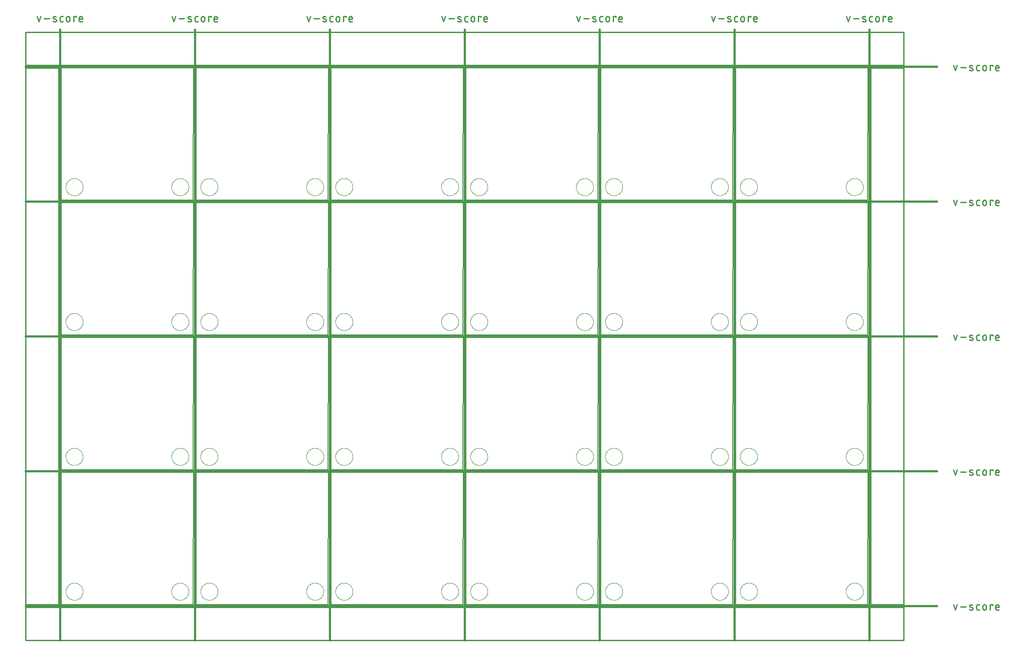
<source format=gko>
G04 EAGLE Gerber RS-274X export*
G75*
%MOMM*%
%FSLAX34Y34*%
%LPD*%
%IN*%
%IPPOS*%
%AMOC8*
5,1,8,0,0,1.08239X$1,22.5*%
G01*
%ADD10C,0.203200*%
%ADD11C,0.381000*%
%ADD12C,0.279400*%
%ADD13C,0.254000*%
%ADD14C,0.000000*%


D10*
X0Y0D02*
X253800Y0D01*
X254000Y254000D01*
X0Y254000D01*
X0Y0D01*
X259080Y0D02*
X512880Y0D01*
X513080Y254000D01*
X259080Y254000D01*
X259080Y0D01*
X518160Y0D02*
X771960Y0D01*
X772160Y254000D01*
X518160Y254000D01*
X518160Y0D01*
X777240Y0D02*
X1031040Y0D01*
X1031240Y254000D01*
X777240Y254000D01*
X777240Y0D01*
X1036320Y0D02*
X1290120Y0D01*
X1290320Y254000D01*
X1036320Y254000D01*
X1036320Y0D01*
X1295400Y0D02*
X1549200Y0D01*
X1549400Y254000D01*
X1295400Y254000D01*
X1295400Y0D01*
X253800Y259080D02*
X0Y259080D01*
X253800Y259080D02*
X254000Y513080D01*
X0Y513080D01*
X0Y259080D01*
X259080Y259080D02*
X512880Y259080D01*
X513080Y513080D01*
X259080Y513080D01*
X259080Y259080D01*
X518160Y259080D02*
X771960Y259080D01*
X772160Y513080D01*
X518160Y513080D01*
X518160Y259080D01*
X777240Y259080D02*
X1031040Y259080D01*
X1031240Y513080D01*
X777240Y513080D01*
X777240Y259080D01*
X1036320Y259080D02*
X1290120Y259080D01*
X1290320Y513080D01*
X1036320Y513080D01*
X1036320Y259080D01*
X1295400Y259080D02*
X1549200Y259080D01*
X1549400Y513080D01*
X1295400Y513080D01*
X1295400Y259080D01*
X253800Y518160D02*
X0Y518160D01*
X253800Y518160D02*
X254000Y772160D01*
X0Y772160D01*
X0Y518160D01*
X259080Y518160D02*
X512880Y518160D01*
X513080Y772160D01*
X259080Y772160D01*
X259080Y518160D01*
X518160Y518160D02*
X771960Y518160D01*
X772160Y772160D01*
X518160Y772160D01*
X518160Y518160D01*
X777240Y518160D02*
X1031040Y518160D01*
X1031240Y772160D01*
X777240Y772160D01*
X777240Y518160D01*
X1036320Y518160D02*
X1290120Y518160D01*
X1290320Y772160D01*
X1036320Y772160D01*
X1036320Y518160D01*
X1295400Y518160D02*
X1549200Y518160D01*
X1549400Y772160D01*
X1295400Y772160D01*
X1295400Y518160D01*
X253800Y777240D02*
X0Y777240D01*
X253800Y777240D02*
X254000Y1031240D01*
X0Y1031240D01*
X0Y777240D01*
X259080Y777240D02*
X512880Y777240D01*
X513080Y1031240D01*
X259080Y1031240D01*
X259080Y777240D01*
X518160Y777240D02*
X771960Y777240D01*
X772160Y1031240D01*
X518160Y1031240D01*
X518160Y777240D01*
X777240Y777240D02*
X1031040Y777240D01*
X1031240Y1031240D01*
X777240Y1031240D01*
X777240Y777240D01*
X1036320Y777240D02*
X1290120Y777240D01*
X1290320Y1031240D01*
X1036320Y1031240D01*
X1036320Y777240D01*
X1295400Y777240D02*
X1549200Y777240D01*
X1549400Y1031240D01*
X1295400Y1031240D01*
X1295400Y777240D01*
D11*
X-2540Y1104900D02*
X-2540Y-68580D01*
D12*
X-42921Y1120267D02*
X-46251Y1130258D01*
X-39590Y1130258D02*
X-42921Y1120267D01*
X-32806Y1126095D02*
X-22815Y1126095D01*
X-14261Y1126095D02*
X-10098Y1124430D01*
X-14261Y1126094D02*
X-14346Y1126130D01*
X-14429Y1126170D01*
X-14510Y1126213D01*
X-14590Y1126260D01*
X-14667Y1126310D01*
X-14743Y1126363D01*
X-14816Y1126419D01*
X-14886Y1126479D01*
X-14954Y1126541D01*
X-15019Y1126606D01*
X-15081Y1126674D01*
X-15141Y1126745D01*
X-15197Y1126818D01*
X-15250Y1126893D01*
X-15300Y1126971D01*
X-15346Y1127050D01*
X-15389Y1127132D01*
X-15429Y1127215D01*
X-15465Y1127300D01*
X-15497Y1127386D01*
X-15526Y1127474D01*
X-15550Y1127563D01*
X-15571Y1127653D01*
X-15588Y1127743D01*
X-15602Y1127834D01*
X-15611Y1127926D01*
X-15616Y1128018D01*
X-15618Y1128110D01*
X-15616Y1128202D01*
X-15609Y1128294D01*
X-15599Y1128386D01*
X-15585Y1128477D01*
X-15567Y1128568D01*
X-15545Y1128657D01*
X-15519Y1128746D01*
X-15489Y1128833D01*
X-15456Y1128919D01*
X-15419Y1129003D01*
X-15379Y1129086D01*
X-15335Y1129167D01*
X-15288Y1129246D01*
X-15237Y1129323D01*
X-15183Y1129398D01*
X-15126Y1129471D01*
X-15066Y1129541D01*
X-15003Y1129608D01*
X-14937Y1129672D01*
X-14869Y1129734D01*
X-14798Y1129793D01*
X-14724Y1129848D01*
X-14648Y1129901D01*
X-14570Y1129950D01*
X-14490Y1129996D01*
X-14409Y1130038D01*
X-14325Y1130077D01*
X-14240Y1130112D01*
X-14153Y1130143D01*
X-14065Y1130171D01*
X-13976Y1130195D01*
X-13886Y1130215D01*
X-13796Y1130232D01*
X-13704Y1130244D01*
X-13612Y1130253D01*
X-13520Y1130257D01*
X-13428Y1130258D01*
X-13201Y1130252D01*
X-12974Y1130241D01*
X-12747Y1130224D01*
X-12521Y1130201D01*
X-12295Y1130174D01*
X-12070Y1130140D01*
X-11846Y1130102D01*
X-11623Y1130058D01*
X-11401Y1130009D01*
X-11180Y1129954D01*
X-10961Y1129894D01*
X-10743Y1129829D01*
X-10527Y1129758D01*
X-10313Y1129683D01*
X-10100Y1129602D01*
X-9890Y1129516D01*
X-9681Y1129425D01*
X-10098Y1124430D02*
X-10013Y1124394D01*
X-9930Y1124354D01*
X-9849Y1124311D01*
X-9769Y1124264D01*
X-9692Y1124214D01*
X-9616Y1124161D01*
X-9543Y1124105D01*
X-9473Y1124045D01*
X-9405Y1123983D01*
X-9340Y1123918D01*
X-9278Y1123850D01*
X-9218Y1123779D01*
X-9162Y1123706D01*
X-9109Y1123631D01*
X-9059Y1123553D01*
X-9013Y1123474D01*
X-8970Y1123392D01*
X-8930Y1123309D01*
X-8894Y1123224D01*
X-8862Y1123138D01*
X-8833Y1123050D01*
X-8809Y1122961D01*
X-8788Y1122871D01*
X-8771Y1122781D01*
X-8757Y1122690D01*
X-8748Y1122598D01*
X-8743Y1122506D01*
X-8741Y1122414D01*
X-8743Y1122322D01*
X-8750Y1122230D01*
X-8760Y1122138D01*
X-8774Y1122047D01*
X-8792Y1121956D01*
X-8814Y1121867D01*
X-8840Y1121778D01*
X-8870Y1121691D01*
X-8903Y1121605D01*
X-8940Y1121521D01*
X-8980Y1121438D01*
X-9024Y1121357D01*
X-9071Y1121278D01*
X-9122Y1121201D01*
X-9176Y1121126D01*
X-9233Y1121053D01*
X-9293Y1120983D01*
X-9356Y1120916D01*
X-9422Y1120852D01*
X-9490Y1120790D01*
X-9561Y1120731D01*
X-9635Y1120676D01*
X-9711Y1120623D01*
X-9789Y1120574D01*
X-9869Y1120528D01*
X-9950Y1120486D01*
X-10034Y1120447D01*
X-10119Y1120412D01*
X-10206Y1120381D01*
X-10294Y1120353D01*
X-10383Y1120329D01*
X-10473Y1120309D01*
X-10563Y1120292D01*
X-10655Y1120280D01*
X-10747Y1120271D01*
X-10839Y1120267D01*
X-10931Y1120266D01*
X-10931Y1120267D02*
X-11265Y1120276D01*
X-11598Y1120293D01*
X-11931Y1120317D01*
X-12264Y1120350D01*
X-12595Y1120390D01*
X-12926Y1120438D01*
X-13255Y1120494D01*
X-13583Y1120557D01*
X-13909Y1120629D01*
X-14233Y1120708D01*
X-14556Y1120794D01*
X-14876Y1120889D01*
X-15194Y1120991D01*
X-15510Y1121100D01*
X562Y1120267D02*
X3892Y1120267D01*
X562Y1120267D02*
X464Y1120269D01*
X366Y1120275D01*
X268Y1120284D01*
X171Y1120298D01*
X75Y1120315D01*
X-21Y1120336D01*
X-116Y1120361D01*
X-210Y1120389D01*
X-303Y1120421D01*
X-394Y1120457D01*
X-484Y1120496D01*
X-572Y1120539D01*
X-659Y1120586D01*
X-743Y1120635D01*
X-826Y1120688D01*
X-906Y1120744D01*
X-985Y1120803D01*
X-1060Y1120866D01*
X-1134Y1120931D01*
X-1204Y1120999D01*
X-1272Y1121069D01*
X-1338Y1121143D01*
X-1400Y1121219D01*
X-1459Y1121297D01*
X-1515Y1121377D01*
X-1568Y1121460D01*
X-1618Y1121544D01*
X-1664Y1121631D01*
X-1707Y1121719D01*
X-1746Y1121809D01*
X-1782Y1121900D01*
X-1814Y1121993D01*
X-1842Y1122087D01*
X-1867Y1122182D01*
X-1888Y1122278D01*
X-1905Y1122374D01*
X-1919Y1122471D01*
X-1928Y1122569D01*
X-1934Y1122667D01*
X-1936Y1122765D01*
X-1936Y1127760D01*
X-1934Y1127858D01*
X-1928Y1127956D01*
X-1919Y1128054D01*
X-1905Y1128151D01*
X-1888Y1128247D01*
X-1867Y1128343D01*
X-1842Y1128438D01*
X-1814Y1128532D01*
X-1782Y1128625D01*
X-1746Y1128716D01*
X-1707Y1128806D01*
X-1664Y1128894D01*
X-1617Y1128981D01*
X-1568Y1129065D01*
X-1515Y1129148D01*
X-1459Y1129228D01*
X-1400Y1129306D01*
X-1337Y1129382D01*
X-1272Y1129456D01*
X-1204Y1129526D01*
X-1134Y1129594D01*
X-1060Y1129659D01*
X-984Y1129722D01*
X-906Y1129781D01*
X-826Y1129837D01*
X-743Y1129890D01*
X-659Y1129939D01*
X-572Y1129986D01*
X-484Y1130029D01*
X-394Y1130068D01*
X-303Y1130104D01*
X-210Y1130136D01*
X-116Y1130164D01*
X-21Y1130189D01*
X75Y1130210D01*
X171Y1130227D01*
X268Y1130241D01*
X366Y1130250D01*
X464Y1130256D01*
X562Y1130258D01*
X3892Y1130258D01*
X10022Y1126927D02*
X10022Y1123597D01*
X10022Y1126927D02*
X10024Y1127041D01*
X10030Y1127154D01*
X10039Y1127268D01*
X10053Y1127380D01*
X10070Y1127493D01*
X10092Y1127605D01*
X10117Y1127715D01*
X10145Y1127825D01*
X10178Y1127934D01*
X10214Y1128042D01*
X10254Y1128149D01*
X10298Y1128254D01*
X10345Y1128357D01*
X10395Y1128459D01*
X10449Y1128559D01*
X10507Y1128657D01*
X10568Y1128753D01*
X10631Y1128847D01*
X10699Y1128939D01*
X10769Y1129029D01*
X10842Y1129115D01*
X10918Y1129200D01*
X10997Y1129282D01*
X11079Y1129361D01*
X11164Y1129437D01*
X11250Y1129510D01*
X11340Y1129580D01*
X11432Y1129648D01*
X11526Y1129711D01*
X11622Y1129772D01*
X11720Y1129830D01*
X11820Y1129884D01*
X11922Y1129934D01*
X12025Y1129981D01*
X12130Y1130025D01*
X12237Y1130065D01*
X12345Y1130101D01*
X12454Y1130134D01*
X12564Y1130162D01*
X12674Y1130187D01*
X12786Y1130209D01*
X12899Y1130226D01*
X13011Y1130240D01*
X13125Y1130249D01*
X13238Y1130255D01*
X13352Y1130257D01*
X13466Y1130255D01*
X13579Y1130249D01*
X13693Y1130240D01*
X13805Y1130226D01*
X13918Y1130209D01*
X14030Y1130187D01*
X14140Y1130162D01*
X14250Y1130134D01*
X14359Y1130101D01*
X14467Y1130065D01*
X14574Y1130025D01*
X14679Y1129981D01*
X14782Y1129934D01*
X14884Y1129884D01*
X14984Y1129830D01*
X15082Y1129772D01*
X15178Y1129711D01*
X15272Y1129648D01*
X15364Y1129580D01*
X15454Y1129510D01*
X15540Y1129437D01*
X15625Y1129361D01*
X15707Y1129282D01*
X15786Y1129200D01*
X15862Y1129115D01*
X15935Y1129029D01*
X16005Y1128939D01*
X16073Y1128847D01*
X16136Y1128753D01*
X16197Y1128657D01*
X16255Y1128559D01*
X16309Y1128459D01*
X16359Y1128357D01*
X16406Y1128254D01*
X16450Y1128149D01*
X16490Y1128042D01*
X16526Y1127934D01*
X16559Y1127825D01*
X16587Y1127715D01*
X16612Y1127605D01*
X16634Y1127493D01*
X16651Y1127380D01*
X16665Y1127268D01*
X16674Y1127154D01*
X16680Y1127041D01*
X16682Y1126927D01*
X16682Y1123597D01*
X16680Y1123483D01*
X16674Y1123370D01*
X16665Y1123256D01*
X16651Y1123144D01*
X16634Y1123031D01*
X16612Y1122919D01*
X16587Y1122809D01*
X16559Y1122699D01*
X16526Y1122590D01*
X16490Y1122482D01*
X16450Y1122375D01*
X16406Y1122270D01*
X16359Y1122167D01*
X16309Y1122065D01*
X16255Y1121965D01*
X16197Y1121867D01*
X16136Y1121771D01*
X16073Y1121677D01*
X16005Y1121585D01*
X15935Y1121495D01*
X15862Y1121409D01*
X15786Y1121324D01*
X15707Y1121242D01*
X15625Y1121163D01*
X15540Y1121087D01*
X15454Y1121014D01*
X15364Y1120944D01*
X15272Y1120876D01*
X15178Y1120813D01*
X15082Y1120752D01*
X14984Y1120694D01*
X14884Y1120640D01*
X14782Y1120590D01*
X14679Y1120543D01*
X14574Y1120499D01*
X14467Y1120459D01*
X14359Y1120423D01*
X14250Y1120390D01*
X14140Y1120362D01*
X14030Y1120337D01*
X13918Y1120315D01*
X13805Y1120298D01*
X13693Y1120284D01*
X13579Y1120275D01*
X13466Y1120269D01*
X13352Y1120267D01*
X13238Y1120269D01*
X13125Y1120275D01*
X13011Y1120284D01*
X12899Y1120298D01*
X12786Y1120315D01*
X12674Y1120337D01*
X12564Y1120362D01*
X12454Y1120390D01*
X12345Y1120423D01*
X12237Y1120459D01*
X12130Y1120499D01*
X12025Y1120543D01*
X11922Y1120590D01*
X11820Y1120640D01*
X11720Y1120694D01*
X11622Y1120752D01*
X11526Y1120813D01*
X11432Y1120876D01*
X11340Y1120944D01*
X11250Y1121014D01*
X11164Y1121087D01*
X11079Y1121163D01*
X10997Y1121242D01*
X10918Y1121324D01*
X10842Y1121409D01*
X10769Y1121495D01*
X10699Y1121585D01*
X10631Y1121677D01*
X10568Y1121771D01*
X10507Y1121867D01*
X10449Y1121965D01*
X10395Y1122065D01*
X10345Y1122167D01*
X10298Y1122270D01*
X10254Y1122375D01*
X10214Y1122482D01*
X10178Y1122590D01*
X10145Y1122699D01*
X10117Y1122809D01*
X10092Y1122919D01*
X10070Y1123031D01*
X10053Y1123144D01*
X10039Y1123256D01*
X10030Y1123370D01*
X10024Y1123483D01*
X10022Y1123597D01*
X24218Y1120267D02*
X24218Y1130258D01*
X29213Y1130258D01*
X29213Y1128593D01*
X37008Y1120267D02*
X41171Y1120267D01*
X37008Y1120267D02*
X36910Y1120269D01*
X36812Y1120275D01*
X36714Y1120284D01*
X36617Y1120298D01*
X36521Y1120315D01*
X36425Y1120336D01*
X36330Y1120361D01*
X36236Y1120389D01*
X36143Y1120421D01*
X36052Y1120457D01*
X35962Y1120496D01*
X35874Y1120539D01*
X35787Y1120586D01*
X35703Y1120635D01*
X35620Y1120688D01*
X35540Y1120744D01*
X35462Y1120803D01*
X35386Y1120866D01*
X35312Y1120931D01*
X35242Y1120999D01*
X35174Y1121069D01*
X35109Y1121143D01*
X35046Y1121219D01*
X34987Y1121297D01*
X34931Y1121377D01*
X34878Y1121460D01*
X34829Y1121544D01*
X34782Y1121631D01*
X34739Y1121719D01*
X34700Y1121809D01*
X34664Y1121900D01*
X34632Y1121993D01*
X34604Y1122087D01*
X34579Y1122182D01*
X34558Y1122278D01*
X34541Y1122374D01*
X34527Y1122471D01*
X34518Y1122569D01*
X34512Y1122667D01*
X34510Y1122765D01*
X34510Y1126927D01*
X34511Y1126927D02*
X34513Y1127041D01*
X34519Y1127154D01*
X34528Y1127268D01*
X34542Y1127380D01*
X34559Y1127493D01*
X34581Y1127605D01*
X34606Y1127715D01*
X34634Y1127825D01*
X34667Y1127934D01*
X34703Y1128042D01*
X34743Y1128149D01*
X34787Y1128254D01*
X34834Y1128357D01*
X34884Y1128459D01*
X34938Y1128559D01*
X34996Y1128657D01*
X35057Y1128753D01*
X35120Y1128847D01*
X35188Y1128939D01*
X35258Y1129029D01*
X35331Y1129115D01*
X35407Y1129200D01*
X35486Y1129282D01*
X35568Y1129361D01*
X35653Y1129437D01*
X35739Y1129510D01*
X35829Y1129580D01*
X35921Y1129648D01*
X36015Y1129711D01*
X36111Y1129772D01*
X36209Y1129830D01*
X36309Y1129884D01*
X36411Y1129934D01*
X36514Y1129981D01*
X36619Y1130025D01*
X36726Y1130065D01*
X36834Y1130101D01*
X36943Y1130134D01*
X37053Y1130162D01*
X37163Y1130187D01*
X37275Y1130209D01*
X37388Y1130226D01*
X37500Y1130240D01*
X37614Y1130249D01*
X37727Y1130255D01*
X37841Y1130257D01*
X37955Y1130255D01*
X38068Y1130249D01*
X38182Y1130240D01*
X38294Y1130226D01*
X38407Y1130209D01*
X38519Y1130187D01*
X38629Y1130162D01*
X38739Y1130134D01*
X38848Y1130101D01*
X38956Y1130065D01*
X39063Y1130025D01*
X39168Y1129981D01*
X39271Y1129934D01*
X39373Y1129884D01*
X39473Y1129830D01*
X39571Y1129772D01*
X39667Y1129711D01*
X39761Y1129648D01*
X39853Y1129580D01*
X39943Y1129510D01*
X40029Y1129437D01*
X40114Y1129361D01*
X40196Y1129282D01*
X40275Y1129200D01*
X40351Y1129115D01*
X40424Y1129029D01*
X40494Y1128939D01*
X40562Y1128847D01*
X40625Y1128753D01*
X40686Y1128657D01*
X40744Y1128559D01*
X40798Y1128459D01*
X40848Y1128357D01*
X40895Y1128254D01*
X40939Y1128149D01*
X40979Y1128042D01*
X41015Y1127934D01*
X41048Y1127825D01*
X41076Y1127715D01*
X41101Y1127605D01*
X41123Y1127493D01*
X41140Y1127380D01*
X41154Y1127268D01*
X41163Y1127154D01*
X41169Y1127041D01*
X41171Y1126927D01*
X41171Y1125262D01*
X34510Y1125262D01*
D11*
X256540Y1104900D02*
X256540Y-68580D01*
D12*
X216159Y1120267D02*
X212829Y1130258D01*
X219490Y1130258D02*
X216159Y1120267D01*
X226274Y1126095D02*
X236265Y1126095D01*
X244819Y1126095D02*
X248982Y1124430D01*
X244819Y1126094D02*
X244734Y1126130D01*
X244651Y1126170D01*
X244570Y1126213D01*
X244490Y1126260D01*
X244413Y1126310D01*
X244337Y1126363D01*
X244264Y1126419D01*
X244194Y1126479D01*
X244126Y1126541D01*
X244061Y1126606D01*
X243999Y1126674D01*
X243939Y1126745D01*
X243883Y1126818D01*
X243830Y1126893D01*
X243780Y1126971D01*
X243734Y1127050D01*
X243691Y1127132D01*
X243651Y1127215D01*
X243615Y1127300D01*
X243583Y1127386D01*
X243554Y1127474D01*
X243530Y1127563D01*
X243509Y1127653D01*
X243492Y1127743D01*
X243478Y1127834D01*
X243469Y1127926D01*
X243464Y1128018D01*
X243462Y1128110D01*
X243464Y1128202D01*
X243471Y1128294D01*
X243481Y1128386D01*
X243495Y1128477D01*
X243513Y1128568D01*
X243535Y1128657D01*
X243561Y1128746D01*
X243591Y1128833D01*
X243624Y1128919D01*
X243661Y1129003D01*
X243701Y1129086D01*
X243745Y1129167D01*
X243792Y1129246D01*
X243843Y1129323D01*
X243897Y1129398D01*
X243954Y1129471D01*
X244014Y1129541D01*
X244077Y1129608D01*
X244143Y1129672D01*
X244211Y1129734D01*
X244282Y1129793D01*
X244356Y1129848D01*
X244432Y1129901D01*
X244510Y1129950D01*
X244590Y1129996D01*
X244671Y1130038D01*
X244755Y1130077D01*
X244840Y1130112D01*
X244927Y1130143D01*
X245015Y1130171D01*
X245104Y1130195D01*
X245194Y1130215D01*
X245284Y1130232D01*
X245376Y1130244D01*
X245468Y1130253D01*
X245560Y1130257D01*
X245652Y1130258D01*
X245879Y1130252D01*
X246106Y1130241D01*
X246333Y1130224D01*
X246559Y1130201D01*
X246785Y1130174D01*
X247010Y1130140D01*
X247234Y1130102D01*
X247457Y1130058D01*
X247679Y1130009D01*
X247900Y1129954D01*
X248119Y1129894D01*
X248337Y1129829D01*
X248553Y1129758D01*
X248767Y1129683D01*
X248980Y1129602D01*
X249190Y1129516D01*
X249399Y1129425D01*
X248982Y1124430D02*
X249067Y1124394D01*
X249150Y1124354D01*
X249231Y1124311D01*
X249311Y1124264D01*
X249388Y1124214D01*
X249464Y1124161D01*
X249537Y1124105D01*
X249607Y1124045D01*
X249675Y1123983D01*
X249740Y1123918D01*
X249802Y1123850D01*
X249862Y1123779D01*
X249918Y1123706D01*
X249971Y1123631D01*
X250021Y1123553D01*
X250067Y1123474D01*
X250110Y1123392D01*
X250150Y1123309D01*
X250186Y1123224D01*
X250218Y1123138D01*
X250247Y1123050D01*
X250271Y1122961D01*
X250292Y1122871D01*
X250309Y1122781D01*
X250323Y1122690D01*
X250332Y1122598D01*
X250337Y1122506D01*
X250339Y1122414D01*
X250337Y1122322D01*
X250330Y1122230D01*
X250320Y1122138D01*
X250306Y1122047D01*
X250288Y1121956D01*
X250266Y1121867D01*
X250240Y1121778D01*
X250210Y1121691D01*
X250177Y1121605D01*
X250140Y1121521D01*
X250100Y1121438D01*
X250056Y1121357D01*
X250009Y1121278D01*
X249958Y1121201D01*
X249904Y1121126D01*
X249847Y1121053D01*
X249787Y1120983D01*
X249724Y1120916D01*
X249658Y1120852D01*
X249590Y1120790D01*
X249519Y1120731D01*
X249445Y1120676D01*
X249369Y1120623D01*
X249291Y1120574D01*
X249211Y1120528D01*
X249130Y1120486D01*
X249046Y1120447D01*
X248961Y1120412D01*
X248874Y1120381D01*
X248786Y1120353D01*
X248697Y1120329D01*
X248607Y1120309D01*
X248517Y1120292D01*
X248425Y1120280D01*
X248333Y1120271D01*
X248241Y1120267D01*
X248149Y1120266D01*
X248149Y1120267D02*
X247815Y1120276D01*
X247482Y1120293D01*
X247149Y1120317D01*
X246816Y1120350D01*
X246485Y1120390D01*
X246154Y1120438D01*
X245825Y1120494D01*
X245497Y1120557D01*
X245171Y1120629D01*
X244847Y1120708D01*
X244524Y1120794D01*
X244204Y1120889D01*
X243886Y1120991D01*
X243570Y1121100D01*
X259642Y1120267D02*
X262972Y1120267D01*
X259642Y1120267D02*
X259544Y1120269D01*
X259446Y1120275D01*
X259348Y1120284D01*
X259251Y1120298D01*
X259155Y1120315D01*
X259059Y1120336D01*
X258964Y1120361D01*
X258870Y1120389D01*
X258777Y1120421D01*
X258686Y1120457D01*
X258596Y1120496D01*
X258508Y1120539D01*
X258421Y1120586D01*
X258337Y1120635D01*
X258254Y1120688D01*
X258174Y1120744D01*
X258096Y1120803D01*
X258020Y1120866D01*
X257946Y1120931D01*
X257876Y1120999D01*
X257808Y1121069D01*
X257743Y1121143D01*
X257680Y1121219D01*
X257621Y1121297D01*
X257565Y1121377D01*
X257512Y1121460D01*
X257463Y1121544D01*
X257416Y1121631D01*
X257373Y1121719D01*
X257334Y1121809D01*
X257298Y1121900D01*
X257266Y1121993D01*
X257238Y1122087D01*
X257213Y1122182D01*
X257192Y1122278D01*
X257175Y1122374D01*
X257161Y1122471D01*
X257152Y1122569D01*
X257146Y1122667D01*
X257144Y1122765D01*
X257144Y1127760D01*
X257146Y1127858D01*
X257152Y1127956D01*
X257161Y1128054D01*
X257175Y1128151D01*
X257192Y1128247D01*
X257213Y1128343D01*
X257238Y1128438D01*
X257266Y1128532D01*
X257298Y1128625D01*
X257334Y1128716D01*
X257373Y1128806D01*
X257416Y1128894D01*
X257463Y1128981D01*
X257512Y1129065D01*
X257565Y1129148D01*
X257621Y1129228D01*
X257680Y1129307D01*
X257743Y1129382D01*
X257808Y1129456D01*
X257876Y1129526D01*
X257946Y1129594D01*
X258020Y1129660D01*
X258096Y1129722D01*
X258174Y1129781D01*
X258254Y1129837D01*
X258337Y1129890D01*
X258421Y1129940D01*
X258508Y1129986D01*
X258596Y1130029D01*
X258686Y1130068D01*
X258777Y1130104D01*
X258870Y1130136D01*
X258964Y1130164D01*
X259059Y1130189D01*
X259155Y1130210D01*
X259251Y1130227D01*
X259348Y1130241D01*
X259446Y1130250D01*
X259544Y1130256D01*
X259642Y1130258D01*
X262972Y1130258D01*
X269102Y1126927D02*
X269102Y1123597D01*
X269102Y1126927D02*
X269104Y1127041D01*
X269110Y1127154D01*
X269119Y1127268D01*
X269133Y1127380D01*
X269150Y1127493D01*
X269172Y1127605D01*
X269197Y1127715D01*
X269225Y1127825D01*
X269258Y1127934D01*
X269294Y1128042D01*
X269334Y1128149D01*
X269378Y1128254D01*
X269425Y1128357D01*
X269475Y1128459D01*
X269529Y1128559D01*
X269587Y1128657D01*
X269648Y1128753D01*
X269711Y1128847D01*
X269779Y1128939D01*
X269849Y1129029D01*
X269922Y1129115D01*
X269998Y1129200D01*
X270077Y1129282D01*
X270159Y1129361D01*
X270244Y1129437D01*
X270330Y1129510D01*
X270420Y1129580D01*
X270512Y1129648D01*
X270606Y1129711D01*
X270702Y1129772D01*
X270800Y1129830D01*
X270900Y1129884D01*
X271002Y1129934D01*
X271105Y1129981D01*
X271210Y1130025D01*
X271317Y1130065D01*
X271425Y1130101D01*
X271534Y1130134D01*
X271644Y1130162D01*
X271754Y1130187D01*
X271866Y1130209D01*
X271979Y1130226D01*
X272091Y1130240D01*
X272205Y1130249D01*
X272318Y1130255D01*
X272432Y1130257D01*
X272546Y1130255D01*
X272659Y1130249D01*
X272773Y1130240D01*
X272885Y1130226D01*
X272998Y1130209D01*
X273110Y1130187D01*
X273220Y1130162D01*
X273330Y1130134D01*
X273439Y1130101D01*
X273547Y1130065D01*
X273654Y1130025D01*
X273759Y1129981D01*
X273862Y1129934D01*
X273964Y1129884D01*
X274064Y1129830D01*
X274162Y1129772D01*
X274258Y1129711D01*
X274352Y1129648D01*
X274444Y1129580D01*
X274534Y1129510D01*
X274620Y1129437D01*
X274705Y1129361D01*
X274787Y1129282D01*
X274866Y1129200D01*
X274942Y1129115D01*
X275015Y1129029D01*
X275085Y1128939D01*
X275153Y1128847D01*
X275216Y1128753D01*
X275277Y1128657D01*
X275335Y1128559D01*
X275389Y1128459D01*
X275439Y1128357D01*
X275486Y1128254D01*
X275530Y1128149D01*
X275570Y1128042D01*
X275606Y1127934D01*
X275639Y1127825D01*
X275667Y1127715D01*
X275692Y1127605D01*
X275714Y1127493D01*
X275731Y1127380D01*
X275745Y1127268D01*
X275754Y1127154D01*
X275760Y1127041D01*
X275762Y1126927D01*
X275762Y1123597D01*
X275760Y1123483D01*
X275754Y1123370D01*
X275745Y1123256D01*
X275731Y1123144D01*
X275714Y1123031D01*
X275692Y1122919D01*
X275667Y1122809D01*
X275639Y1122699D01*
X275606Y1122590D01*
X275570Y1122482D01*
X275530Y1122375D01*
X275486Y1122270D01*
X275439Y1122167D01*
X275389Y1122065D01*
X275335Y1121965D01*
X275277Y1121867D01*
X275216Y1121771D01*
X275153Y1121677D01*
X275085Y1121585D01*
X275015Y1121495D01*
X274942Y1121409D01*
X274866Y1121324D01*
X274787Y1121242D01*
X274705Y1121163D01*
X274620Y1121087D01*
X274534Y1121014D01*
X274444Y1120944D01*
X274352Y1120876D01*
X274258Y1120813D01*
X274162Y1120752D01*
X274064Y1120694D01*
X273964Y1120640D01*
X273862Y1120590D01*
X273759Y1120543D01*
X273654Y1120499D01*
X273547Y1120459D01*
X273439Y1120423D01*
X273330Y1120390D01*
X273220Y1120362D01*
X273110Y1120337D01*
X272998Y1120315D01*
X272885Y1120298D01*
X272773Y1120284D01*
X272659Y1120275D01*
X272546Y1120269D01*
X272432Y1120267D01*
X272318Y1120269D01*
X272205Y1120275D01*
X272091Y1120284D01*
X271979Y1120298D01*
X271866Y1120315D01*
X271754Y1120337D01*
X271644Y1120362D01*
X271534Y1120390D01*
X271425Y1120423D01*
X271317Y1120459D01*
X271210Y1120499D01*
X271105Y1120543D01*
X271002Y1120590D01*
X270900Y1120640D01*
X270800Y1120694D01*
X270702Y1120752D01*
X270606Y1120813D01*
X270512Y1120876D01*
X270420Y1120944D01*
X270330Y1121014D01*
X270244Y1121087D01*
X270159Y1121163D01*
X270077Y1121242D01*
X269998Y1121324D01*
X269922Y1121409D01*
X269849Y1121495D01*
X269779Y1121585D01*
X269711Y1121677D01*
X269648Y1121771D01*
X269587Y1121867D01*
X269529Y1121965D01*
X269475Y1122065D01*
X269425Y1122167D01*
X269378Y1122270D01*
X269334Y1122375D01*
X269294Y1122482D01*
X269258Y1122590D01*
X269225Y1122699D01*
X269197Y1122809D01*
X269172Y1122919D01*
X269150Y1123031D01*
X269133Y1123144D01*
X269119Y1123256D01*
X269110Y1123370D01*
X269104Y1123483D01*
X269102Y1123597D01*
X283298Y1120267D02*
X283298Y1130258D01*
X288293Y1130258D01*
X288293Y1128593D01*
X296088Y1120267D02*
X300251Y1120267D01*
X296088Y1120267D02*
X295990Y1120269D01*
X295892Y1120275D01*
X295794Y1120284D01*
X295697Y1120298D01*
X295601Y1120315D01*
X295505Y1120336D01*
X295410Y1120361D01*
X295316Y1120389D01*
X295223Y1120421D01*
X295132Y1120457D01*
X295042Y1120496D01*
X294954Y1120539D01*
X294867Y1120586D01*
X294783Y1120635D01*
X294700Y1120688D01*
X294620Y1120744D01*
X294542Y1120803D01*
X294466Y1120866D01*
X294392Y1120931D01*
X294322Y1120999D01*
X294254Y1121069D01*
X294189Y1121143D01*
X294126Y1121219D01*
X294067Y1121297D01*
X294011Y1121377D01*
X293958Y1121460D01*
X293909Y1121544D01*
X293862Y1121631D01*
X293819Y1121719D01*
X293780Y1121809D01*
X293744Y1121900D01*
X293712Y1121993D01*
X293684Y1122087D01*
X293659Y1122182D01*
X293638Y1122278D01*
X293621Y1122374D01*
X293607Y1122471D01*
X293598Y1122569D01*
X293592Y1122667D01*
X293590Y1122765D01*
X293590Y1126927D01*
X293591Y1126927D02*
X293593Y1127041D01*
X293599Y1127154D01*
X293608Y1127268D01*
X293622Y1127380D01*
X293639Y1127493D01*
X293661Y1127605D01*
X293686Y1127715D01*
X293714Y1127825D01*
X293747Y1127934D01*
X293783Y1128042D01*
X293823Y1128149D01*
X293867Y1128254D01*
X293914Y1128357D01*
X293964Y1128459D01*
X294018Y1128559D01*
X294076Y1128657D01*
X294137Y1128753D01*
X294200Y1128847D01*
X294268Y1128939D01*
X294338Y1129029D01*
X294411Y1129115D01*
X294487Y1129200D01*
X294566Y1129282D01*
X294648Y1129361D01*
X294733Y1129437D01*
X294819Y1129510D01*
X294909Y1129580D01*
X295001Y1129648D01*
X295095Y1129711D01*
X295191Y1129772D01*
X295289Y1129830D01*
X295389Y1129884D01*
X295491Y1129934D01*
X295594Y1129981D01*
X295699Y1130025D01*
X295806Y1130065D01*
X295914Y1130101D01*
X296023Y1130134D01*
X296133Y1130162D01*
X296243Y1130187D01*
X296355Y1130209D01*
X296468Y1130226D01*
X296580Y1130240D01*
X296694Y1130249D01*
X296807Y1130255D01*
X296921Y1130257D01*
X297035Y1130255D01*
X297148Y1130249D01*
X297262Y1130240D01*
X297374Y1130226D01*
X297487Y1130209D01*
X297599Y1130187D01*
X297709Y1130162D01*
X297819Y1130134D01*
X297928Y1130101D01*
X298036Y1130065D01*
X298143Y1130025D01*
X298248Y1129981D01*
X298351Y1129934D01*
X298453Y1129884D01*
X298553Y1129830D01*
X298651Y1129772D01*
X298747Y1129711D01*
X298841Y1129648D01*
X298933Y1129580D01*
X299023Y1129510D01*
X299109Y1129437D01*
X299194Y1129361D01*
X299276Y1129282D01*
X299355Y1129200D01*
X299431Y1129115D01*
X299504Y1129029D01*
X299574Y1128939D01*
X299642Y1128847D01*
X299705Y1128753D01*
X299766Y1128657D01*
X299824Y1128559D01*
X299878Y1128459D01*
X299928Y1128357D01*
X299975Y1128254D01*
X300019Y1128149D01*
X300059Y1128042D01*
X300095Y1127934D01*
X300128Y1127825D01*
X300156Y1127715D01*
X300181Y1127605D01*
X300203Y1127493D01*
X300220Y1127380D01*
X300234Y1127268D01*
X300243Y1127154D01*
X300249Y1127041D01*
X300251Y1126927D01*
X300251Y1125262D01*
X293590Y1125262D01*
D11*
X515620Y1104900D02*
X515620Y-68580D01*
D12*
X475239Y1120267D02*
X471909Y1130258D01*
X478570Y1130258D02*
X475239Y1120267D01*
X485354Y1126095D02*
X495345Y1126095D01*
X503899Y1126095D02*
X508062Y1124430D01*
X503899Y1126094D02*
X503814Y1126130D01*
X503731Y1126170D01*
X503650Y1126213D01*
X503570Y1126260D01*
X503493Y1126310D01*
X503417Y1126363D01*
X503344Y1126419D01*
X503274Y1126479D01*
X503206Y1126541D01*
X503141Y1126606D01*
X503079Y1126674D01*
X503019Y1126745D01*
X502963Y1126818D01*
X502910Y1126893D01*
X502860Y1126971D01*
X502814Y1127050D01*
X502771Y1127132D01*
X502731Y1127215D01*
X502695Y1127300D01*
X502663Y1127386D01*
X502634Y1127474D01*
X502610Y1127563D01*
X502589Y1127653D01*
X502572Y1127743D01*
X502558Y1127834D01*
X502549Y1127926D01*
X502544Y1128018D01*
X502542Y1128110D01*
X502544Y1128202D01*
X502551Y1128294D01*
X502561Y1128386D01*
X502575Y1128477D01*
X502593Y1128568D01*
X502615Y1128657D01*
X502641Y1128746D01*
X502671Y1128833D01*
X502704Y1128919D01*
X502741Y1129003D01*
X502781Y1129086D01*
X502825Y1129167D01*
X502872Y1129246D01*
X502923Y1129323D01*
X502977Y1129398D01*
X503034Y1129471D01*
X503094Y1129541D01*
X503157Y1129608D01*
X503223Y1129672D01*
X503291Y1129734D01*
X503362Y1129793D01*
X503436Y1129848D01*
X503512Y1129901D01*
X503590Y1129950D01*
X503670Y1129996D01*
X503751Y1130038D01*
X503835Y1130077D01*
X503920Y1130112D01*
X504007Y1130143D01*
X504095Y1130171D01*
X504184Y1130195D01*
X504274Y1130215D01*
X504364Y1130232D01*
X504456Y1130244D01*
X504548Y1130253D01*
X504640Y1130257D01*
X504732Y1130258D01*
X504959Y1130252D01*
X505186Y1130241D01*
X505413Y1130224D01*
X505639Y1130201D01*
X505865Y1130174D01*
X506090Y1130140D01*
X506314Y1130102D01*
X506537Y1130058D01*
X506759Y1130009D01*
X506980Y1129954D01*
X507199Y1129894D01*
X507417Y1129829D01*
X507633Y1129758D01*
X507847Y1129683D01*
X508060Y1129602D01*
X508270Y1129516D01*
X508479Y1129425D01*
X508062Y1124430D02*
X508147Y1124394D01*
X508230Y1124354D01*
X508311Y1124311D01*
X508391Y1124264D01*
X508468Y1124214D01*
X508544Y1124161D01*
X508617Y1124105D01*
X508687Y1124045D01*
X508755Y1123983D01*
X508820Y1123918D01*
X508882Y1123850D01*
X508942Y1123779D01*
X508998Y1123706D01*
X509051Y1123631D01*
X509101Y1123553D01*
X509147Y1123474D01*
X509190Y1123392D01*
X509230Y1123309D01*
X509266Y1123224D01*
X509298Y1123138D01*
X509327Y1123050D01*
X509351Y1122961D01*
X509372Y1122871D01*
X509389Y1122781D01*
X509403Y1122690D01*
X509412Y1122598D01*
X509417Y1122506D01*
X509419Y1122414D01*
X509417Y1122322D01*
X509410Y1122230D01*
X509400Y1122138D01*
X509386Y1122047D01*
X509368Y1121956D01*
X509346Y1121867D01*
X509320Y1121778D01*
X509290Y1121691D01*
X509257Y1121605D01*
X509220Y1121521D01*
X509180Y1121438D01*
X509136Y1121357D01*
X509089Y1121278D01*
X509038Y1121201D01*
X508984Y1121126D01*
X508927Y1121053D01*
X508867Y1120983D01*
X508804Y1120916D01*
X508738Y1120852D01*
X508670Y1120790D01*
X508599Y1120731D01*
X508525Y1120676D01*
X508449Y1120623D01*
X508371Y1120574D01*
X508291Y1120528D01*
X508210Y1120486D01*
X508126Y1120447D01*
X508041Y1120412D01*
X507954Y1120381D01*
X507866Y1120353D01*
X507777Y1120329D01*
X507687Y1120309D01*
X507597Y1120292D01*
X507505Y1120280D01*
X507413Y1120271D01*
X507321Y1120267D01*
X507229Y1120266D01*
X507229Y1120267D02*
X506895Y1120276D01*
X506562Y1120293D01*
X506229Y1120317D01*
X505896Y1120350D01*
X505565Y1120390D01*
X505234Y1120438D01*
X504905Y1120494D01*
X504577Y1120557D01*
X504251Y1120629D01*
X503927Y1120708D01*
X503604Y1120794D01*
X503284Y1120889D01*
X502966Y1120991D01*
X502650Y1121100D01*
X518722Y1120267D02*
X522052Y1120267D01*
X518722Y1120267D02*
X518624Y1120269D01*
X518526Y1120275D01*
X518428Y1120284D01*
X518331Y1120298D01*
X518235Y1120315D01*
X518139Y1120336D01*
X518044Y1120361D01*
X517950Y1120389D01*
X517857Y1120421D01*
X517766Y1120457D01*
X517676Y1120496D01*
X517588Y1120539D01*
X517501Y1120586D01*
X517417Y1120635D01*
X517334Y1120688D01*
X517254Y1120744D01*
X517176Y1120803D01*
X517100Y1120866D01*
X517026Y1120931D01*
X516956Y1120999D01*
X516888Y1121069D01*
X516823Y1121143D01*
X516760Y1121219D01*
X516701Y1121297D01*
X516645Y1121377D01*
X516592Y1121460D01*
X516543Y1121544D01*
X516496Y1121631D01*
X516453Y1121719D01*
X516414Y1121809D01*
X516378Y1121900D01*
X516346Y1121993D01*
X516318Y1122087D01*
X516293Y1122182D01*
X516272Y1122278D01*
X516255Y1122374D01*
X516241Y1122471D01*
X516232Y1122569D01*
X516226Y1122667D01*
X516224Y1122765D01*
X516224Y1127760D01*
X516226Y1127858D01*
X516232Y1127956D01*
X516241Y1128054D01*
X516255Y1128151D01*
X516272Y1128247D01*
X516293Y1128343D01*
X516318Y1128438D01*
X516346Y1128532D01*
X516378Y1128625D01*
X516414Y1128716D01*
X516453Y1128806D01*
X516496Y1128894D01*
X516543Y1128981D01*
X516592Y1129065D01*
X516645Y1129148D01*
X516701Y1129228D01*
X516760Y1129307D01*
X516823Y1129382D01*
X516888Y1129456D01*
X516956Y1129526D01*
X517026Y1129594D01*
X517100Y1129660D01*
X517176Y1129722D01*
X517254Y1129781D01*
X517334Y1129837D01*
X517417Y1129890D01*
X517501Y1129940D01*
X517588Y1129986D01*
X517676Y1130029D01*
X517766Y1130068D01*
X517857Y1130104D01*
X517950Y1130136D01*
X518044Y1130164D01*
X518139Y1130189D01*
X518235Y1130210D01*
X518331Y1130227D01*
X518428Y1130241D01*
X518526Y1130250D01*
X518624Y1130256D01*
X518722Y1130258D01*
X522052Y1130258D01*
X528182Y1126927D02*
X528182Y1123597D01*
X528182Y1126927D02*
X528184Y1127041D01*
X528190Y1127154D01*
X528199Y1127268D01*
X528213Y1127380D01*
X528230Y1127493D01*
X528252Y1127605D01*
X528277Y1127715D01*
X528305Y1127825D01*
X528338Y1127934D01*
X528374Y1128042D01*
X528414Y1128149D01*
X528458Y1128254D01*
X528505Y1128357D01*
X528555Y1128459D01*
X528609Y1128559D01*
X528667Y1128657D01*
X528728Y1128753D01*
X528791Y1128847D01*
X528859Y1128939D01*
X528929Y1129029D01*
X529002Y1129115D01*
X529078Y1129200D01*
X529157Y1129282D01*
X529239Y1129361D01*
X529324Y1129437D01*
X529410Y1129510D01*
X529500Y1129580D01*
X529592Y1129648D01*
X529686Y1129711D01*
X529782Y1129772D01*
X529880Y1129830D01*
X529980Y1129884D01*
X530082Y1129934D01*
X530185Y1129981D01*
X530290Y1130025D01*
X530397Y1130065D01*
X530505Y1130101D01*
X530614Y1130134D01*
X530724Y1130162D01*
X530834Y1130187D01*
X530946Y1130209D01*
X531059Y1130226D01*
X531171Y1130240D01*
X531285Y1130249D01*
X531398Y1130255D01*
X531512Y1130257D01*
X531626Y1130255D01*
X531739Y1130249D01*
X531853Y1130240D01*
X531965Y1130226D01*
X532078Y1130209D01*
X532190Y1130187D01*
X532300Y1130162D01*
X532410Y1130134D01*
X532519Y1130101D01*
X532627Y1130065D01*
X532734Y1130025D01*
X532839Y1129981D01*
X532942Y1129934D01*
X533044Y1129884D01*
X533144Y1129830D01*
X533242Y1129772D01*
X533338Y1129711D01*
X533432Y1129648D01*
X533524Y1129580D01*
X533614Y1129510D01*
X533700Y1129437D01*
X533785Y1129361D01*
X533867Y1129282D01*
X533946Y1129200D01*
X534022Y1129115D01*
X534095Y1129029D01*
X534165Y1128939D01*
X534233Y1128847D01*
X534296Y1128753D01*
X534357Y1128657D01*
X534415Y1128559D01*
X534469Y1128459D01*
X534519Y1128357D01*
X534566Y1128254D01*
X534610Y1128149D01*
X534650Y1128042D01*
X534686Y1127934D01*
X534719Y1127825D01*
X534747Y1127715D01*
X534772Y1127605D01*
X534794Y1127493D01*
X534811Y1127380D01*
X534825Y1127268D01*
X534834Y1127154D01*
X534840Y1127041D01*
X534842Y1126927D01*
X534842Y1123597D01*
X534840Y1123483D01*
X534834Y1123370D01*
X534825Y1123256D01*
X534811Y1123144D01*
X534794Y1123031D01*
X534772Y1122919D01*
X534747Y1122809D01*
X534719Y1122699D01*
X534686Y1122590D01*
X534650Y1122482D01*
X534610Y1122375D01*
X534566Y1122270D01*
X534519Y1122167D01*
X534469Y1122065D01*
X534415Y1121965D01*
X534357Y1121867D01*
X534296Y1121771D01*
X534233Y1121677D01*
X534165Y1121585D01*
X534095Y1121495D01*
X534022Y1121409D01*
X533946Y1121324D01*
X533867Y1121242D01*
X533785Y1121163D01*
X533700Y1121087D01*
X533614Y1121014D01*
X533524Y1120944D01*
X533432Y1120876D01*
X533338Y1120813D01*
X533242Y1120752D01*
X533144Y1120694D01*
X533044Y1120640D01*
X532942Y1120590D01*
X532839Y1120543D01*
X532734Y1120499D01*
X532627Y1120459D01*
X532519Y1120423D01*
X532410Y1120390D01*
X532300Y1120362D01*
X532190Y1120337D01*
X532078Y1120315D01*
X531965Y1120298D01*
X531853Y1120284D01*
X531739Y1120275D01*
X531626Y1120269D01*
X531512Y1120267D01*
X531398Y1120269D01*
X531285Y1120275D01*
X531171Y1120284D01*
X531059Y1120298D01*
X530946Y1120315D01*
X530834Y1120337D01*
X530724Y1120362D01*
X530614Y1120390D01*
X530505Y1120423D01*
X530397Y1120459D01*
X530290Y1120499D01*
X530185Y1120543D01*
X530082Y1120590D01*
X529980Y1120640D01*
X529880Y1120694D01*
X529782Y1120752D01*
X529686Y1120813D01*
X529592Y1120876D01*
X529500Y1120944D01*
X529410Y1121014D01*
X529324Y1121087D01*
X529239Y1121163D01*
X529157Y1121242D01*
X529078Y1121324D01*
X529002Y1121409D01*
X528929Y1121495D01*
X528859Y1121585D01*
X528791Y1121677D01*
X528728Y1121771D01*
X528667Y1121867D01*
X528609Y1121965D01*
X528555Y1122065D01*
X528505Y1122167D01*
X528458Y1122270D01*
X528414Y1122375D01*
X528374Y1122482D01*
X528338Y1122590D01*
X528305Y1122699D01*
X528277Y1122809D01*
X528252Y1122919D01*
X528230Y1123031D01*
X528213Y1123144D01*
X528199Y1123256D01*
X528190Y1123370D01*
X528184Y1123483D01*
X528182Y1123597D01*
X542378Y1120267D02*
X542378Y1130258D01*
X547373Y1130258D01*
X547373Y1128593D01*
X555168Y1120267D02*
X559331Y1120267D01*
X555168Y1120267D02*
X555070Y1120269D01*
X554972Y1120275D01*
X554874Y1120284D01*
X554777Y1120298D01*
X554681Y1120315D01*
X554585Y1120336D01*
X554490Y1120361D01*
X554396Y1120389D01*
X554303Y1120421D01*
X554212Y1120457D01*
X554122Y1120496D01*
X554034Y1120539D01*
X553947Y1120586D01*
X553863Y1120635D01*
X553780Y1120688D01*
X553700Y1120744D01*
X553622Y1120803D01*
X553546Y1120866D01*
X553472Y1120931D01*
X553402Y1120999D01*
X553334Y1121069D01*
X553269Y1121143D01*
X553206Y1121219D01*
X553147Y1121297D01*
X553091Y1121377D01*
X553038Y1121460D01*
X552989Y1121544D01*
X552942Y1121631D01*
X552899Y1121719D01*
X552860Y1121809D01*
X552824Y1121900D01*
X552792Y1121993D01*
X552764Y1122087D01*
X552739Y1122182D01*
X552718Y1122278D01*
X552701Y1122374D01*
X552687Y1122471D01*
X552678Y1122569D01*
X552672Y1122667D01*
X552670Y1122765D01*
X552670Y1126927D01*
X552671Y1126927D02*
X552673Y1127041D01*
X552679Y1127154D01*
X552688Y1127268D01*
X552702Y1127380D01*
X552719Y1127493D01*
X552741Y1127605D01*
X552766Y1127715D01*
X552794Y1127825D01*
X552827Y1127934D01*
X552863Y1128042D01*
X552903Y1128149D01*
X552947Y1128254D01*
X552994Y1128357D01*
X553044Y1128459D01*
X553098Y1128559D01*
X553156Y1128657D01*
X553217Y1128753D01*
X553280Y1128847D01*
X553348Y1128939D01*
X553418Y1129029D01*
X553491Y1129115D01*
X553567Y1129200D01*
X553646Y1129282D01*
X553728Y1129361D01*
X553813Y1129437D01*
X553899Y1129510D01*
X553989Y1129580D01*
X554081Y1129648D01*
X554175Y1129711D01*
X554271Y1129772D01*
X554369Y1129830D01*
X554469Y1129884D01*
X554571Y1129934D01*
X554674Y1129981D01*
X554779Y1130025D01*
X554886Y1130065D01*
X554994Y1130101D01*
X555103Y1130134D01*
X555213Y1130162D01*
X555323Y1130187D01*
X555435Y1130209D01*
X555548Y1130226D01*
X555660Y1130240D01*
X555774Y1130249D01*
X555887Y1130255D01*
X556001Y1130257D01*
X556115Y1130255D01*
X556228Y1130249D01*
X556342Y1130240D01*
X556454Y1130226D01*
X556567Y1130209D01*
X556679Y1130187D01*
X556789Y1130162D01*
X556899Y1130134D01*
X557008Y1130101D01*
X557116Y1130065D01*
X557223Y1130025D01*
X557328Y1129981D01*
X557431Y1129934D01*
X557533Y1129884D01*
X557633Y1129830D01*
X557731Y1129772D01*
X557827Y1129711D01*
X557921Y1129648D01*
X558013Y1129580D01*
X558103Y1129510D01*
X558189Y1129437D01*
X558274Y1129361D01*
X558356Y1129282D01*
X558435Y1129200D01*
X558511Y1129115D01*
X558584Y1129029D01*
X558654Y1128939D01*
X558722Y1128847D01*
X558785Y1128753D01*
X558846Y1128657D01*
X558904Y1128559D01*
X558958Y1128459D01*
X559008Y1128357D01*
X559055Y1128254D01*
X559099Y1128149D01*
X559139Y1128042D01*
X559175Y1127934D01*
X559208Y1127825D01*
X559236Y1127715D01*
X559261Y1127605D01*
X559283Y1127493D01*
X559300Y1127380D01*
X559314Y1127268D01*
X559323Y1127154D01*
X559329Y1127041D01*
X559331Y1126927D01*
X559331Y1125262D01*
X552670Y1125262D01*
D11*
X774700Y1104900D02*
X774700Y-68580D01*
D12*
X734319Y1120267D02*
X730989Y1130258D01*
X737650Y1130258D02*
X734319Y1120267D01*
X744434Y1126095D02*
X754425Y1126095D01*
X762979Y1126095D02*
X767142Y1124430D01*
X762979Y1126094D02*
X762894Y1126130D01*
X762811Y1126170D01*
X762730Y1126213D01*
X762650Y1126260D01*
X762573Y1126310D01*
X762497Y1126363D01*
X762424Y1126419D01*
X762354Y1126479D01*
X762286Y1126541D01*
X762221Y1126606D01*
X762159Y1126674D01*
X762099Y1126745D01*
X762043Y1126818D01*
X761990Y1126893D01*
X761940Y1126971D01*
X761894Y1127050D01*
X761851Y1127132D01*
X761811Y1127215D01*
X761775Y1127300D01*
X761743Y1127386D01*
X761714Y1127474D01*
X761690Y1127563D01*
X761669Y1127653D01*
X761652Y1127743D01*
X761638Y1127834D01*
X761629Y1127926D01*
X761624Y1128018D01*
X761622Y1128110D01*
X761624Y1128202D01*
X761631Y1128294D01*
X761641Y1128386D01*
X761655Y1128477D01*
X761673Y1128568D01*
X761695Y1128657D01*
X761721Y1128746D01*
X761751Y1128833D01*
X761784Y1128919D01*
X761821Y1129003D01*
X761861Y1129086D01*
X761905Y1129167D01*
X761952Y1129246D01*
X762003Y1129323D01*
X762057Y1129398D01*
X762114Y1129471D01*
X762174Y1129541D01*
X762237Y1129608D01*
X762303Y1129672D01*
X762371Y1129734D01*
X762442Y1129793D01*
X762516Y1129848D01*
X762592Y1129901D01*
X762670Y1129950D01*
X762750Y1129996D01*
X762831Y1130038D01*
X762915Y1130077D01*
X763000Y1130112D01*
X763087Y1130143D01*
X763175Y1130171D01*
X763264Y1130195D01*
X763354Y1130215D01*
X763444Y1130232D01*
X763536Y1130244D01*
X763628Y1130253D01*
X763720Y1130257D01*
X763812Y1130258D01*
X764039Y1130252D01*
X764266Y1130241D01*
X764493Y1130224D01*
X764719Y1130201D01*
X764945Y1130174D01*
X765170Y1130140D01*
X765394Y1130102D01*
X765617Y1130058D01*
X765839Y1130009D01*
X766060Y1129954D01*
X766279Y1129894D01*
X766497Y1129829D01*
X766713Y1129758D01*
X766927Y1129683D01*
X767140Y1129602D01*
X767350Y1129516D01*
X767559Y1129425D01*
X767142Y1124430D02*
X767227Y1124394D01*
X767310Y1124354D01*
X767391Y1124311D01*
X767471Y1124264D01*
X767548Y1124214D01*
X767624Y1124161D01*
X767697Y1124105D01*
X767767Y1124045D01*
X767835Y1123983D01*
X767900Y1123918D01*
X767962Y1123850D01*
X768022Y1123779D01*
X768078Y1123706D01*
X768131Y1123631D01*
X768181Y1123553D01*
X768227Y1123474D01*
X768270Y1123392D01*
X768310Y1123309D01*
X768346Y1123224D01*
X768378Y1123138D01*
X768407Y1123050D01*
X768431Y1122961D01*
X768452Y1122871D01*
X768469Y1122781D01*
X768483Y1122690D01*
X768492Y1122598D01*
X768497Y1122506D01*
X768499Y1122414D01*
X768497Y1122322D01*
X768490Y1122230D01*
X768480Y1122138D01*
X768466Y1122047D01*
X768448Y1121956D01*
X768426Y1121867D01*
X768400Y1121778D01*
X768370Y1121691D01*
X768337Y1121605D01*
X768300Y1121521D01*
X768260Y1121438D01*
X768216Y1121357D01*
X768169Y1121278D01*
X768118Y1121201D01*
X768064Y1121126D01*
X768007Y1121053D01*
X767947Y1120983D01*
X767884Y1120916D01*
X767818Y1120852D01*
X767750Y1120790D01*
X767679Y1120731D01*
X767605Y1120676D01*
X767529Y1120623D01*
X767451Y1120574D01*
X767371Y1120528D01*
X767290Y1120486D01*
X767206Y1120447D01*
X767121Y1120412D01*
X767034Y1120381D01*
X766946Y1120353D01*
X766857Y1120329D01*
X766767Y1120309D01*
X766677Y1120292D01*
X766585Y1120280D01*
X766493Y1120271D01*
X766401Y1120267D01*
X766309Y1120266D01*
X766309Y1120267D02*
X765975Y1120276D01*
X765642Y1120293D01*
X765309Y1120317D01*
X764976Y1120350D01*
X764645Y1120390D01*
X764314Y1120438D01*
X763985Y1120494D01*
X763657Y1120557D01*
X763331Y1120629D01*
X763007Y1120708D01*
X762684Y1120794D01*
X762364Y1120889D01*
X762046Y1120991D01*
X761730Y1121100D01*
X777802Y1120267D02*
X781132Y1120267D01*
X777802Y1120267D02*
X777704Y1120269D01*
X777606Y1120275D01*
X777508Y1120284D01*
X777411Y1120298D01*
X777315Y1120315D01*
X777219Y1120336D01*
X777124Y1120361D01*
X777030Y1120389D01*
X776937Y1120421D01*
X776846Y1120457D01*
X776756Y1120496D01*
X776668Y1120539D01*
X776581Y1120586D01*
X776497Y1120635D01*
X776414Y1120688D01*
X776334Y1120744D01*
X776256Y1120803D01*
X776180Y1120866D01*
X776106Y1120931D01*
X776036Y1120999D01*
X775968Y1121069D01*
X775903Y1121143D01*
X775840Y1121219D01*
X775781Y1121297D01*
X775725Y1121377D01*
X775672Y1121460D01*
X775623Y1121544D01*
X775576Y1121631D01*
X775533Y1121719D01*
X775494Y1121809D01*
X775458Y1121900D01*
X775426Y1121993D01*
X775398Y1122087D01*
X775373Y1122182D01*
X775352Y1122278D01*
X775335Y1122374D01*
X775321Y1122471D01*
X775312Y1122569D01*
X775306Y1122667D01*
X775304Y1122765D01*
X775304Y1127760D01*
X775306Y1127858D01*
X775312Y1127956D01*
X775321Y1128054D01*
X775335Y1128151D01*
X775352Y1128247D01*
X775373Y1128343D01*
X775398Y1128438D01*
X775426Y1128532D01*
X775458Y1128625D01*
X775494Y1128716D01*
X775533Y1128806D01*
X775576Y1128894D01*
X775623Y1128981D01*
X775672Y1129065D01*
X775725Y1129148D01*
X775781Y1129228D01*
X775840Y1129307D01*
X775903Y1129382D01*
X775968Y1129456D01*
X776036Y1129526D01*
X776106Y1129594D01*
X776180Y1129660D01*
X776256Y1129722D01*
X776334Y1129781D01*
X776414Y1129837D01*
X776497Y1129890D01*
X776581Y1129940D01*
X776668Y1129986D01*
X776756Y1130029D01*
X776846Y1130068D01*
X776937Y1130104D01*
X777030Y1130136D01*
X777124Y1130164D01*
X777219Y1130189D01*
X777315Y1130210D01*
X777411Y1130227D01*
X777508Y1130241D01*
X777606Y1130250D01*
X777704Y1130256D01*
X777802Y1130258D01*
X781132Y1130258D01*
X787262Y1126927D02*
X787262Y1123597D01*
X787262Y1126927D02*
X787264Y1127041D01*
X787270Y1127154D01*
X787279Y1127268D01*
X787293Y1127380D01*
X787310Y1127493D01*
X787332Y1127605D01*
X787357Y1127715D01*
X787385Y1127825D01*
X787418Y1127934D01*
X787454Y1128042D01*
X787494Y1128149D01*
X787538Y1128254D01*
X787585Y1128357D01*
X787635Y1128459D01*
X787689Y1128559D01*
X787747Y1128657D01*
X787808Y1128753D01*
X787871Y1128847D01*
X787939Y1128939D01*
X788009Y1129029D01*
X788082Y1129115D01*
X788158Y1129200D01*
X788237Y1129282D01*
X788319Y1129361D01*
X788404Y1129437D01*
X788490Y1129510D01*
X788580Y1129580D01*
X788672Y1129648D01*
X788766Y1129711D01*
X788862Y1129772D01*
X788960Y1129830D01*
X789060Y1129884D01*
X789162Y1129934D01*
X789265Y1129981D01*
X789370Y1130025D01*
X789477Y1130065D01*
X789585Y1130101D01*
X789694Y1130134D01*
X789804Y1130162D01*
X789914Y1130187D01*
X790026Y1130209D01*
X790139Y1130226D01*
X790251Y1130240D01*
X790365Y1130249D01*
X790478Y1130255D01*
X790592Y1130257D01*
X790706Y1130255D01*
X790819Y1130249D01*
X790933Y1130240D01*
X791045Y1130226D01*
X791158Y1130209D01*
X791270Y1130187D01*
X791380Y1130162D01*
X791490Y1130134D01*
X791599Y1130101D01*
X791707Y1130065D01*
X791814Y1130025D01*
X791919Y1129981D01*
X792022Y1129934D01*
X792124Y1129884D01*
X792224Y1129830D01*
X792322Y1129772D01*
X792418Y1129711D01*
X792512Y1129648D01*
X792604Y1129580D01*
X792694Y1129510D01*
X792780Y1129437D01*
X792865Y1129361D01*
X792947Y1129282D01*
X793026Y1129200D01*
X793102Y1129115D01*
X793175Y1129029D01*
X793245Y1128939D01*
X793313Y1128847D01*
X793376Y1128753D01*
X793437Y1128657D01*
X793495Y1128559D01*
X793549Y1128459D01*
X793599Y1128357D01*
X793646Y1128254D01*
X793690Y1128149D01*
X793730Y1128042D01*
X793766Y1127934D01*
X793799Y1127825D01*
X793827Y1127715D01*
X793852Y1127605D01*
X793874Y1127493D01*
X793891Y1127380D01*
X793905Y1127268D01*
X793914Y1127154D01*
X793920Y1127041D01*
X793922Y1126927D01*
X793922Y1123597D01*
X793920Y1123483D01*
X793914Y1123370D01*
X793905Y1123256D01*
X793891Y1123144D01*
X793874Y1123031D01*
X793852Y1122919D01*
X793827Y1122809D01*
X793799Y1122699D01*
X793766Y1122590D01*
X793730Y1122482D01*
X793690Y1122375D01*
X793646Y1122270D01*
X793599Y1122167D01*
X793549Y1122065D01*
X793495Y1121965D01*
X793437Y1121867D01*
X793376Y1121771D01*
X793313Y1121677D01*
X793245Y1121585D01*
X793175Y1121495D01*
X793102Y1121409D01*
X793026Y1121324D01*
X792947Y1121242D01*
X792865Y1121163D01*
X792780Y1121087D01*
X792694Y1121014D01*
X792604Y1120944D01*
X792512Y1120876D01*
X792418Y1120813D01*
X792322Y1120752D01*
X792224Y1120694D01*
X792124Y1120640D01*
X792022Y1120590D01*
X791919Y1120543D01*
X791814Y1120499D01*
X791707Y1120459D01*
X791599Y1120423D01*
X791490Y1120390D01*
X791380Y1120362D01*
X791270Y1120337D01*
X791158Y1120315D01*
X791045Y1120298D01*
X790933Y1120284D01*
X790819Y1120275D01*
X790706Y1120269D01*
X790592Y1120267D01*
X790478Y1120269D01*
X790365Y1120275D01*
X790251Y1120284D01*
X790139Y1120298D01*
X790026Y1120315D01*
X789914Y1120337D01*
X789804Y1120362D01*
X789694Y1120390D01*
X789585Y1120423D01*
X789477Y1120459D01*
X789370Y1120499D01*
X789265Y1120543D01*
X789162Y1120590D01*
X789060Y1120640D01*
X788960Y1120694D01*
X788862Y1120752D01*
X788766Y1120813D01*
X788672Y1120876D01*
X788580Y1120944D01*
X788490Y1121014D01*
X788404Y1121087D01*
X788319Y1121163D01*
X788237Y1121242D01*
X788158Y1121324D01*
X788082Y1121409D01*
X788009Y1121495D01*
X787939Y1121585D01*
X787871Y1121677D01*
X787808Y1121771D01*
X787747Y1121867D01*
X787689Y1121965D01*
X787635Y1122065D01*
X787585Y1122167D01*
X787538Y1122270D01*
X787494Y1122375D01*
X787454Y1122482D01*
X787418Y1122590D01*
X787385Y1122699D01*
X787357Y1122809D01*
X787332Y1122919D01*
X787310Y1123031D01*
X787293Y1123144D01*
X787279Y1123256D01*
X787270Y1123370D01*
X787264Y1123483D01*
X787262Y1123597D01*
X801458Y1120267D02*
X801458Y1130258D01*
X806453Y1130258D01*
X806453Y1128593D01*
X814248Y1120267D02*
X818411Y1120267D01*
X814248Y1120267D02*
X814150Y1120269D01*
X814052Y1120275D01*
X813954Y1120284D01*
X813857Y1120298D01*
X813761Y1120315D01*
X813665Y1120336D01*
X813570Y1120361D01*
X813476Y1120389D01*
X813383Y1120421D01*
X813292Y1120457D01*
X813202Y1120496D01*
X813114Y1120539D01*
X813027Y1120586D01*
X812943Y1120635D01*
X812860Y1120688D01*
X812780Y1120744D01*
X812702Y1120803D01*
X812626Y1120866D01*
X812552Y1120931D01*
X812482Y1120999D01*
X812414Y1121069D01*
X812349Y1121143D01*
X812286Y1121219D01*
X812227Y1121297D01*
X812171Y1121377D01*
X812118Y1121460D01*
X812069Y1121544D01*
X812022Y1121631D01*
X811979Y1121719D01*
X811940Y1121809D01*
X811904Y1121900D01*
X811872Y1121993D01*
X811844Y1122087D01*
X811819Y1122182D01*
X811798Y1122278D01*
X811781Y1122374D01*
X811767Y1122471D01*
X811758Y1122569D01*
X811752Y1122667D01*
X811750Y1122765D01*
X811750Y1126927D01*
X811751Y1126927D02*
X811753Y1127041D01*
X811759Y1127154D01*
X811768Y1127268D01*
X811782Y1127380D01*
X811799Y1127493D01*
X811821Y1127605D01*
X811846Y1127715D01*
X811874Y1127825D01*
X811907Y1127934D01*
X811943Y1128042D01*
X811983Y1128149D01*
X812027Y1128254D01*
X812074Y1128357D01*
X812124Y1128459D01*
X812178Y1128559D01*
X812236Y1128657D01*
X812297Y1128753D01*
X812360Y1128847D01*
X812428Y1128939D01*
X812498Y1129029D01*
X812571Y1129115D01*
X812647Y1129200D01*
X812726Y1129282D01*
X812808Y1129361D01*
X812893Y1129437D01*
X812979Y1129510D01*
X813069Y1129580D01*
X813161Y1129648D01*
X813255Y1129711D01*
X813351Y1129772D01*
X813449Y1129830D01*
X813549Y1129884D01*
X813651Y1129934D01*
X813754Y1129981D01*
X813859Y1130025D01*
X813966Y1130065D01*
X814074Y1130101D01*
X814183Y1130134D01*
X814293Y1130162D01*
X814403Y1130187D01*
X814515Y1130209D01*
X814628Y1130226D01*
X814740Y1130240D01*
X814854Y1130249D01*
X814967Y1130255D01*
X815081Y1130257D01*
X815195Y1130255D01*
X815308Y1130249D01*
X815422Y1130240D01*
X815534Y1130226D01*
X815647Y1130209D01*
X815759Y1130187D01*
X815869Y1130162D01*
X815979Y1130134D01*
X816088Y1130101D01*
X816196Y1130065D01*
X816303Y1130025D01*
X816408Y1129981D01*
X816511Y1129934D01*
X816613Y1129884D01*
X816713Y1129830D01*
X816811Y1129772D01*
X816907Y1129711D01*
X817001Y1129648D01*
X817093Y1129580D01*
X817183Y1129510D01*
X817269Y1129437D01*
X817354Y1129361D01*
X817436Y1129282D01*
X817515Y1129200D01*
X817591Y1129115D01*
X817664Y1129029D01*
X817734Y1128939D01*
X817802Y1128847D01*
X817865Y1128753D01*
X817926Y1128657D01*
X817984Y1128559D01*
X818038Y1128459D01*
X818088Y1128357D01*
X818135Y1128254D01*
X818179Y1128149D01*
X818219Y1128042D01*
X818255Y1127934D01*
X818288Y1127825D01*
X818316Y1127715D01*
X818341Y1127605D01*
X818363Y1127493D01*
X818380Y1127380D01*
X818394Y1127268D01*
X818403Y1127154D01*
X818409Y1127041D01*
X818411Y1126927D01*
X818411Y1125262D01*
X811750Y1125262D01*
D11*
X1033780Y1104900D02*
X1033780Y-68580D01*
D12*
X993399Y1120267D02*
X990069Y1130258D01*
X996730Y1130258D02*
X993399Y1120267D01*
X1003514Y1126095D02*
X1013505Y1126095D01*
X1022059Y1126095D02*
X1026222Y1124430D01*
X1022059Y1126094D02*
X1021974Y1126130D01*
X1021891Y1126170D01*
X1021810Y1126213D01*
X1021730Y1126260D01*
X1021653Y1126310D01*
X1021577Y1126363D01*
X1021504Y1126419D01*
X1021434Y1126479D01*
X1021366Y1126541D01*
X1021301Y1126606D01*
X1021239Y1126674D01*
X1021179Y1126745D01*
X1021123Y1126818D01*
X1021070Y1126893D01*
X1021020Y1126971D01*
X1020974Y1127050D01*
X1020931Y1127132D01*
X1020891Y1127215D01*
X1020855Y1127300D01*
X1020823Y1127386D01*
X1020794Y1127474D01*
X1020770Y1127563D01*
X1020749Y1127653D01*
X1020732Y1127743D01*
X1020718Y1127834D01*
X1020709Y1127926D01*
X1020704Y1128018D01*
X1020702Y1128110D01*
X1020704Y1128202D01*
X1020711Y1128294D01*
X1020721Y1128386D01*
X1020735Y1128477D01*
X1020753Y1128568D01*
X1020775Y1128657D01*
X1020801Y1128746D01*
X1020831Y1128833D01*
X1020864Y1128919D01*
X1020901Y1129003D01*
X1020941Y1129086D01*
X1020985Y1129167D01*
X1021032Y1129246D01*
X1021083Y1129323D01*
X1021137Y1129398D01*
X1021194Y1129471D01*
X1021254Y1129541D01*
X1021317Y1129608D01*
X1021383Y1129672D01*
X1021451Y1129734D01*
X1021522Y1129793D01*
X1021596Y1129848D01*
X1021672Y1129901D01*
X1021750Y1129950D01*
X1021830Y1129996D01*
X1021911Y1130038D01*
X1021995Y1130077D01*
X1022080Y1130112D01*
X1022167Y1130143D01*
X1022255Y1130171D01*
X1022344Y1130195D01*
X1022434Y1130215D01*
X1022524Y1130232D01*
X1022616Y1130244D01*
X1022708Y1130253D01*
X1022800Y1130257D01*
X1022892Y1130258D01*
X1023119Y1130252D01*
X1023346Y1130241D01*
X1023573Y1130224D01*
X1023799Y1130201D01*
X1024025Y1130174D01*
X1024250Y1130140D01*
X1024474Y1130102D01*
X1024697Y1130058D01*
X1024919Y1130009D01*
X1025140Y1129954D01*
X1025359Y1129894D01*
X1025577Y1129829D01*
X1025793Y1129758D01*
X1026007Y1129683D01*
X1026220Y1129602D01*
X1026430Y1129516D01*
X1026639Y1129425D01*
X1026222Y1124430D02*
X1026307Y1124394D01*
X1026390Y1124354D01*
X1026471Y1124311D01*
X1026551Y1124264D01*
X1026628Y1124214D01*
X1026704Y1124161D01*
X1026777Y1124105D01*
X1026847Y1124045D01*
X1026915Y1123983D01*
X1026980Y1123918D01*
X1027042Y1123850D01*
X1027102Y1123779D01*
X1027158Y1123706D01*
X1027211Y1123631D01*
X1027261Y1123553D01*
X1027307Y1123474D01*
X1027350Y1123392D01*
X1027390Y1123309D01*
X1027426Y1123224D01*
X1027458Y1123138D01*
X1027487Y1123050D01*
X1027511Y1122961D01*
X1027532Y1122871D01*
X1027549Y1122781D01*
X1027563Y1122690D01*
X1027572Y1122598D01*
X1027577Y1122506D01*
X1027579Y1122414D01*
X1027577Y1122322D01*
X1027570Y1122230D01*
X1027560Y1122138D01*
X1027546Y1122047D01*
X1027528Y1121956D01*
X1027506Y1121867D01*
X1027480Y1121778D01*
X1027450Y1121691D01*
X1027417Y1121605D01*
X1027380Y1121521D01*
X1027340Y1121438D01*
X1027296Y1121357D01*
X1027249Y1121278D01*
X1027198Y1121201D01*
X1027144Y1121126D01*
X1027087Y1121053D01*
X1027027Y1120983D01*
X1026964Y1120916D01*
X1026898Y1120852D01*
X1026830Y1120790D01*
X1026759Y1120731D01*
X1026685Y1120676D01*
X1026609Y1120623D01*
X1026531Y1120574D01*
X1026451Y1120528D01*
X1026370Y1120486D01*
X1026286Y1120447D01*
X1026201Y1120412D01*
X1026114Y1120381D01*
X1026026Y1120353D01*
X1025937Y1120329D01*
X1025847Y1120309D01*
X1025757Y1120292D01*
X1025665Y1120280D01*
X1025573Y1120271D01*
X1025481Y1120267D01*
X1025389Y1120266D01*
X1025389Y1120267D02*
X1025055Y1120276D01*
X1024722Y1120293D01*
X1024389Y1120317D01*
X1024056Y1120350D01*
X1023725Y1120390D01*
X1023394Y1120438D01*
X1023065Y1120494D01*
X1022737Y1120557D01*
X1022411Y1120629D01*
X1022087Y1120708D01*
X1021764Y1120794D01*
X1021444Y1120889D01*
X1021126Y1120991D01*
X1020810Y1121100D01*
X1036882Y1120267D02*
X1040212Y1120267D01*
X1036882Y1120267D02*
X1036784Y1120269D01*
X1036686Y1120275D01*
X1036588Y1120284D01*
X1036491Y1120298D01*
X1036395Y1120315D01*
X1036299Y1120336D01*
X1036204Y1120361D01*
X1036110Y1120389D01*
X1036017Y1120421D01*
X1035926Y1120457D01*
X1035836Y1120496D01*
X1035748Y1120539D01*
X1035661Y1120586D01*
X1035577Y1120635D01*
X1035494Y1120688D01*
X1035414Y1120744D01*
X1035336Y1120803D01*
X1035260Y1120866D01*
X1035186Y1120931D01*
X1035116Y1120999D01*
X1035048Y1121069D01*
X1034983Y1121143D01*
X1034920Y1121219D01*
X1034861Y1121297D01*
X1034805Y1121377D01*
X1034752Y1121460D01*
X1034703Y1121544D01*
X1034656Y1121631D01*
X1034613Y1121719D01*
X1034574Y1121809D01*
X1034538Y1121900D01*
X1034506Y1121993D01*
X1034478Y1122087D01*
X1034453Y1122182D01*
X1034432Y1122278D01*
X1034415Y1122374D01*
X1034401Y1122471D01*
X1034392Y1122569D01*
X1034386Y1122667D01*
X1034384Y1122765D01*
X1034384Y1127760D01*
X1034386Y1127858D01*
X1034392Y1127956D01*
X1034401Y1128054D01*
X1034415Y1128151D01*
X1034432Y1128247D01*
X1034453Y1128343D01*
X1034478Y1128438D01*
X1034506Y1128532D01*
X1034538Y1128625D01*
X1034574Y1128716D01*
X1034613Y1128806D01*
X1034656Y1128894D01*
X1034703Y1128981D01*
X1034752Y1129065D01*
X1034805Y1129148D01*
X1034861Y1129228D01*
X1034920Y1129307D01*
X1034983Y1129382D01*
X1035048Y1129456D01*
X1035116Y1129526D01*
X1035186Y1129594D01*
X1035260Y1129660D01*
X1035336Y1129722D01*
X1035414Y1129781D01*
X1035494Y1129837D01*
X1035577Y1129890D01*
X1035661Y1129940D01*
X1035748Y1129986D01*
X1035836Y1130029D01*
X1035926Y1130068D01*
X1036017Y1130104D01*
X1036110Y1130136D01*
X1036204Y1130164D01*
X1036299Y1130189D01*
X1036395Y1130210D01*
X1036491Y1130227D01*
X1036588Y1130241D01*
X1036686Y1130250D01*
X1036784Y1130256D01*
X1036882Y1130258D01*
X1040212Y1130258D01*
X1046342Y1126927D02*
X1046342Y1123597D01*
X1046342Y1126927D02*
X1046344Y1127041D01*
X1046350Y1127154D01*
X1046359Y1127268D01*
X1046373Y1127380D01*
X1046390Y1127493D01*
X1046412Y1127605D01*
X1046437Y1127715D01*
X1046465Y1127825D01*
X1046498Y1127934D01*
X1046534Y1128042D01*
X1046574Y1128149D01*
X1046618Y1128254D01*
X1046665Y1128357D01*
X1046715Y1128459D01*
X1046769Y1128559D01*
X1046827Y1128657D01*
X1046888Y1128753D01*
X1046951Y1128847D01*
X1047019Y1128939D01*
X1047089Y1129029D01*
X1047162Y1129115D01*
X1047238Y1129200D01*
X1047317Y1129282D01*
X1047399Y1129361D01*
X1047484Y1129437D01*
X1047570Y1129510D01*
X1047660Y1129580D01*
X1047752Y1129648D01*
X1047846Y1129711D01*
X1047942Y1129772D01*
X1048040Y1129830D01*
X1048140Y1129884D01*
X1048242Y1129934D01*
X1048345Y1129981D01*
X1048450Y1130025D01*
X1048557Y1130065D01*
X1048665Y1130101D01*
X1048774Y1130134D01*
X1048884Y1130162D01*
X1048994Y1130187D01*
X1049106Y1130209D01*
X1049219Y1130226D01*
X1049331Y1130240D01*
X1049445Y1130249D01*
X1049558Y1130255D01*
X1049672Y1130257D01*
X1049786Y1130255D01*
X1049899Y1130249D01*
X1050013Y1130240D01*
X1050125Y1130226D01*
X1050238Y1130209D01*
X1050350Y1130187D01*
X1050460Y1130162D01*
X1050570Y1130134D01*
X1050679Y1130101D01*
X1050787Y1130065D01*
X1050894Y1130025D01*
X1050999Y1129981D01*
X1051102Y1129934D01*
X1051204Y1129884D01*
X1051304Y1129830D01*
X1051402Y1129772D01*
X1051498Y1129711D01*
X1051592Y1129648D01*
X1051684Y1129580D01*
X1051774Y1129510D01*
X1051860Y1129437D01*
X1051945Y1129361D01*
X1052027Y1129282D01*
X1052106Y1129200D01*
X1052182Y1129115D01*
X1052255Y1129029D01*
X1052325Y1128939D01*
X1052393Y1128847D01*
X1052456Y1128753D01*
X1052517Y1128657D01*
X1052575Y1128559D01*
X1052629Y1128459D01*
X1052679Y1128357D01*
X1052726Y1128254D01*
X1052770Y1128149D01*
X1052810Y1128042D01*
X1052846Y1127934D01*
X1052879Y1127825D01*
X1052907Y1127715D01*
X1052932Y1127605D01*
X1052954Y1127493D01*
X1052971Y1127380D01*
X1052985Y1127268D01*
X1052994Y1127154D01*
X1053000Y1127041D01*
X1053002Y1126927D01*
X1053002Y1123597D01*
X1053000Y1123483D01*
X1052994Y1123370D01*
X1052985Y1123256D01*
X1052971Y1123144D01*
X1052954Y1123031D01*
X1052932Y1122919D01*
X1052907Y1122809D01*
X1052879Y1122699D01*
X1052846Y1122590D01*
X1052810Y1122482D01*
X1052770Y1122375D01*
X1052726Y1122270D01*
X1052679Y1122167D01*
X1052629Y1122065D01*
X1052575Y1121965D01*
X1052517Y1121867D01*
X1052456Y1121771D01*
X1052393Y1121677D01*
X1052325Y1121585D01*
X1052255Y1121495D01*
X1052182Y1121409D01*
X1052106Y1121324D01*
X1052027Y1121242D01*
X1051945Y1121163D01*
X1051860Y1121087D01*
X1051774Y1121014D01*
X1051684Y1120944D01*
X1051592Y1120876D01*
X1051498Y1120813D01*
X1051402Y1120752D01*
X1051304Y1120694D01*
X1051204Y1120640D01*
X1051102Y1120590D01*
X1050999Y1120543D01*
X1050894Y1120499D01*
X1050787Y1120459D01*
X1050679Y1120423D01*
X1050570Y1120390D01*
X1050460Y1120362D01*
X1050350Y1120337D01*
X1050238Y1120315D01*
X1050125Y1120298D01*
X1050013Y1120284D01*
X1049899Y1120275D01*
X1049786Y1120269D01*
X1049672Y1120267D01*
X1049558Y1120269D01*
X1049445Y1120275D01*
X1049331Y1120284D01*
X1049219Y1120298D01*
X1049106Y1120315D01*
X1048994Y1120337D01*
X1048884Y1120362D01*
X1048774Y1120390D01*
X1048665Y1120423D01*
X1048557Y1120459D01*
X1048450Y1120499D01*
X1048345Y1120543D01*
X1048242Y1120590D01*
X1048140Y1120640D01*
X1048040Y1120694D01*
X1047942Y1120752D01*
X1047846Y1120813D01*
X1047752Y1120876D01*
X1047660Y1120944D01*
X1047570Y1121014D01*
X1047484Y1121087D01*
X1047399Y1121163D01*
X1047317Y1121242D01*
X1047238Y1121324D01*
X1047162Y1121409D01*
X1047089Y1121495D01*
X1047019Y1121585D01*
X1046951Y1121677D01*
X1046888Y1121771D01*
X1046827Y1121867D01*
X1046769Y1121965D01*
X1046715Y1122065D01*
X1046665Y1122167D01*
X1046618Y1122270D01*
X1046574Y1122375D01*
X1046534Y1122482D01*
X1046498Y1122590D01*
X1046465Y1122699D01*
X1046437Y1122809D01*
X1046412Y1122919D01*
X1046390Y1123031D01*
X1046373Y1123144D01*
X1046359Y1123256D01*
X1046350Y1123370D01*
X1046344Y1123483D01*
X1046342Y1123597D01*
X1060538Y1120267D02*
X1060538Y1130258D01*
X1065533Y1130258D01*
X1065533Y1128593D01*
X1073328Y1120267D02*
X1077491Y1120267D01*
X1073328Y1120267D02*
X1073230Y1120269D01*
X1073132Y1120275D01*
X1073034Y1120284D01*
X1072937Y1120298D01*
X1072841Y1120315D01*
X1072745Y1120336D01*
X1072650Y1120361D01*
X1072556Y1120389D01*
X1072463Y1120421D01*
X1072372Y1120457D01*
X1072282Y1120496D01*
X1072194Y1120539D01*
X1072107Y1120586D01*
X1072023Y1120635D01*
X1071940Y1120688D01*
X1071860Y1120744D01*
X1071782Y1120803D01*
X1071706Y1120866D01*
X1071632Y1120931D01*
X1071562Y1120999D01*
X1071494Y1121069D01*
X1071429Y1121143D01*
X1071366Y1121219D01*
X1071307Y1121297D01*
X1071251Y1121377D01*
X1071198Y1121460D01*
X1071149Y1121544D01*
X1071102Y1121631D01*
X1071059Y1121719D01*
X1071020Y1121809D01*
X1070984Y1121900D01*
X1070952Y1121993D01*
X1070924Y1122087D01*
X1070899Y1122182D01*
X1070878Y1122278D01*
X1070861Y1122374D01*
X1070847Y1122471D01*
X1070838Y1122569D01*
X1070832Y1122667D01*
X1070830Y1122765D01*
X1070830Y1126927D01*
X1070831Y1126927D02*
X1070833Y1127041D01*
X1070839Y1127154D01*
X1070848Y1127268D01*
X1070862Y1127380D01*
X1070879Y1127493D01*
X1070901Y1127605D01*
X1070926Y1127715D01*
X1070954Y1127825D01*
X1070987Y1127934D01*
X1071023Y1128042D01*
X1071063Y1128149D01*
X1071107Y1128254D01*
X1071154Y1128357D01*
X1071204Y1128459D01*
X1071258Y1128559D01*
X1071316Y1128657D01*
X1071377Y1128753D01*
X1071440Y1128847D01*
X1071508Y1128939D01*
X1071578Y1129029D01*
X1071651Y1129115D01*
X1071727Y1129200D01*
X1071806Y1129282D01*
X1071888Y1129361D01*
X1071973Y1129437D01*
X1072059Y1129510D01*
X1072149Y1129580D01*
X1072241Y1129648D01*
X1072335Y1129711D01*
X1072431Y1129772D01*
X1072529Y1129830D01*
X1072629Y1129884D01*
X1072731Y1129934D01*
X1072834Y1129981D01*
X1072939Y1130025D01*
X1073046Y1130065D01*
X1073154Y1130101D01*
X1073263Y1130134D01*
X1073373Y1130162D01*
X1073483Y1130187D01*
X1073595Y1130209D01*
X1073708Y1130226D01*
X1073820Y1130240D01*
X1073934Y1130249D01*
X1074047Y1130255D01*
X1074161Y1130257D01*
X1074275Y1130255D01*
X1074388Y1130249D01*
X1074502Y1130240D01*
X1074614Y1130226D01*
X1074727Y1130209D01*
X1074839Y1130187D01*
X1074949Y1130162D01*
X1075059Y1130134D01*
X1075168Y1130101D01*
X1075276Y1130065D01*
X1075383Y1130025D01*
X1075488Y1129981D01*
X1075591Y1129934D01*
X1075693Y1129884D01*
X1075793Y1129830D01*
X1075891Y1129772D01*
X1075987Y1129711D01*
X1076081Y1129648D01*
X1076173Y1129580D01*
X1076263Y1129510D01*
X1076349Y1129437D01*
X1076434Y1129361D01*
X1076516Y1129282D01*
X1076595Y1129200D01*
X1076671Y1129115D01*
X1076744Y1129029D01*
X1076814Y1128939D01*
X1076882Y1128847D01*
X1076945Y1128753D01*
X1077006Y1128657D01*
X1077064Y1128559D01*
X1077118Y1128459D01*
X1077168Y1128357D01*
X1077215Y1128254D01*
X1077259Y1128149D01*
X1077299Y1128042D01*
X1077335Y1127934D01*
X1077368Y1127825D01*
X1077396Y1127715D01*
X1077421Y1127605D01*
X1077443Y1127493D01*
X1077460Y1127380D01*
X1077474Y1127268D01*
X1077483Y1127154D01*
X1077489Y1127041D01*
X1077491Y1126927D01*
X1077491Y1125262D01*
X1070830Y1125262D01*
D11*
X1292860Y1104900D02*
X1292860Y-68580D01*
D12*
X1252479Y1120267D02*
X1249149Y1130258D01*
X1255810Y1130258D02*
X1252479Y1120267D01*
X1262594Y1126095D02*
X1272585Y1126095D01*
X1281139Y1126095D02*
X1285302Y1124430D01*
X1281139Y1126094D02*
X1281054Y1126130D01*
X1280971Y1126170D01*
X1280890Y1126213D01*
X1280810Y1126260D01*
X1280733Y1126310D01*
X1280657Y1126363D01*
X1280584Y1126419D01*
X1280514Y1126479D01*
X1280446Y1126541D01*
X1280381Y1126606D01*
X1280319Y1126674D01*
X1280259Y1126745D01*
X1280203Y1126818D01*
X1280150Y1126893D01*
X1280100Y1126971D01*
X1280054Y1127050D01*
X1280011Y1127132D01*
X1279971Y1127215D01*
X1279935Y1127300D01*
X1279903Y1127386D01*
X1279874Y1127474D01*
X1279850Y1127563D01*
X1279829Y1127653D01*
X1279812Y1127743D01*
X1279798Y1127834D01*
X1279789Y1127926D01*
X1279784Y1128018D01*
X1279782Y1128110D01*
X1279784Y1128202D01*
X1279791Y1128294D01*
X1279801Y1128386D01*
X1279815Y1128477D01*
X1279833Y1128568D01*
X1279855Y1128657D01*
X1279881Y1128746D01*
X1279911Y1128833D01*
X1279944Y1128919D01*
X1279981Y1129003D01*
X1280021Y1129086D01*
X1280065Y1129167D01*
X1280112Y1129246D01*
X1280163Y1129323D01*
X1280217Y1129398D01*
X1280274Y1129471D01*
X1280334Y1129541D01*
X1280397Y1129608D01*
X1280463Y1129672D01*
X1280531Y1129734D01*
X1280602Y1129793D01*
X1280676Y1129848D01*
X1280752Y1129901D01*
X1280830Y1129950D01*
X1280910Y1129996D01*
X1280991Y1130038D01*
X1281075Y1130077D01*
X1281160Y1130112D01*
X1281247Y1130143D01*
X1281335Y1130171D01*
X1281424Y1130195D01*
X1281514Y1130215D01*
X1281604Y1130232D01*
X1281696Y1130244D01*
X1281788Y1130253D01*
X1281880Y1130257D01*
X1281972Y1130258D01*
X1282199Y1130252D01*
X1282426Y1130241D01*
X1282653Y1130224D01*
X1282879Y1130201D01*
X1283105Y1130174D01*
X1283330Y1130140D01*
X1283554Y1130102D01*
X1283777Y1130058D01*
X1283999Y1130009D01*
X1284220Y1129954D01*
X1284439Y1129894D01*
X1284657Y1129829D01*
X1284873Y1129758D01*
X1285087Y1129683D01*
X1285300Y1129602D01*
X1285510Y1129516D01*
X1285719Y1129425D01*
X1285302Y1124430D02*
X1285387Y1124394D01*
X1285470Y1124354D01*
X1285551Y1124311D01*
X1285631Y1124264D01*
X1285708Y1124214D01*
X1285784Y1124161D01*
X1285857Y1124105D01*
X1285927Y1124045D01*
X1285995Y1123983D01*
X1286060Y1123918D01*
X1286122Y1123850D01*
X1286182Y1123779D01*
X1286238Y1123706D01*
X1286291Y1123631D01*
X1286341Y1123553D01*
X1286387Y1123474D01*
X1286430Y1123392D01*
X1286470Y1123309D01*
X1286506Y1123224D01*
X1286538Y1123138D01*
X1286567Y1123050D01*
X1286591Y1122961D01*
X1286612Y1122871D01*
X1286629Y1122781D01*
X1286643Y1122690D01*
X1286652Y1122598D01*
X1286657Y1122506D01*
X1286659Y1122414D01*
X1286657Y1122322D01*
X1286650Y1122230D01*
X1286640Y1122138D01*
X1286626Y1122047D01*
X1286608Y1121956D01*
X1286586Y1121867D01*
X1286560Y1121778D01*
X1286530Y1121691D01*
X1286497Y1121605D01*
X1286460Y1121521D01*
X1286420Y1121438D01*
X1286376Y1121357D01*
X1286329Y1121278D01*
X1286278Y1121201D01*
X1286224Y1121126D01*
X1286167Y1121053D01*
X1286107Y1120983D01*
X1286044Y1120916D01*
X1285978Y1120852D01*
X1285910Y1120790D01*
X1285839Y1120731D01*
X1285765Y1120676D01*
X1285689Y1120623D01*
X1285611Y1120574D01*
X1285531Y1120528D01*
X1285450Y1120486D01*
X1285366Y1120447D01*
X1285281Y1120412D01*
X1285194Y1120381D01*
X1285106Y1120353D01*
X1285017Y1120329D01*
X1284927Y1120309D01*
X1284837Y1120292D01*
X1284745Y1120280D01*
X1284653Y1120271D01*
X1284561Y1120267D01*
X1284469Y1120266D01*
X1284469Y1120267D02*
X1284135Y1120276D01*
X1283802Y1120293D01*
X1283469Y1120317D01*
X1283136Y1120350D01*
X1282805Y1120390D01*
X1282474Y1120438D01*
X1282145Y1120494D01*
X1281817Y1120557D01*
X1281491Y1120629D01*
X1281167Y1120708D01*
X1280844Y1120794D01*
X1280524Y1120889D01*
X1280206Y1120991D01*
X1279890Y1121100D01*
X1295962Y1120267D02*
X1299292Y1120267D01*
X1295962Y1120267D02*
X1295864Y1120269D01*
X1295766Y1120275D01*
X1295668Y1120284D01*
X1295571Y1120298D01*
X1295475Y1120315D01*
X1295379Y1120336D01*
X1295284Y1120361D01*
X1295190Y1120389D01*
X1295097Y1120421D01*
X1295006Y1120457D01*
X1294916Y1120496D01*
X1294828Y1120539D01*
X1294741Y1120586D01*
X1294657Y1120635D01*
X1294574Y1120688D01*
X1294494Y1120744D01*
X1294416Y1120803D01*
X1294340Y1120866D01*
X1294266Y1120931D01*
X1294196Y1120999D01*
X1294128Y1121069D01*
X1294063Y1121143D01*
X1294000Y1121219D01*
X1293941Y1121297D01*
X1293885Y1121377D01*
X1293832Y1121460D01*
X1293783Y1121544D01*
X1293736Y1121631D01*
X1293693Y1121719D01*
X1293654Y1121809D01*
X1293618Y1121900D01*
X1293586Y1121993D01*
X1293558Y1122087D01*
X1293533Y1122182D01*
X1293512Y1122278D01*
X1293495Y1122374D01*
X1293481Y1122471D01*
X1293472Y1122569D01*
X1293466Y1122667D01*
X1293464Y1122765D01*
X1293464Y1127760D01*
X1293466Y1127858D01*
X1293472Y1127956D01*
X1293481Y1128054D01*
X1293495Y1128151D01*
X1293512Y1128247D01*
X1293533Y1128343D01*
X1293558Y1128438D01*
X1293586Y1128532D01*
X1293618Y1128625D01*
X1293654Y1128716D01*
X1293693Y1128806D01*
X1293736Y1128894D01*
X1293783Y1128981D01*
X1293832Y1129065D01*
X1293885Y1129148D01*
X1293941Y1129228D01*
X1294000Y1129307D01*
X1294063Y1129382D01*
X1294128Y1129456D01*
X1294196Y1129526D01*
X1294266Y1129594D01*
X1294340Y1129660D01*
X1294416Y1129722D01*
X1294494Y1129781D01*
X1294574Y1129837D01*
X1294657Y1129890D01*
X1294741Y1129940D01*
X1294828Y1129986D01*
X1294916Y1130029D01*
X1295006Y1130068D01*
X1295097Y1130104D01*
X1295190Y1130136D01*
X1295284Y1130164D01*
X1295379Y1130189D01*
X1295475Y1130210D01*
X1295571Y1130227D01*
X1295668Y1130241D01*
X1295766Y1130250D01*
X1295864Y1130256D01*
X1295962Y1130258D01*
X1299292Y1130258D01*
X1305422Y1126927D02*
X1305422Y1123597D01*
X1305422Y1126927D02*
X1305424Y1127041D01*
X1305430Y1127154D01*
X1305439Y1127268D01*
X1305453Y1127380D01*
X1305470Y1127493D01*
X1305492Y1127605D01*
X1305517Y1127715D01*
X1305545Y1127825D01*
X1305578Y1127934D01*
X1305614Y1128042D01*
X1305654Y1128149D01*
X1305698Y1128254D01*
X1305745Y1128357D01*
X1305795Y1128459D01*
X1305849Y1128559D01*
X1305907Y1128657D01*
X1305968Y1128753D01*
X1306031Y1128847D01*
X1306099Y1128939D01*
X1306169Y1129029D01*
X1306242Y1129115D01*
X1306318Y1129200D01*
X1306397Y1129282D01*
X1306479Y1129361D01*
X1306564Y1129437D01*
X1306650Y1129510D01*
X1306740Y1129580D01*
X1306832Y1129648D01*
X1306926Y1129711D01*
X1307022Y1129772D01*
X1307120Y1129830D01*
X1307220Y1129884D01*
X1307322Y1129934D01*
X1307425Y1129981D01*
X1307530Y1130025D01*
X1307637Y1130065D01*
X1307745Y1130101D01*
X1307854Y1130134D01*
X1307964Y1130162D01*
X1308074Y1130187D01*
X1308186Y1130209D01*
X1308299Y1130226D01*
X1308411Y1130240D01*
X1308525Y1130249D01*
X1308638Y1130255D01*
X1308752Y1130257D01*
X1308866Y1130255D01*
X1308979Y1130249D01*
X1309093Y1130240D01*
X1309205Y1130226D01*
X1309318Y1130209D01*
X1309430Y1130187D01*
X1309540Y1130162D01*
X1309650Y1130134D01*
X1309759Y1130101D01*
X1309867Y1130065D01*
X1309974Y1130025D01*
X1310079Y1129981D01*
X1310182Y1129934D01*
X1310284Y1129884D01*
X1310384Y1129830D01*
X1310482Y1129772D01*
X1310578Y1129711D01*
X1310672Y1129648D01*
X1310764Y1129580D01*
X1310854Y1129510D01*
X1310940Y1129437D01*
X1311025Y1129361D01*
X1311107Y1129282D01*
X1311186Y1129200D01*
X1311262Y1129115D01*
X1311335Y1129029D01*
X1311405Y1128939D01*
X1311473Y1128847D01*
X1311536Y1128753D01*
X1311597Y1128657D01*
X1311655Y1128559D01*
X1311709Y1128459D01*
X1311759Y1128357D01*
X1311806Y1128254D01*
X1311850Y1128149D01*
X1311890Y1128042D01*
X1311926Y1127934D01*
X1311959Y1127825D01*
X1311987Y1127715D01*
X1312012Y1127605D01*
X1312034Y1127493D01*
X1312051Y1127380D01*
X1312065Y1127268D01*
X1312074Y1127154D01*
X1312080Y1127041D01*
X1312082Y1126927D01*
X1312082Y1123597D01*
X1312080Y1123483D01*
X1312074Y1123370D01*
X1312065Y1123256D01*
X1312051Y1123144D01*
X1312034Y1123031D01*
X1312012Y1122919D01*
X1311987Y1122809D01*
X1311959Y1122699D01*
X1311926Y1122590D01*
X1311890Y1122482D01*
X1311850Y1122375D01*
X1311806Y1122270D01*
X1311759Y1122167D01*
X1311709Y1122065D01*
X1311655Y1121965D01*
X1311597Y1121867D01*
X1311536Y1121771D01*
X1311473Y1121677D01*
X1311405Y1121585D01*
X1311335Y1121495D01*
X1311262Y1121409D01*
X1311186Y1121324D01*
X1311107Y1121242D01*
X1311025Y1121163D01*
X1310940Y1121087D01*
X1310854Y1121014D01*
X1310764Y1120944D01*
X1310672Y1120876D01*
X1310578Y1120813D01*
X1310482Y1120752D01*
X1310384Y1120694D01*
X1310284Y1120640D01*
X1310182Y1120590D01*
X1310079Y1120543D01*
X1309974Y1120499D01*
X1309867Y1120459D01*
X1309759Y1120423D01*
X1309650Y1120390D01*
X1309540Y1120362D01*
X1309430Y1120337D01*
X1309318Y1120315D01*
X1309205Y1120298D01*
X1309093Y1120284D01*
X1308979Y1120275D01*
X1308866Y1120269D01*
X1308752Y1120267D01*
X1308638Y1120269D01*
X1308525Y1120275D01*
X1308411Y1120284D01*
X1308299Y1120298D01*
X1308186Y1120315D01*
X1308074Y1120337D01*
X1307964Y1120362D01*
X1307854Y1120390D01*
X1307745Y1120423D01*
X1307637Y1120459D01*
X1307530Y1120499D01*
X1307425Y1120543D01*
X1307322Y1120590D01*
X1307220Y1120640D01*
X1307120Y1120694D01*
X1307022Y1120752D01*
X1306926Y1120813D01*
X1306832Y1120876D01*
X1306740Y1120944D01*
X1306650Y1121014D01*
X1306564Y1121087D01*
X1306479Y1121163D01*
X1306397Y1121242D01*
X1306318Y1121324D01*
X1306242Y1121409D01*
X1306169Y1121495D01*
X1306099Y1121585D01*
X1306031Y1121677D01*
X1305968Y1121771D01*
X1305907Y1121867D01*
X1305849Y1121965D01*
X1305795Y1122065D01*
X1305745Y1122167D01*
X1305698Y1122270D01*
X1305654Y1122375D01*
X1305614Y1122482D01*
X1305578Y1122590D01*
X1305545Y1122699D01*
X1305517Y1122809D01*
X1305492Y1122919D01*
X1305470Y1123031D01*
X1305453Y1123144D01*
X1305439Y1123256D01*
X1305430Y1123370D01*
X1305424Y1123483D01*
X1305422Y1123597D01*
X1319618Y1120267D02*
X1319618Y1130258D01*
X1324613Y1130258D01*
X1324613Y1128593D01*
X1332408Y1120267D02*
X1336571Y1120267D01*
X1332408Y1120267D02*
X1332310Y1120269D01*
X1332212Y1120275D01*
X1332114Y1120284D01*
X1332017Y1120298D01*
X1331921Y1120315D01*
X1331825Y1120336D01*
X1331730Y1120361D01*
X1331636Y1120389D01*
X1331543Y1120421D01*
X1331452Y1120457D01*
X1331362Y1120496D01*
X1331274Y1120539D01*
X1331187Y1120586D01*
X1331103Y1120635D01*
X1331020Y1120688D01*
X1330940Y1120744D01*
X1330862Y1120803D01*
X1330786Y1120866D01*
X1330712Y1120931D01*
X1330642Y1120999D01*
X1330574Y1121069D01*
X1330509Y1121143D01*
X1330446Y1121219D01*
X1330387Y1121297D01*
X1330331Y1121377D01*
X1330278Y1121460D01*
X1330229Y1121544D01*
X1330182Y1121631D01*
X1330139Y1121719D01*
X1330100Y1121809D01*
X1330064Y1121900D01*
X1330032Y1121993D01*
X1330004Y1122087D01*
X1329979Y1122182D01*
X1329958Y1122278D01*
X1329941Y1122374D01*
X1329927Y1122471D01*
X1329918Y1122569D01*
X1329912Y1122667D01*
X1329910Y1122765D01*
X1329910Y1126927D01*
X1329911Y1126927D02*
X1329913Y1127041D01*
X1329919Y1127154D01*
X1329928Y1127268D01*
X1329942Y1127380D01*
X1329959Y1127493D01*
X1329981Y1127605D01*
X1330006Y1127715D01*
X1330034Y1127825D01*
X1330067Y1127934D01*
X1330103Y1128042D01*
X1330143Y1128149D01*
X1330187Y1128254D01*
X1330234Y1128357D01*
X1330284Y1128459D01*
X1330338Y1128559D01*
X1330396Y1128657D01*
X1330457Y1128753D01*
X1330520Y1128847D01*
X1330588Y1128939D01*
X1330658Y1129029D01*
X1330731Y1129115D01*
X1330807Y1129200D01*
X1330886Y1129282D01*
X1330968Y1129361D01*
X1331053Y1129437D01*
X1331139Y1129510D01*
X1331229Y1129580D01*
X1331321Y1129648D01*
X1331415Y1129711D01*
X1331511Y1129772D01*
X1331609Y1129830D01*
X1331709Y1129884D01*
X1331811Y1129934D01*
X1331914Y1129981D01*
X1332019Y1130025D01*
X1332126Y1130065D01*
X1332234Y1130101D01*
X1332343Y1130134D01*
X1332453Y1130162D01*
X1332563Y1130187D01*
X1332675Y1130209D01*
X1332788Y1130226D01*
X1332900Y1130240D01*
X1333014Y1130249D01*
X1333127Y1130255D01*
X1333241Y1130257D01*
X1333355Y1130255D01*
X1333468Y1130249D01*
X1333582Y1130240D01*
X1333694Y1130226D01*
X1333807Y1130209D01*
X1333919Y1130187D01*
X1334029Y1130162D01*
X1334139Y1130134D01*
X1334248Y1130101D01*
X1334356Y1130065D01*
X1334463Y1130025D01*
X1334568Y1129981D01*
X1334671Y1129934D01*
X1334773Y1129884D01*
X1334873Y1129830D01*
X1334971Y1129772D01*
X1335067Y1129711D01*
X1335161Y1129648D01*
X1335253Y1129580D01*
X1335343Y1129510D01*
X1335429Y1129437D01*
X1335514Y1129361D01*
X1335596Y1129282D01*
X1335675Y1129200D01*
X1335751Y1129115D01*
X1335824Y1129029D01*
X1335894Y1128939D01*
X1335962Y1128847D01*
X1336025Y1128753D01*
X1336086Y1128657D01*
X1336144Y1128559D01*
X1336198Y1128459D01*
X1336248Y1128357D01*
X1336295Y1128254D01*
X1336339Y1128149D01*
X1336379Y1128042D01*
X1336415Y1127934D01*
X1336448Y1127825D01*
X1336476Y1127715D01*
X1336501Y1127605D01*
X1336523Y1127493D01*
X1336540Y1127380D01*
X1336554Y1127268D01*
X1336563Y1127154D01*
X1336569Y1127041D01*
X1336571Y1126927D01*
X1336571Y1125262D01*
X1329910Y1125262D01*
D11*
X1551940Y1104900D02*
X1551940Y-68580D01*
D12*
X1511559Y1120267D02*
X1508229Y1130258D01*
X1514890Y1130258D02*
X1511559Y1120267D01*
X1521674Y1126095D02*
X1531665Y1126095D01*
X1540219Y1126095D02*
X1544382Y1124430D01*
X1540219Y1126094D02*
X1540134Y1126130D01*
X1540051Y1126170D01*
X1539970Y1126213D01*
X1539890Y1126260D01*
X1539813Y1126310D01*
X1539737Y1126363D01*
X1539664Y1126419D01*
X1539594Y1126479D01*
X1539526Y1126541D01*
X1539461Y1126606D01*
X1539399Y1126674D01*
X1539339Y1126745D01*
X1539283Y1126818D01*
X1539230Y1126893D01*
X1539180Y1126971D01*
X1539134Y1127050D01*
X1539091Y1127132D01*
X1539051Y1127215D01*
X1539015Y1127300D01*
X1538983Y1127386D01*
X1538954Y1127474D01*
X1538930Y1127563D01*
X1538909Y1127653D01*
X1538892Y1127743D01*
X1538878Y1127834D01*
X1538869Y1127926D01*
X1538864Y1128018D01*
X1538862Y1128110D01*
X1538864Y1128202D01*
X1538871Y1128294D01*
X1538881Y1128386D01*
X1538895Y1128477D01*
X1538913Y1128568D01*
X1538935Y1128657D01*
X1538961Y1128746D01*
X1538991Y1128833D01*
X1539024Y1128919D01*
X1539061Y1129003D01*
X1539101Y1129086D01*
X1539145Y1129167D01*
X1539192Y1129246D01*
X1539243Y1129323D01*
X1539297Y1129398D01*
X1539354Y1129471D01*
X1539414Y1129541D01*
X1539477Y1129608D01*
X1539543Y1129672D01*
X1539611Y1129734D01*
X1539682Y1129793D01*
X1539756Y1129848D01*
X1539832Y1129901D01*
X1539910Y1129950D01*
X1539990Y1129996D01*
X1540071Y1130038D01*
X1540155Y1130077D01*
X1540240Y1130112D01*
X1540327Y1130143D01*
X1540415Y1130171D01*
X1540504Y1130195D01*
X1540594Y1130215D01*
X1540684Y1130232D01*
X1540776Y1130244D01*
X1540868Y1130253D01*
X1540960Y1130257D01*
X1541052Y1130258D01*
X1541279Y1130252D01*
X1541506Y1130241D01*
X1541733Y1130224D01*
X1541959Y1130201D01*
X1542185Y1130174D01*
X1542410Y1130140D01*
X1542634Y1130102D01*
X1542857Y1130058D01*
X1543079Y1130009D01*
X1543300Y1129954D01*
X1543519Y1129894D01*
X1543737Y1129829D01*
X1543953Y1129758D01*
X1544167Y1129683D01*
X1544380Y1129602D01*
X1544590Y1129516D01*
X1544799Y1129425D01*
X1544382Y1124430D02*
X1544467Y1124394D01*
X1544550Y1124354D01*
X1544631Y1124311D01*
X1544711Y1124264D01*
X1544788Y1124214D01*
X1544864Y1124161D01*
X1544937Y1124105D01*
X1545007Y1124045D01*
X1545075Y1123983D01*
X1545140Y1123918D01*
X1545202Y1123850D01*
X1545262Y1123779D01*
X1545318Y1123706D01*
X1545371Y1123631D01*
X1545421Y1123553D01*
X1545467Y1123474D01*
X1545510Y1123392D01*
X1545550Y1123309D01*
X1545586Y1123224D01*
X1545618Y1123138D01*
X1545647Y1123050D01*
X1545671Y1122961D01*
X1545692Y1122871D01*
X1545709Y1122781D01*
X1545723Y1122690D01*
X1545732Y1122598D01*
X1545737Y1122506D01*
X1545739Y1122414D01*
X1545737Y1122322D01*
X1545730Y1122230D01*
X1545720Y1122138D01*
X1545706Y1122047D01*
X1545688Y1121956D01*
X1545666Y1121867D01*
X1545640Y1121778D01*
X1545610Y1121691D01*
X1545577Y1121605D01*
X1545540Y1121521D01*
X1545500Y1121438D01*
X1545456Y1121357D01*
X1545409Y1121278D01*
X1545358Y1121201D01*
X1545304Y1121126D01*
X1545247Y1121053D01*
X1545187Y1120983D01*
X1545124Y1120916D01*
X1545058Y1120852D01*
X1544990Y1120790D01*
X1544919Y1120731D01*
X1544845Y1120676D01*
X1544769Y1120623D01*
X1544691Y1120574D01*
X1544611Y1120528D01*
X1544530Y1120486D01*
X1544446Y1120447D01*
X1544361Y1120412D01*
X1544274Y1120381D01*
X1544186Y1120353D01*
X1544097Y1120329D01*
X1544007Y1120309D01*
X1543917Y1120292D01*
X1543825Y1120280D01*
X1543733Y1120271D01*
X1543641Y1120267D01*
X1543549Y1120266D01*
X1543549Y1120267D02*
X1543215Y1120276D01*
X1542882Y1120293D01*
X1542549Y1120317D01*
X1542216Y1120350D01*
X1541885Y1120390D01*
X1541554Y1120438D01*
X1541225Y1120494D01*
X1540897Y1120557D01*
X1540571Y1120629D01*
X1540247Y1120708D01*
X1539924Y1120794D01*
X1539604Y1120889D01*
X1539286Y1120991D01*
X1538970Y1121100D01*
X1555042Y1120267D02*
X1558372Y1120267D01*
X1555042Y1120267D02*
X1554944Y1120269D01*
X1554846Y1120275D01*
X1554748Y1120284D01*
X1554651Y1120298D01*
X1554555Y1120315D01*
X1554459Y1120336D01*
X1554364Y1120361D01*
X1554270Y1120389D01*
X1554177Y1120421D01*
X1554086Y1120457D01*
X1553996Y1120496D01*
X1553908Y1120539D01*
X1553821Y1120586D01*
X1553737Y1120635D01*
X1553654Y1120688D01*
X1553574Y1120744D01*
X1553496Y1120803D01*
X1553420Y1120866D01*
X1553346Y1120931D01*
X1553276Y1120999D01*
X1553208Y1121069D01*
X1553143Y1121143D01*
X1553080Y1121219D01*
X1553021Y1121297D01*
X1552965Y1121377D01*
X1552912Y1121460D01*
X1552863Y1121544D01*
X1552816Y1121631D01*
X1552773Y1121719D01*
X1552734Y1121809D01*
X1552698Y1121900D01*
X1552666Y1121993D01*
X1552638Y1122087D01*
X1552613Y1122182D01*
X1552592Y1122278D01*
X1552575Y1122374D01*
X1552561Y1122471D01*
X1552552Y1122569D01*
X1552546Y1122667D01*
X1552544Y1122765D01*
X1552544Y1127760D01*
X1552546Y1127858D01*
X1552552Y1127956D01*
X1552561Y1128054D01*
X1552575Y1128151D01*
X1552592Y1128247D01*
X1552613Y1128343D01*
X1552638Y1128438D01*
X1552666Y1128532D01*
X1552698Y1128625D01*
X1552734Y1128716D01*
X1552773Y1128806D01*
X1552816Y1128894D01*
X1552863Y1128981D01*
X1552912Y1129065D01*
X1552965Y1129148D01*
X1553021Y1129228D01*
X1553080Y1129307D01*
X1553143Y1129382D01*
X1553208Y1129456D01*
X1553276Y1129526D01*
X1553346Y1129594D01*
X1553420Y1129660D01*
X1553496Y1129722D01*
X1553574Y1129781D01*
X1553654Y1129837D01*
X1553737Y1129890D01*
X1553821Y1129940D01*
X1553908Y1129986D01*
X1553996Y1130029D01*
X1554086Y1130068D01*
X1554177Y1130104D01*
X1554270Y1130136D01*
X1554364Y1130164D01*
X1554459Y1130189D01*
X1554555Y1130210D01*
X1554651Y1130227D01*
X1554748Y1130241D01*
X1554846Y1130250D01*
X1554944Y1130256D01*
X1555042Y1130258D01*
X1558372Y1130258D01*
X1564502Y1126927D02*
X1564502Y1123597D01*
X1564502Y1126927D02*
X1564504Y1127041D01*
X1564510Y1127154D01*
X1564519Y1127268D01*
X1564533Y1127380D01*
X1564550Y1127493D01*
X1564572Y1127605D01*
X1564597Y1127715D01*
X1564625Y1127825D01*
X1564658Y1127934D01*
X1564694Y1128042D01*
X1564734Y1128149D01*
X1564778Y1128254D01*
X1564825Y1128357D01*
X1564875Y1128459D01*
X1564929Y1128559D01*
X1564987Y1128657D01*
X1565048Y1128753D01*
X1565111Y1128847D01*
X1565179Y1128939D01*
X1565249Y1129029D01*
X1565322Y1129115D01*
X1565398Y1129200D01*
X1565477Y1129282D01*
X1565559Y1129361D01*
X1565644Y1129437D01*
X1565730Y1129510D01*
X1565820Y1129580D01*
X1565912Y1129648D01*
X1566006Y1129711D01*
X1566102Y1129772D01*
X1566200Y1129830D01*
X1566300Y1129884D01*
X1566402Y1129934D01*
X1566505Y1129981D01*
X1566610Y1130025D01*
X1566717Y1130065D01*
X1566825Y1130101D01*
X1566934Y1130134D01*
X1567044Y1130162D01*
X1567154Y1130187D01*
X1567266Y1130209D01*
X1567379Y1130226D01*
X1567491Y1130240D01*
X1567605Y1130249D01*
X1567718Y1130255D01*
X1567832Y1130257D01*
X1567946Y1130255D01*
X1568059Y1130249D01*
X1568173Y1130240D01*
X1568285Y1130226D01*
X1568398Y1130209D01*
X1568510Y1130187D01*
X1568620Y1130162D01*
X1568730Y1130134D01*
X1568839Y1130101D01*
X1568947Y1130065D01*
X1569054Y1130025D01*
X1569159Y1129981D01*
X1569262Y1129934D01*
X1569364Y1129884D01*
X1569464Y1129830D01*
X1569562Y1129772D01*
X1569658Y1129711D01*
X1569752Y1129648D01*
X1569844Y1129580D01*
X1569934Y1129510D01*
X1570020Y1129437D01*
X1570105Y1129361D01*
X1570187Y1129282D01*
X1570266Y1129200D01*
X1570342Y1129115D01*
X1570415Y1129029D01*
X1570485Y1128939D01*
X1570553Y1128847D01*
X1570616Y1128753D01*
X1570677Y1128657D01*
X1570735Y1128559D01*
X1570789Y1128459D01*
X1570839Y1128357D01*
X1570886Y1128254D01*
X1570930Y1128149D01*
X1570970Y1128042D01*
X1571006Y1127934D01*
X1571039Y1127825D01*
X1571067Y1127715D01*
X1571092Y1127605D01*
X1571114Y1127493D01*
X1571131Y1127380D01*
X1571145Y1127268D01*
X1571154Y1127154D01*
X1571160Y1127041D01*
X1571162Y1126927D01*
X1571162Y1123597D01*
X1571160Y1123483D01*
X1571154Y1123370D01*
X1571145Y1123256D01*
X1571131Y1123144D01*
X1571114Y1123031D01*
X1571092Y1122919D01*
X1571067Y1122809D01*
X1571039Y1122699D01*
X1571006Y1122590D01*
X1570970Y1122482D01*
X1570930Y1122375D01*
X1570886Y1122270D01*
X1570839Y1122167D01*
X1570789Y1122065D01*
X1570735Y1121965D01*
X1570677Y1121867D01*
X1570616Y1121771D01*
X1570553Y1121677D01*
X1570485Y1121585D01*
X1570415Y1121495D01*
X1570342Y1121409D01*
X1570266Y1121324D01*
X1570187Y1121242D01*
X1570105Y1121163D01*
X1570020Y1121087D01*
X1569934Y1121014D01*
X1569844Y1120944D01*
X1569752Y1120876D01*
X1569658Y1120813D01*
X1569562Y1120752D01*
X1569464Y1120694D01*
X1569364Y1120640D01*
X1569262Y1120590D01*
X1569159Y1120543D01*
X1569054Y1120499D01*
X1568947Y1120459D01*
X1568839Y1120423D01*
X1568730Y1120390D01*
X1568620Y1120362D01*
X1568510Y1120337D01*
X1568398Y1120315D01*
X1568285Y1120298D01*
X1568173Y1120284D01*
X1568059Y1120275D01*
X1567946Y1120269D01*
X1567832Y1120267D01*
X1567718Y1120269D01*
X1567605Y1120275D01*
X1567491Y1120284D01*
X1567379Y1120298D01*
X1567266Y1120315D01*
X1567154Y1120337D01*
X1567044Y1120362D01*
X1566934Y1120390D01*
X1566825Y1120423D01*
X1566717Y1120459D01*
X1566610Y1120499D01*
X1566505Y1120543D01*
X1566402Y1120590D01*
X1566300Y1120640D01*
X1566200Y1120694D01*
X1566102Y1120752D01*
X1566006Y1120813D01*
X1565912Y1120876D01*
X1565820Y1120944D01*
X1565730Y1121014D01*
X1565644Y1121087D01*
X1565559Y1121163D01*
X1565477Y1121242D01*
X1565398Y1121324D01*
X1565322Y1121409D01*
X1565249Y1121495D01*
X1565179Y1121585D01*
X1565111Y1121677D01*
X1565048Y1121771D01*
X1564987Y1121867D01*
X1564929Y1121965D01*
X1564875Y1122065D01*
X1564825Y1122167D01*
X1564778Y1122270D01*
X1564734Y1122375D01*
X1564694Y1122482D01*
X1564658Y1122590D01*
X1564625Y1122699D01*
X1564597Y1122809D01*
X1564572Y1122919D01*
X1564550Y1123031D01*
X1564533Y1123144D01*
X1564519Y1123256D01*
X1564510Y1123370D01*
X1564504Y1123483D01*
X1564502Y1123597D01*
X1578698Y1120267D02*
X1578698Y1130258D01*
X1583693Y1130258D01*
X1583693Y1128593D01*
X1591488Y1120267D02*
X1595651Y1120267D01*
X1591488Y1120267D02*
X1591390Y1120269D01*
X1591292Y1120275D01*
X1591194Y1120284D01*
X1591097Y1120298D01*
X1591001Y1120315D01*
X1590905Y1120336D01*
X1590810Y1120361D01*
X1590716Y1120389D01*
X1590623Y1120421D01*
X1590532Y1120457D01*
X1590442Y1120496D01*
X1590354Y1120539D01*
X1590267Y1120586D01*
X1590183Y1120635D01*
X1590100Y1120688D01*
X1590020Y1120744D01*
X1589942Y1120803D01*
X1589866Y1120866D01*
X1589792Y1120931D01*
X1589722Y1120999D01*
X1589654Y1121069D01*
X1589589Y1121143D01*
X1589526Y1121219D01*
X1589467Y1121297D01*
X1589411Y1121377D01*
X1589358Y1121460D01*
X1589309Y1121544D01*
X1589262Y1121631D01*
X1589219Y1121719D01*
X1589180Y1121809D01*
X1589144Y1121900D01*
X1589112Y1121993D01*
X1589084Y1122087D01*
X1589059Y1122182D01*
X1589038Y1122278D01*
X1589021Y1122374D01*
X1589007Y1122471D01*
X1588998Y1122569D01*
X1588992Y1122667D01*
X1588990Y1122765D01*
X1588990Y1126927D01*
X1588991Y1126927D02*
X1588993Y1127041D01*
X1588999Y1127154D01*
X1589008Y1127268D01*
X1589022Y1127380D01*
X1589039Y1127493D01*
X1589061Y1127605D01*
X1589086Y1127715D01*
X1589114Y1127825D01*
X1589147Y1127934D01*
X1589183Y1128042D01*
X1589223Y1128149D01*
X1589267Y1128254D01*
X1589314Y1128357D01*
X1589364Y1128459D01*
X1589418Y1128559D01*
X1589476Y1128657D01*
X1589537Y1128753D01*
X1589600Y1128847D01*
X1589668Y1128939D01*
X1589738Y1129029D01*
X1589811Y1129115D01*
X1589887Y1129200D01*
X1589966Y1129282D01*
X1590048Y1129361D01*
X1590133Y1129437D01*
X1590219Y1129510D01*
X1590309Y1129580D01*
X1590401Y1129648D01*
X1590495Y1129711D01*
X1590591Y1129772D01*
X1590689Y1129830D01*
X1590789Y1129884D01*
X1590891Y1129934D01*
X1590994Y1129981D01*
X1591099Y1130025D01*
X1591206Y1130065D01*
X1591314Y1130101D01*
X1591423Y1130134D01*
X1591533Y1130162D01*
X1591643Y1130187D01*
X1591755Y1130209D01*
X1591868Y1130226D01*
X1591980Y1130240D01*
X1592094Y1130249D01*
X1592207Y1130255D01*
X1592321Y1130257D01*
X1592435Y1130255D01*
X1592548Y1130249D01*
X1592662Y1130240D01*
X1592774Y1130226D01*
X1592887Y1130209D01*
X1592999Y1130187D01*
X1593109Y1130162D01*
X1593219Y1130134D01*
X1593328Y1130101D01*
X1593436Y1130065D01*
X1593543Y1130025D01*
X1593648Y1129981D01*
X1593751Y1129934D01*
X1593853Y1129884D01*
X1593953Y1129830D01*
X1594051Y1129772D01*
X1594147Y1129711D01*
X1594241Y1129648D01*
X1594333Y1129580D01*
X1594423Y1129510D01*
X1594509Y1129437D01*
X1594594Y1129361D01*
X1594676Y1129282D01*
X1594755Y1129200D01*
X1594831Y1129115D01*
X1594904Y1129029D01*
X1594974Y1128939D01*
X1595042Y1128847D01*
X1595105Y1128753D01*
X1595166Y1128657D01*
X1595224Y1128559D01*
X1595278Y1128459D01*
X1595328Y1128357D01*
X1595375Y1128254D01*
X1595419Y1128149D01*
X1595459Y1128042D01*
X1595495Y1127934D01*
X1595528Y1127825D01*
X1595556Y1127715D01*
X1595581Y1127605D01*
X1595603Y1127493D01*
X1595620Y1127380D01*
X1595634Y1127268D01*
X1595643Y1127154D01*
X1595649Y1127041D01*
X1595651Y1126927D01*
X1595651Y1125262D01*
X1588990Y1125262D01*
D11*
X1681480Y-2540D02*
X-68580Y-2540D01*
D12*
X1713969Y-42D02*
X1717299Y-10033D01*
X1720630Y-42D01*
X1727414Y-4205D02*
X1737405Y-4205D01*
X1745959Y-4205D02*
X1750122Y-5870D01*
X1745959Y-4206D02*
X1745874Y-4170D01*
X1745791Y-4130D01*
X1745710Y-4087D01*
X1745630Y-4040D01*
X1745553Y-3990D01*
X1745477Y-3937D01*
X1745404Y-3881D01*
X1745334Y-3821D01*
X1745266Y-3759D01*
X1745201Y-3694D01*
X1745139Y-3626D01*
X1745079Y-3555D01*
X1745023Y-3482D01*
X1744970Y-3407D01*
X1744920Y-3329D01*
X1744874Y-3250D01*
X1744831Y-3168D01*
X1744791Y-3085D01*
X1744755Y-3000D01*
X1744723Y-2914D01*
X1744694Y-2826D01*
X1744670Y-2737D01*
X1744649Y-2647D01*
X1744632Y-2557D01*
X1744618Y-2466D01*
X1744609Y-2374D01*
X1744604Y-2282D01*
X1744602Y-2190D01*
X1744604Y-2098D01*
X1744611Y-2006D01*
X1744621Y-1914D01*
X1744635Y-1823D01*
X1744653Y-1732D01*
X1744675Y-1643D01*
X1744701Y-1554D01*
X1744731Y-1467D01*
X1744764Y-1381D01*
X1744801Y-1297D01*
X1744841Y-1214D01*
X1744885Y-1133D01*
X1744932Y-1054D01*
X1744983Y-977D01*
X1745037Y-902D01*
X1745094Y-829D01*
X1745154Y-759D01*
X1745217Y-692D01*
X1745283Y-628D01*
X1745351Y-566D01*
X1745422Y-507D01*
X1745496Y-452D01*
X1745572Y-399D01*
X1745650Y-350D01*
X1745730Y-304D01*
X1745811Y-262D01*
X1745895Y-223D01*
X1745980Y-188D01*
X1746067Y-157D01*
X1746155Y-129D01*
X1746244Y-105D01*
X1746334Y-85D01*
X1746424Y-68D01*
X1746516Y-56D01*
X1746608Y-47D01*
X1746700Y-43D01*
X1746792Y-42D01*
X1747019Y-48D01*
X1747246Y-59D01*
X1747473Y-76D01*
X1747699Y-99D01*
X1747925Y-126D01*
X1748150Y-160D01*
X1748374Y-198D01*
X1748597Y-242D01*
X1748819Y-291D01*
X1749040Y-346D01*
X1749259Y-406D01*
X1749477Y-471D01*
X1749693Y-542D01*
X1749907Y-617D01*
X1750120Y-698D01*
X1750330Y-784D01*
X1750539Y-875D01*
X1750122Y-5870D02*
X1750207Y-5906D01*
X1750290Y-5946D01*
X1750371Y-5989D01*
X1750451Y-6036D01*
X1750528Y-6086D01*
X1750604Y-6139D01*
X1750677Y-6195D01*
X1750747Y-6255D01*
X1750815Y-6317D01*
X1750880Y-6382D01*
X1750942Y-6450D01*
X1751002Y-6521D01*
X1751058Y-6594D01*
X1751111Y-6669D01*
X1751161Y-6747D01*
X1751207Y-6826D01*
X1751250Y-6908D01*
X1751290Y-6991D01*
X1751326Y-7076D01*
X1751358Y-7162D01*
X1751387Y-7250D01*
X1751411Y-7339D01*
X1751432Y-7429D01*
X1751449Y-7519D01*
X1751463Y-7610D01*
X1751472Y-7702D01*
X1751477Y-7794D01*
X1751479Y-7886D01*
X1751477Y-7978D01*
X1751470Y-8070D01*
X1751460Y-8162D01*
X1751446Y-8253D01*
X1751428Y-8344D01*
X1751406Y-8433D01*
X1751380Y-8522D01*
X1751350Y-8609D01*
X1751317Y-8695D01*
X1751280Y-8779D01*
X1751240Y-8862D01*
X1751196Y-8943D01*
X1751149Y-9022D01*
X1751098Y-9099D01*
X1751044Y-9174D01*
X1750987Y-9247D01*
X1750927Y-9317D01*
X1750864Y-9384D01*
X1750798Y-9448D01*
X1750730Y-9510D01*
X1750659Y-9569D01*
X1750585Y-9624D01*
X1750509Y-9677D01*
X1750431Y-9726D01*
X1750351Y-9772D01*
X1750270Y-9814D01*
X1750186Y-9853D01*
X1750101Y-9888D01*
X1750014Y-9919D01*
X1749926Y-9947D01*
X1749837Y-9971D01*
X1749747Y-9991D01*
X1749657Y-10008D01*
X1749565Y-10020D01*
X1749473Y-10029D01*
X1749381Y-10033D01*
X1749289Y-10034D01*
X1749289Y-10033D02*
X1748955Y-10024D01*
X1748622Y-10007D01*
X1748289Y-9983D01*
X1747956Y-9950D01*
X1747625Y-9910D01*
X1747294Y-9862D01*
X1746965Y-9806D01*
X1746637Y-9743D01*
X1746311Y-9671D01*
X1745987Y-9592D01*
X1745664Y-9506D01*
X1745344Y-9411D01*
X1745026Y-9309D01*
X1744710Y-9200D01*
X1760782Y-10033D02*
X1764112Y-10033D01*
X1760782Y-10033D02*
X1760684Y-10031D01*
X1760586Y-10025D01*
X1760488Y-10016D01*
X1760391Y-10002D01*
X1760295Y-9985D01*
X1760199Y-9964D01*
X1760104Y-9939D01*
X1760010Y-9911D01*
X1759917Y-9879D01*
X1759826Y-9843D01*
X1759736Y-9804D01*
X1759648Y-9761D01*
X1759561Y-9714D01*
X1759477Y-9665D01*
X1759394Y-9612D01*
X1759314Y-9556D01*
X1759236Y-9497D01*
X1759160Y-9435D01*
X1759086Y-9369D01*
X1759016Y-9301D01*
X1758948Y-9231D01*
X1758883Y-9157D01*
X1758820Y-9082D01*
X1758761Y-9003D01*
X1758705Y-8923D01*
X1758652Y-8840D01*
X1758603Y-8756D01*
X1758556Y-8669D01*
X1758513Y-8581D01*
X1758474Y-8491D01*
X1758438Y-8400D01*
X1758406Y-8307D01*
X1758378Y-8213D01*
X1758353Y-8118D01*
X1758332Y-8022D01*
X1758315Y-7926D01*
X1758301Y-7829D01*
X1758292Y-7731D01*
X1758286Y-7633D01*
X1758284Y-7535D01*
X1758284Y-2540D01*
X1758286Y-2442D01*
X1758292Y-2344D01*
X1758301Y-2246D01*
X1758315Y-2149D01*
X1758332Y-2053D01*
X1758353Y-1957D01*
X1758378Y-1862D01*
X1758406Y-1768D01*
X1758438Y-1675D01*
X1758474Y-1584D01*
X1758513Y-1494D01*
X1758556Y-1406D01*
X1758603Y-1319D01*
X1758652Y-1235D01*
X1758705Y-1152D01*
X1758761Y-1072D01*
X1758820Y-994D01*
X1758883Y-918D01*
X1758948Y-844D01*
X1759016Y-774D01*
X1759086Y-706D01*
X1759160Y-641D01*
X1759236Y-578D01*
X1759314Y-519D01*
X1759394Y-463D01*
X1759477Y-410D01*
X1759561Y-361D01*
X1759648Y-314D01*
X1759736Y-271D01*
X1759826Y-232D01*
X1759917Y-196D01*
X1760010Y-164D01*
X1760104Y-136D01*
X1760199Y-111D01*
X1760295Y-90D01*
X1760391Y-73D01*
X1760488Y-59D01*
X1760586Y-50D01*
X1760684Y-44D01*
X1760782Y-42D01*
X1764112Y-42D01*
X1770242Y-3373D02*
X1770242Y-6703D01*
X1770242Y-3373D02*
X1770244Y-3259D01*
X1770250Y-3146D01*
X1770259Y-3032D01*
X1770273Y-2920D01*
X1770290Y-2807D01*
X1770312Y-2695D01*
X1770337Y-2585D01*
X1770365Y-2475D01*
X1770398Y-2366D01*
X1770434Y-2258D01*
X1770474Y-2151D01*
X1770518Y-2046D01*
X1770565Y-1943D01*
X1770615Y-1841D01*
X1770669Y-1741D01*
X1770727Y-1643D01*
X1770788Y-1547D01*
X1770851Y-1453D01*
X1770919Y-1361D01*
X1770989Y-1271D01*
X1771062Y-1185D01*
X1771138Y-1100D01*
X1771217Y-1018D01*
X1771299Y-939D01*
X1771384Y-863D01*
X1771470Y-790D01*
X1771560Y-720D01*
X1771652Y-652D01*
X1771746Y-589D01*
X1771842Y-528D01*
X1771940Y-470D01*
X1772040Y-416D01*
X1772142Y-366D01*
X1772245Y-319D01*
X1772350Y-275D01*
X1772457Y-235D01*
X1772565Y-199D01*
X1772674Y-166D01*
X1772784Y-138D01*
X1772894Y-113D01*
X1773006Y-91D01*
X1773119Y-74D01*
X1773231Y-60D01*
X1773345Y-51D01*
X1773458Y-45D01*
X1773572Y-43D01*
X1773686Y-45D01*
X1773799Y-51D01*
X1773913Y-60D01*
X1774025Y-74D01*
X1774138Y-91D01*
X1774250Y-113D01*
X1774360Y-138D01*
X1774470Y-166D01*
X1774579Y-199D01*
X1774687Y-235D01*
X1774794Y-275D01*
X1774899Y-319D01*
X1775002Y-366D01*
X1775104Y-416D01*
X1775204Y-470D01*
X1775302Y-528D01*
X1775398Y-589D01*
X1775492Y-652D01*
X1775584Y-720D01*
X1775674Y-790D01*
X1775760Y-863D01*
X1775845Y-939D01*
X1775927Y-1018D01*
X1776006Y-1100D01*
X1776082Y-1185D01*
X1776155Y-1271D01*
X1776225Y-1361D01*
X1776293Y-1453D01*
X1776356Y-1547D01*
X1776417Y-1643D01*
X1776475Y-1741D01*
X1776529Y-1841D01*
X1776579Y-1943D01*
X1776626Y-2046D01*
X1776670Y-2151D01*
X1776710Y-2258D01*
X1776746Y-2366D01*
X1776779Y-2475D01*
X1776807Y-2585D01*
X1776832Y-2695D01*
X1776854Y-2807D01*
X1776871Y-2920D01*
X1776885Y-3032D01*
X1776894Y-3146D01*
X1776900Y-3259D01*
X1776902Y-3373D01*
X1776902Y-6703D01*
X1776900Y-6817D01*
X1776894Y-6930D01*
X1776885Y-7044D01*
X1776871Y-7156D01*
X1776854Y-7269D01*
X1776832Y-7381D01*
X1776807Y-7491D01*
X1776779Y-7601D01*
X1776746Y-7710D01*
X1776710Y-7818D01*
X1776670Y-7925D01*
X1776626Y-8030D01*
X1776579Y-8133D01*
X1776529Y-8235D01*
X1776475Y-8335D01*
X1776417Y-8433D01*
X1776356Y-8529D01*
X1776293Y-8623D01*
X1776225Y-8715D01*
X1776155Y-8805D01*
X1776082Y-8891D01*
X1776006Y-8976D01*
X1775927Y-9058D01*
X1775845Y-9137D01*
X1775760Y-9213D01*
X1775674Y-9286D01*
X1775584Y-9356D01*
X1775492Y-9424D01*
X1775398Y-9487D01*
X1775302Y-9548D01*
X1775204Y-9606D01*
X1775104Y-9660D01*
X1775002Y-9710D01*
X1774899Y-9757D01*
X1774794Y-9801D01*
X1774687Y-9841D01*
X1774579Y-9877D01*
X1774470Y-9910D01*
X1774360Y-9938D01*
X1774250Y-9963D01*
X1774138Y-9985D01*
X1774025Y-10002D01*
X1773913Y-10016D01*
X1773799Y-10025D01*
X1773686Y-10031D01*
X1773572Y-10033D01*
X1773458Y-10031D01*
X1773345Y-10025D01*
X1773231Y-10016D01*
X1773119Y-10002D01*
X1773006Y-9985D01*
X1772894Y-9963D01*
X1772784Y-9938D01*
X1772674Y-9910D01*
X1772565Y-9877D01*
X1772457Y-9841D01*
X1772350Y-9801D01*
X1772245Y-9757D01*
X1772142Y-9710D01*
X1772040Y-9660D01*
X1771940Y-9606D01*
X1771842Y-9548D01*
X1771746Y-9487D01*
X1771652Y-9424D01*
X1771560Y-9356D01*
X1771470Y-9286D01*
X1771384Y-9213D01*
X1771299Y-9137D01*
X1771217Y-9058D01*
X1771138Y-8976D01*
X1771062Y-8891D01*
X1770989Y-8805D01*
X1770919Y-8715D01*
X1770851Y-8623D01*
X1770788Y-8529D01*
X1770727Y-8433D01*
X1770669Y-8335D01*
X1770615Y-8235D01*
X1770565Y-8133D01*
X1770518Y-8030D01*
X1770474Y-7925D01*
X1770434Y-7818D01*
X1770398Y-7710D01*
X1770365Y-7601D01*
X1770337Y-7491D01*
X1770312Y-7381D01*
X1770290Y-7269D01*
X1770273Y-7156D01*
X1770259Y-7044D01*
X1770250Y-6930D01*
X1770244Y-6817D01*
X1770242Y-6703D01*
X1784438Y-10033D02*
X1784438Y-42D01*
X1789433Y-42D01*
X1789433Y-1707D01*
X1797228Y-10033D02*
X1801391Y-10033D01*
X1797228Y-10033D02*
X1797130Y-10031D01*
X1797032Y-10025D01*
X1796934Y-10016D01*
X1796837Y-10002D01*
X1796741Y-9985D01*
X1796645Y-9964D01*
X1796550Y-9939D01*
X1796456Y-9911D01*
X1796363Y-9879D01*
X1796272Y-9843D01*
X1796182Y-9804D01*
X1796094Y-9761D01*
X1796007Y-9714D01*
X1795923Y-9665D01*
X1795840Y-9612D01*
X1795760Y-9556D01*
X1795682Y-9497D01*
X1795606Y-9435D01*
X1795532Y-9369D01*
X1795462Y-9301D01*
X1795394Y-9231D01*
X1795329Y-9157D01*
X1795266Y-9082D01*
X1795207Y-9003D01*
X1795151Y-8923D01*
X1795098Y-8840D01*
X1795049Y-8756D01*
X1795002Y-8669D01*
X1794959Y-8581D01*
X1794920Y-8491D01*
X1794884Y-8400D01*
X1794852Y-8307D01*
X1794824Y-8213D01*
X1794799Y-8118D01*
X1794778Y-8022D01*
X1794761Y-7926D01*
X1794747Y-7829D01*
X1794738Y-7731D01*
X1794732Y-7633D01*
X1794730Y-7535D01*
X1794730Y-3373D01*
X1794731Y-3373D02*
X1794733Y-3259D01*
X1794739Y-3146D01*
X1794748Y-3032D01*
X1794762Y-2920D01*
X1794779Y-2807D01*
X1794801Y-2695D01*
X1794826Y-2585D01*
X1794854Y-2475D01*
X1794887Y-2366D01*
X1794923Y-2258D01*
X1794963Y-2151D01*
X1795007Y-2046D01*
X1795054Y-1943D01*
X1795104Y-1841D01*
X1795158Y-1741D01*
X1795216Y-1643D01*
X1795277Y-1547D01*
X1795340Y-1453D01*
X1795408Y-1361D01*
X1795478Y-1271D01*
X1795551Y-1185D01*
X1795627Y-1100D01*
X1795706Y-1018D01*
X1795788Y-939D01*
X1795873Y-863D01*
X1795959Y-790D01*
X1796049Y-720D01*
X1796141Y-652D01*
X1796235Y-589D01*
X1796331Y-528D01*
X1796429Y-470D01*
X1796529Y-416D01*
X1796631Y-366D01*
X1796734Y-319D01*
X1796839Y-275D01*
X1796946Y-235D01*
X1797054Y-199D01*
X1797163Y-166D01*
X1797273Y-138D01*
X1797383Y-113D01*
X1797495Y-91D01*
X1797608Y-74D01*
X1797720Y-60D01*
X1797834Y-51D01*
X1797947Y-45D01*
X1798061Y-43D01*
X1798175Y-45D01*
X1798288Y-51D01*
X1798402Y-60D01*
X1798514Y-74D01*
X1798627Y-91D01*
X1798739Y-113D01*
X1798849Y-138D01*
X1798959Y-166D01*
X1799068Y-199D01*
X1799176Y-235D01*
X1799283Y-275D01*
X1799388Y-319D01*
X1799491Y-366D01*
X1799593Y-416D01*
X1799693Y-470D01*
X1799791Y-528D01*
X1799887Y-589D01*
X1799981Y-652D01*
X1800073Y-720D01*
X1800163Y-790D01*
X1800249Y-863D01*
X1800334Y-939D01*
X1800416Y-1018D01*
X1800495Y-1100D01*
X1800571Y-1185D01*
X1800644Y-1271D01*
X1800714Y-1361D01*
X1800782Y-1453D01*
X1800845Y-1547D01*
X1800906Y-1643D01*
X1800964Y-1741D01*
X1801018Y-1841D01*
X1801068Y-1943D01*
X1801115Y-2046D01*
X1801159Y-2151D01*
X1801199Y-2258D01*
X1801235Y-2366D01*
X1801268Y-2475D01*
X1801296Y-2585D01*
X1801321Y-2695D01*
X1801343Y-2807D01*
X1801360Y-2920D01*
X1801374Y-3032D01*
X1801383Y-3146D01*
X1801389Y-3259D01*
X1801391Y-3373D01*
X1801391Y-5038D01*
X1794730Y-5038D01*
D11*
X1681480Y256540D02*
X-68580Y256540D01*
D12*
X1713969Y259038D02*
X1717299Y249047D01*
X1720630Y259038D01*
X1727414Y254875D02*
X1737405Y254875D01*
X1745959Y254875D02*
X1750122Y253210D01*
X1745959Y254874D02*
X1745874Y254910D01*
X1745791Y254950D01*
X1745710Y254993D01*
X1745630Y255040D01*
X1745553Y255090D01*
X1745477Y255143D01*
X1745404Y255199D01*
X1745334Y255259D01*
X1745266Y255321D01*
X1745201Y255386D01*
X1745139Y255454D01*
X1745079Y255525D01*
X1745023Y255598D01*
X1744970Y255673D01*
X1744920Y255751D01*
X1744874Y255830D01*
X1744831Y255912D01*
X1744791Y255995D01*
X1744755Y256080D01*
X1744723Y256166D01*
X1744694Y256254D01*
X1744670Y256343D01*
X1744649Y256433D01*
X1744632Y256523D01*
X1744618Y256614D01*
X1744609Y256706D01*
X1744604Y256798D01*
X1744602Y256890D01*
X1744604Y256982D01*
X1744611Y257074D01*
X1744621Y257166D01*
X1744635Y257257D01*
X1744653Y257348D01*
X1744675Y257437D01*
X1744701Y257526D01*
X1744731Y257613D01*
X1744764Y257699D01*
X1744801Y257783D01*
X1744841Y257866D01*
X1744885Y257947D01*
X1744932Y258026D01*
X1744983Y258103D01*
X1745037Y258178D01*
X1745094Y258251D01*
X1745154Y258321D01*
X1745217Y258388D01*
X1745283Y258452D01*
X1745351Y258514D01*
X1745422Y258573D01*
X1745496Y258628D01*
X1745572Y258681D01*
X1745650Y258730D01*
X1745730Y258776D01*
X1745811Y258818D01*
X1745895Y258857D01*
X1745980Y258892D01*
X1746067Y258923D01*
X1746155Y258951D01*
X1746244Y258975D01*
X1746334Y258995D01*
X1746424Y259012D01*
X1746516Y259024D01*
X1746608Y259033D01*
X1746700Y259037D01*
X1746792Y259038D01*
X1747019Y259032D01*
X1747246Y259021D01*
X1747473Y259004D01*
X1747699Y258981D01*
X1747925Y258954D01*
X1748150Y258920D01*
X1748374Y258882D01*
X1748597Y258838D01*
X1748819Y258789D01*
X1749040Y258734D01*
X1749259Y258674D01*
X1749477Y258609D01*
X1749693Y258538D01*
X1749907Y258463D01*
X1750120Y258382D01*
X1750330Y258296D01*
X1750539Y258205D01*
X1750122Y253210D02*
X1750207Y253174D01*
X1750290Y253134D01*
X1750371Y253091D01*
X1750451Y253044D01*
X1750528Y252994D01*
X1750604Y252941D01*
X1750677Y252885D01*
X1750747Y252825D01*
X1750815Y252763D01*
X1750880Y252698D01*
X1750942Y252630D01*
X1751002Y252559D01*
X1751058Y252486D01*
X1751111Y252411D01*
X1751161Y252333D01*
X1751207Y252254D01*
X1751250Y252172D01*
X1751290Y252089D01*
X1751326Y252004D01*
X1751358Y251918D01*
X1751387Y251830D01*
X1751411Y251741D01*
X1751432Y251651D01*
X1751449Y251561D01*
X1751463Y251470D01*
X1751472Y251378D01*
X1751477Y251286D01*
X1751479Y251194D01*
X1751477Y251102D01*
X1751470Y251010D01*
X1751460Y250918D01*
X1751446Y250827D01*
X1751428Y250736D01*
X1751406Y250647D01*
X1751380Y250558D01*
X1751350Y250471D01*
X1751317Y250385D01*
X1751280Y250301D01*
X1751240Y250218D01*
X1751196Y250137D01*
X1751149Y250058D01*
X1751098Y249981D01*
X1751044Y249906D01*
X1750987Y249833D01*
X1750927Y249763D01*
X1750864Y249696D01*
X1750798Y249632D01*
X1750730Y249570D01*
X1750659Y249511D01*
X1750585Y249456D01*
X1750509Y249403D01*
X1750431Y249354D01*
X1750351Y249308D01*
X1750270Y249266D01*
X1750186Y249227D01*
X1750101Y249192D01*
X1750014Y249161D01*
X1749926Y249133D01*
X1749837Y249109D01*
X1749747Y249089D01*
X1749657Y249072D01*
X1749565Y249060D01*
X1749473Y249051D01*
X1749381Y249047D01*
X1749289Y249046D01*
X1749289Y249047D02*
X1748955Y249056D01*
X1748622Y249073D01*
X1748289Y249097D01*
X1747956Y249130D01*
X1747625Y249170D01*
X1747294Y249218D01*
X1746965Y249274D01*
X1746637Y249337D01*
X1746311Y249409D01*
X1745987Y249488D01*
X1745664Y249574D01*
X1745344Y249669D01*
X1745026Y249771D01*
X1744710Y249880D01*
X1760782Y249047D02*
X1764112Y249047D01*
X1760782Y249047D02*
X1760684Y249049D01*
X1760586Y249055D01*
X1760488Y249064D01*
X1760391Y249078D01*
X1760295Y249095D01*
X1760199Y249116D01*
X1760104Y249141D01*
X1760010Y249169D01*
X1759917Y249201D01*
X1759826Y249237D01*
X1759736Y249276D01*
X1759648Y249319D01*
X1759561Y249366D01*
X1759477Y249415D01*
X1759394Y249468D01*
X1759314Y249524D01*
X1759236Y249583D01*
X1759160Y249646D01*
X1759086Y249711D01*
X1759016Y249779D01*
X1758948Y249849D01*
X1758883Y249923D01*
X1758820Y249999D01*
X1758761Y250077D01*
X1758705Y250157D01*
X1758652Y250240D01*
X1758603Y250324D01*
X1758556Y250411D01*
X1758513Y250499D01*
X1758474Y250589D01*
X1758438Y250680D01*
X1758406Y250773D01*
X1758378Y250867D01*
X1758353Y250962D01*
X1758332Y251058D01*
X1758315Y251154D01*
X1758301Y251251D01*
X1758292Y251349D01*
X1758286Y251447D01*
X1758284Y251545D01*
X1758284Y256540D01*
X1758286Y256638D01*
X1758292Y256736D01*
X1758301Y256834D01*
X1758315Y256931D01*
X1758332Y257027D01*
X1758353Y257123D01*
X1758378Y257218D01*
X1758406Y257312D01*
X1758438Y257405D01*
X1758474Y257496D01*
X1758513Y257586D01*
X1758556Y257674D01*
X1758603Y257761D01*
X1758652Y257845D01*
X1758705Y257928D01*
X1758761Y258008D01*
X1758820Y258087D01*
X1758883Y258162D01*
X1758948Y258236D01*
X1759016Y258306D01*
X1759086Y258374D01*
X1759160Y258440D01*
X1759236Y258502D01*
X1759314Y258561D01*
X1759394Y258617D01*
X1759477Y258670D01*
X1759561Y258720D01*
X1759648Y258766D01*
X1759736Y258809D01*
X1759826Y258848D01*
X1759917Y258884D01*
X1760010Y258916D01*
X1760104Y258944D01*
X1760199Y258969D01*
X1760295Y258990D01*
X1760391Y259007D01*
X1760488Y259021D01*
X1760586Y259030D01*
X1760684Y259036D01*
X1760782Y259038D01*
X1764112Y259038D01*
X1770242Y255707D02*
X1770242Y252377D01*
X1770242Y255707D02*
X1770244Y255821D01*
X1770250Y255934D01*
X1770259Y256048D01*
X1770273Y256160D01*
X1770290Y256273D01*
X1770312Y256385D01*
X1770337Y256495D01*
X1770365Y256605D01*
X1770398Y256714D01*
X1770434Y256822D01*
X1770474Y256929D01*
X1770518Y257034D01*
X1770565Y257137D01*
X1770615Y257239D01*
X1770669Y257339D01*
X1770727Y257437D01*
X1770788Y257533D01*
X1770851Y257627D01*
X1770919Y257719D01*
X1770989Y257809D01*
X1771062Y257895D01*
X1771138Y257980D01*
X1771217Y258062D01*
X1771299Y258141D01*
X1771384Y258217D01*
X1771470Y258290D01*
X1771560Y258360D01*
X1771652Y258428D01*
X1771746Y258491D01*
X1771842Y258552D01*
X1771940Y258610D01*
X1772040Y258664D01*
X1772142Y258714D01*
X1772245Y258761D01*
X1772350Y258805D01*
X1772457Y258845D01*
X1772565Y258881D01*
X1772674Y258914D01*
X1772784Y258942D01*
X1772894Y258967D01*
X1773006Y258989D01*
X1773119Y259006D01*
X1773231Y259020D01*
X1773345Y259029D01*
X1773458Y259035D01*
X1773572Y259037D01*
X1773686Y259035D01*
X1773799Y259029D01*
X1773913Y259020D01*
X1774025Y259006D01*
X1774138Y258989D01*
X1774250Y258967D01*
X1774360Y258942D01*
X1774470Y258914D01*
X1774579Y258881D01*
X1774687Y258845D01*
X1774794Y258805D01*
X1774899Y258761D01*
X1775002Y258714D01*
X1775104Y258664D01*
X1775204Y258610D01*
X1775302Y258552D01*
X1775398Y258491D01*
X1775492Y258428D01*
X1775584Y258360D01*
X1775674Y258290D01*
X1775760Y258217D01*
X1775845Y258141D01*
X1775927Y258062D01*
X1776006Y257980D01*
X1776082Y257895D01*
X1776155Y257809D01*
X1776225Y257719D01*
X1776293Y257627D01*
X1776356Y257533D01*
X1776417Y257437D01*
X1776475Y257339D01*
X1776529Y257239D01*
X1776579Y257137D01*
X1776626Y257034D01*
X1776670Y256929D01*
X1776710Y256822D01*
X1776746Y256714D01*
X1776779Y256605D01*
X1776807Y256495D01*
X1776832Y256385D01*
X1776854Y256273D01*
X1776871Y256160D01*
X1776885Y256048D01*
X1776894Y255934D01*
X1776900Y255821D01*
X1776902Y255707D01*
X1776902Y252377D01*
X1776900Y252263D01*
X1776894Y252150D01*
X1776885Y252036D01*
X1776871Y251924D01*
X1776854Y251811D01*
X1776832Y251699D01*
X1776807Y251589D01*
X1776779Y251479D01*
X1776746Y251370D01*
X1776710Y251262D01*
X1776670Y251155D01*
X1776626Y251050D01*
X1776579Y250947D01*
X1776529Y250845D01*
X1776475Y250745D01*
X1776417Y250647D01*
X1776356Y250551D01*
X1776293Y250457D01*
X1776225Y250365D01*
X1776155Y250275D01*
X1776082Y250189D01*
X1776006Y250104D01*
X1775927Y250022D01*
X1775845Y249943D01*
X1775760Y249867D01*
X1775674Y249794D01*
X1775584Y249724D01*
X1775492Y249656D01*
X1775398Y249593D01*
X1775302Y249532D01*
X1775204Y249474D01*
X1775104Y249420D01*
X1775002Y249370D01*
X1774899Y249323D01*
X1774794Y249279D01*
X1774687Y249239D01*
X1774579Y249203D01*
X1774470Y249170D01*
X1774360Y249142D01*
X1774250Y249117D01*
X1774138Y249095D01*
X1774025Y249078D01*
X1773913Y249064D01*
X1773799Y249055D01*
X1773686Y249049D01*
X1773572Y249047D01*
X1773458Y249049D01*
X1773345Y249055D01*
X1773231Y249064D01*
X1773119Y249078D01*
X1773006Y249095D01*
X1772894Y249117D01*
X1772784Y249142D01*
X1772674Y249170D01*
X1772565Y249203D01*
X1772457Y249239D01*
X1772350Y249279D01*
X1772245Y249323D01*
X1772142Y249370D01*
X1772040Y249420D01*
X1771940Y249474D01*
X1771842Y249532D01*
X1771746Y249593D01*
X1771652Y249656D01*
X1771560Y249724D01*
X1771470Y249794D01*
X1771384Y249867D01*
X1771299Y249943D01*
X1771217Y250022D01*
X1771138Y250104D01*
X1771062Y250189D01*
X1770989Y250275D01*
X1770919Y250365D01*
X1770851Y250457D01*
X1770788Y250551D01*
X1770727Y250647D01*
X1770669Y250745D01*
X1770615Y250845D01*
X1770565Y250947D01*
X1770518Y251050D01*
X1770474Y251155D01*
X1770434Y251262D01*
X1770398Y251370D01*
X1770365Y251479D01*
X1770337Y251589D01*
X1770312Y251699D01*
X1770290Y251811D01*
X1770273Y251924D01*
X1770259Y252036D01*
X1770250Y252150D01*
X1770244Y252263D01*
X1770242Y252377D01*
X1784438Y249047D02*
X1784438Y259038D01*
X1789433Y259038D01*
X1789433Y257373D01*
X1797228Y249047D02*
X1801391Y249047D01*
X1797228Y249047D02*
X1797130Y249049D01*
X1797032Y249055D01*
X1796934Y249064D01*
X1796837Y249078D01*
X1796741Y249095D01*
X1796645Y249116D01*
X1796550Y249141D01*
X1796456Y249169D01*
X1796363Y249201D01*
X1796272Y249237D01*
X1796182Y249276D01*
X1796094Y249319D01*
X1796007Y249366D01*
X1795923Y249415D01*
X1795840Y249468D01*
X1795760Y249524D01*
X1795682Y249583D01*
X1795606Y249646D01*
X1795532Y249711D01*
X1795462Y249779D01*
X1795394Y249849D01*
X1795329Y249923D01*
X1795266Y249999D01*
X1795207Y250077D01*
X1795151Y250157D01*
X1795098Y250240D01*
X1795049Y250324D01*
X1795002Y250411D01*
X1794959Y250499D01*
X1794920Y250589D01*
X1794884Y250680D01*
X1794852Y250773D01*
X1794824Y250867D01*
X1794799Y250962D01*
X1794778Y251058D01*
X1794761Y251154D01*
X1794747Y251251D01*
X1794738Y251349D01*
X1794732Y251447D01*
X1794730Y251545D01*
X1794730Y255707D01*
X1794731Y255707D02*
X1794733Y255821D01*
X1794739Y255934D01*
X1794748Y256048D01*
X1794762Y256160D01*
X1794779Y256273D01*
X1794801Y256385D01*
X1794826Y256495D01*
X1794854Y256605D01*
X1794887Y256714D01*
X1794923Y256822D01*
X1794963Y256929D01*
X1795007Y257034D01*
X1795054Y257137D01*
X1795104Y257239D01*
X1795158Y257339D01*
X1795216Y257437D01*
X1795277Y257533D01*
X1795340Y257627D01*
X1795408Y257719D01*
X1795478Y257809D01*
X1795551Y257895D01*
X1795627Y257980D01*
X1795706Y258062D01*
X1795788Y258141D01*
X1795873Y258217D01*
X1795959Y258290D01*
X1796049Y258360D01*
X1796141Y258428D01*
X1796235Y258491D01*
X1796331Y258552D01*
X1796429Y258610D01*
X1796529Y258664D01*
X1796631Y258714D01*
X1796734Y258761D01*
X1796839Y258805D01*
X1796946Y258845D01*
X1797054Y258881D01*
X1797163Y258914D01*
X1797273Y258942D01*
X1797383Y258967D01*
X1797495Y258989D01*
X1797608Y259006D01*
X1797720Y259020D01*
X1797834Y259029D01*
X1797947Y259035D01*
X1798061Y259037D01*
X1798175Y259035D01*
X1798288Y259029D01*
X1798402Y259020D01*
X1798514Y259006D01*
X1798627Y258989D01*
X1798739Y258967D01*
X1798849Y258942D01*
X1798959Y258914D01*
X1799068Y258881D01*
X1799176Y258845D01*
X1799283Y258805D01*
X1799388Y258761D01*
X1799491Y258714D01*
X1799593Y258664D01*
X1799693Y258610D01*
X1799791Y258552D01*
X1799887Y258491D01*
X1799981Y258428D01*
X1800073Y258360D01*
X1800163Y258290D01*
X1800249Y258217D01*
X1800334Y258141D01*
X1800416Y258062D01*
X1800495Y257980D01*
X1800571Y257895D01*
X1800644Y257809D01*
X1800714Y257719D01*
X1800782Y257627D01*
X1800845Y257533D01*
X1800906Y257437D01*
X1800964Y257339D01*
X1801018Y257239D01*
X1801068Y257137D01*
X1801115Y257034D01*
X1801159Y256929D01*
X1801199Y256822D01*
X1801235Y256714D01*
X1801268Y256605D01*
X1801296Y256495D01*
X1801321Y256385D01*
X1801343Y256273D01*
X1801360Y256160D01*
X1801374Y256048D01*
X1801383Y255934D01*
X1801389Y255821D01*
X1801391Y255707D01*
X1801391Y254042D01*
X1794730Y254042D01*
D11*
X1681480Y515620D02*
X-68580Y515620D01*
D12*
X1713969Y518118D02*
X1717299Y508127D01*
X1720630Y518118D01*
X1727414Y513955D02*
X1737405Y513955D01*
X1745959Y513955D02*
X1750122Y512290D01*
X1745959Y513954D02*
X1745874Y513990D01*
X1745791Y514030D01*
X1745710Y514073D01*
X1745630Y514120D01*
X1745553Y514170D01*
X1745477Y514223D01*
X1745404Y514279D01*
X1745334Y514339D01*
X1745266Y514401D01*
X1745201Y514466D01*
X1745139Y514534D01*
X1745079Y514605D01*
X1745023Y514678D01*
X1744970Y514753D01*
X1744920Y514831D01*
X1744874Y514910D01*
X1744831Y514992D01*
X1744791Y515075D01*
X1744755Y515160D01*
X1744723Y515246D01*
X1744694Y515334D01*
X1744670Y515423D01*
X1744649Y515513D01*
X1744632Y515603D01*
X1744618Y515694D01*
X1744609Y515786D01*
X1744604Y515878D01*
X1744602Y515970D01*
X1744604Y516062D01*
X1744611Y516154D01*
X1744621Y516246D01*
X1744635Y516337D01*
X1744653Y516428D01*
X1744675Y516517D01*
X1744701Y516606D01*
X1744731Y516693D01*
X1744764Y516779D01*
X1744801Y516863D01*
X1744841Y516946D01*
X1744885Y517027D01*
X1744932Y517106D01*
X1744983Y517183D01*
X1745037Y517258D01*
X1745094Y517331D01*
X1745154Y517401D01*
X1745217Y517468D01*
X1745283Y517532D01*
X1745351Y517594D01*
X1745422Y517653D01*
X1745496Y517708D01*
X1745572Y517761D01*
X1745650Y517810D01*
X1745730Y517856D01*
X1745811Y517898D01*
X1745895Y517937D01*
X1745980Y517972D01*
X1746067Y518003D01*
X1746155Y518031D01*
X1746244Y518055D01*
X1746334Y518075D01*
X1746424Y518092D01*
X1746516Y518104D01*
X1746608Y518113D01*
X1746700Y518117D01*
X1746792Y518118D01*
X1747019Y518112D01*
X1747246Y518101D01*
X1747473Y518084D01*
X1747699Y518061D01*
X1747925Y518034D01*
X1748150Y518000D01*
X1748374Y517962D01*
X1748597Y517918D01*
X1748819Y517869D01*
X1749040Y517814D01*
X1749259Y517754D01*
X1749477Y517689D01*
X1749693Y517618D01*
X1749907Y517543D01*
X1750120Y517462D01*
X1750330Y517376D01*
X1750539Y517285D01*
X1750122Y512290D02*
X1750207Y512254D01*
X1750290Y512214D01*
X1750371Y512171D01*
X1750451Y512124D01*
X1750528Y512074D01*
X1750604Y512021D01*
X1750677Y511965D01*
X1750747Y511905D01*
X1750815Y511843D01*
X1750880Y511778D01*
X1750942Y511710D01*
X1751002Y511639D01*
X1751058Y511566D01*
X1751111Y511491D01*
X1751161Y511413D01*
X1751207Y511334D01*
X1751250Y511252D01*
X1751290Y511169D01*
X1751326Y511084D01*
X1751358Y510998D01*
X1751387Y510910D01*
X1751411Y510821D01*
X1751432Y510731D01*
X1751449Y510641D01*
X1751463Y510550D01*
X1751472Y510458D01*
X1751477Y510366D01*
X1751479Y510274D01*
X1751477Y510182D01*
X1751470Y510090D01*
X1751460Y509998D01*
X1751446Y509907D01*
X1751428Y509816D01*
X1751406Y509727D01*
X1751380Y509638D01*
X1751350Y509551D01*
X1751317Y509465D01*
X1751280Y509381D01*
X1751240Y509298D01*
X1751196Y509217D01*
X1751149Y509138D01*
X1751098Y509061D01*
X1751044Y508986D01*
X1750987Y508913D01*
X1750927Y508843D01*
X1750864Y508776D01*
X1750798Y508712D01*
X1750730Y508650D01*
X1750659Y508591D01*
X1750585Y508536D01*
X1750509Y508483D01*
X1750431Y508434D01*
X1750351Y508388D01*
X1750270Y508346D01*
X1750186Y508307D01*
X1750101Y508272D01*
X1750014Y508241D01*
X1749926Y508213D01*
X1749837Y508189D01*
X1749747Y508169D01*
X1749657Y508152D01*
X1749565Y508140D01*
X1749473Y508131D01*
X1749381Y508127D01*
X1749289Y508126D01*
X1749289Y508127D02*
X1748955Y508136D01*
X1748622Y508153D01*
X1748289Y508177D01*
X1747956Y508210D01*
X1747625Y508250D01*
X1747294Y508298D01*
X1746965Y508354D01*
X1746637Y508417D01*
X1746311Y508489D01*
X1745987Y508568D01*
X1745664Y508654D01*
X1745344Y508749D01*
X1745026Y508851D01*
X1744710Y508960D01*
X1760782Y508127D02*
X1764112Y508127D01*
X1760782Y508127D02*
X1760684Y508129D01*
X1760586Y508135D01*
X1760488Y508144D01*
X1760391Y508158D01*
X1760295Y508175D01*
X1760199Y508196D01*
X1760104Y508221D01*
X1760010Y508249D01*
X1759917Y508281D01*
X1759826Y508317D01*
X1759736Y508356D01*
X1759648Y508399D01*
X1759561Y508446D01*
X1759477Y508495D01*
X1759394Y508548D01*
X1759314Y508604D01*
X1759236Y508663D01*
X1759160Y508726D01*
X1759086Y508791D01*
X1759016Y508859D01*
X1758948Y508929D01*
X1758883Y509003D01*
X1758820Y509079D01*
X1758761Y509157D01*
X1758705Y509237D01*
X1758652Y509320D01*
X1758603Y509404D01*
X1758556Y509491D01*
X1758513Y509579D01*
X1758474Y509669D01*
X1758438Y509760D01*
X1758406Y509853D01*
X1758378Y509947D01*
X1758353Y510042D01*
X1758332Y510138D01*
X1758315Y510234D01*
X1758301Y510331D01*
X1758292Y510429D01*
X1758286Y510527D01*
X1758284Y510625D01*
X1758284Y515620D01*
X1758286Y515718D01*
X1758292Y515816D01*
X1758301Y515914D01*
X1758315Y516011D01*
X1758332Y516107D01*
X1758353Y516203D01*
X1758378Y516298D01*
X1758406Y516392D01*
X1758438Y516485D01*
X1758474Y516576D01*
X1758513Y516666D01*
X1758556Y516754D01*
X1758603Y516841D01*
X1758652Y516925D01*
X1758705Y517008D01*
X1758761Y517088D01*
X1758820Y517167D01*
X1758883Y517242D01*
X1758948Y517316D01*
X1759016Y517386D01*
X1759086Y517454D01*
X1759160Y517520D01*
X1759236Y517582D01*
X1759314Y517641D01*
X1759394Y517697D01*
X1759477Y517750D01*
X1759561Y517800D01*
X1759648Y517846D01*
X1759736Y517889D01*
X1759826Y517928D01*
X1759917Y517964D01*
X1760010Y517996D01*
X1760104Y518024D01*
X1760199Y518049D01*
X1760295Y518070D01*
X1760391Y518087D01*
X1760488Y518101D01*
X1760586Y518110D01*
X1760684Y518116D01*
X1760782Y518118D01*
X1764112Y518118D01*
X1770242Y514787D02*
X1770242Y511457D01*
X1770242Y514787D02*
X1770244Y514901D01*
X1770250Y515014D01*
X1770259Y515128D01*
X1770273Y515240D01*
X1770290Y515353D01*
X1770312Y515465D01*
X1770337Y515575D01*
X1770365Y515685D01*
X1770398Y515794D01*
X1770434Y515902D01*
X1770474Y516009D01*
X1770518Y516114D01*
X1770565Y516217D01*
X1770615Y516319D01*
X1770669Y516419D01*
X1770727Y516517D01*
X1770788Y516613D01*
X1770851Y516707D01*
X1770919Y516799D01*
X1770989Y516889D01*
X1771062Y516975D01*
X1771138Y517060D01*
X1771217Y517142D01*
X1771299Y517221D01*
X1771384Y517297D01*
X1771470Y517370D01*
X1771560Y517440D01*
X1771652Y517508D01*
X1771746Y517571D01*
X1771842Y517632D01*
X1771940Y517690D01*
X1772040Y517744D01*
X1772142Y517794D01*
X1772245Y517841D01*
X1772350Y517885D01*
X1772457Y517925D01*
X1772565Y517961D01*
X1772674Y517994D01*
X1772784Y518022D01*
X1772894Y518047D01*
X1773006Y518069D01*
X1773119Y518086D01*
X1773231Y518100D01*
X1773345Y518109D01*
X1773458Y518115D01*
X1773572Y518117D01*
X1773686Y518115D01*
X1773799Y518109D01*
X1773913Y518100D01*
X1774025Y518086D01*
X1774138Y518069D01*
X1774250Y518047D01*
X1774360Y518022D01*
X1774470Y517994D01*
X1774579Y517961D01*
X1774687Y517925D01*
X1774794Y517885D01*
X1774899Y517841D01*
X1775002Y517794D01*
X1775104Y517744D01*
X1775204Y517690D01*
X1775302Y517632D01*
X1775398Y517571D01*
X1775492Y517508D01*
X1775584Y517440D01*
X1775674Y517370D01*
X1775760Y517297D01*
X1775845Y517221D01*
X1775927Y517142D01*
X1776006Y517060D01*
X1776082Y516975D01*
X1776155Y516889D01*
X1776225Y516799D01*
X1776293Y516707D01*
X1776356Y516613D01*
X1776417Y516517D01*
X1776475Y516419D01*
X1776529Y516319D01*
X1776579Y516217D01*
X1776626Y516114D01*
X1776670Y516009D01*
X1776710Y515902D01*
X1776746Y515794D01*
X1776779Y515685D01*
X1776807Y515575D01*
X1776832Y515465D01*
X1776854Y515353D01*
X1776871Y515240D01*
X1776885Y515128D01*
X1776894Y515014D01*
X1776900Y514901D01*
X1776902Y514787D01*
X1776902Y511457D01*
X1776900Y511343D01*
X1776894Y511230D01*
X1776885Y511116D01*
X1776871Y511004D01*
X1776854Y510891D01*
X1776832Y510779D01*
X1776807Y510669D01*
X1776779Y510559D01*
X1776746Y510450D01*
X1776710Y510342D01*
X1776670Y510235D01*
X1776626Y510130D01*
X1776579Y510027D01*
X1776529Y509925D01*
X1776475Y509825D01*
X1776417Y509727D01*
X1776356Y509631D01*
X1776293Y509537D01*
X1776225Y509445D01*
X1776155Y509355D01*
X1776082Y509269D01*
X1776006Y509184D01*
X1775927Y509102D01*
X1775845Y509023D01*
X1775760Y508947D01*
X1775674Y508874D01*
X1775584Y508804D01*
X1775492Y508736D01*
X1775398Y508673D01*
X1775302Y508612D01*
X1775204Y508554D01*
X1775104Y508500D01*
X1775002Y508450D01*
X1774899Y508403D01*
X1774794Y508359D01*
X1774687Y508319D01*
X1774579Y508283D01*
X1774470Y508250D01*
X1774360Y508222D01*
X1774250Y508197D01*
X1774138Y508175D01*
X1774025Y508158D01*
X1773913Y508144D01*
X1773799Y508135D01*
X1773686Y508129D01*
X1773572Y508127D01*
X1773458Y508129D01*
X1773345Y508135D01*
X1773231Y508144D01*
X1773119Y508158D01*
X1773006Y508175D01*
X1772894Y508197D01*
X1772784Y508222D01*
X1772674Y508250D01*
X1772565Y508283D01*
X1772457Y508319D01*
X1772350Y508359D01*
X1772245Y508403D01*
X1772142Y508450D01*
X1772040Y508500D01*
X1771940Y508554D01*
X1771842Y508612D01*
X1771746Y508673D01*
X1771652Y508736D01*
X1771560Y508804D01*
X1771470Y508874D01*
X1771384Y508947D01*
X1771299Y509023D01*
X1771217Y509102D01*
X1771138Y509184D01*
X1771062Y509269D01*
X1770989Y509355D01*
X1770919Y509445D01*
X1770851Y509537D01*
X1770788Y509631D01*
X1770727Y509727D01*
X1770669Y509825D01*
X1770615Y509925D01*
X1770565Y510027D01*
X1770518Y510130D01*
X1770474Y510235D01*
X1770434Y510342D01*
X1770398Y510450D01*
X1770365Y510559D01*
X1770337Y510669D01*
X1770312Y510779D01*
X1770290Y510891D01*
X1770273Y511004D01*
X1770259Y511116D01*
X1770250Y511230D01*
X1770244Y511343D01*
X1770242Y511457D01*
X1784438Y508127D02*
X1784438Y518118D01*
X1789433Y518118D01*
X1789433Y516453D01*
X1797228Y508127D02*
X1801391Y508127D01*
X1797228Y508127D02*
X1797130Y508129D01*
X1797032Y508135D01*
X1796934Y508144D01*
X1796837Y508158D01*
X1796741Y508175D01*
X1796645Y508196D01*
X1796550Y508221D01*
X1796456Y508249D01*
X1796363Y508281D01*
X1796272Y508317D01*
X1796182Y508356D01*
X1796094Y508399D01*
X1796007Y508446D01*
X1795923Y508495D01*
X1795840Y508548D01*
X1795760Y508604D01*
X1795682Y508663D01*
X1795606Y508726D01*
X1795532Y508791D01*
X1795462Y508859D01*
X1795394Y508929D01*
X1795329Y509003D01*
X1795266Y509079D01*
X1795207Y509157D01*
X1795151Y509237D01*
X1795098Y509320D01*
X1795049Y509404D01*
X1795002Y509491D01*
X1794959Y509579D01*
X1794920Y509669D01*
X1794884Y509760D01*
X1794852Y509853D01*
X1794824Y509947D01*
X1794799Y510042D01*
X1794778Y510138D01*
X1794761Y510234D01*
X1794747Y510331D01*
X1794738Y510429D01*
X1794732Y510527D01*
X1794730Y510625D01*
X1794730Y514787D01*
X1794731Y514787D02*
X1794733Y514901D01*
X1794739Y515014D01*
X1794748Y515128D01*
X1794762Y515240D01*
X1794779Y515353D01*
X1794801Y515465D01*
X1794826Y515575D01*
X1794854Y515685D01*
X1794887Y515794D01*
X1794923Y515902D01*
X1794963Y516009D01*
X1795007Y516114D01*
X1795054Y516217D01*
X1795104Y516319D01*
X1795158Y516419D01*
X1795216Y516517D01*
X1795277Y516613D01*
X1795340Y516707D01*
X1795408Y516799D01*
X1795478Y516889D01*
X1795551Y516975D01*
X1795627Y517060D01*
X1795706Y517142D01*
X1795788Y517221D01*
X1795873Y517297D01*
X1795959Y517370D01*
X1796049Y517440D01*
X1796141Y517508D01*
X1796235Y517571D01*
X1796331Y517632D01*
X1796429Y517690D01*
X1796529Y517744D01*
X1796631Y517794D01*
X1796734Y517841D01*
X1796839Y517885D01*
X1796946Y517925D01*
X1797054Y517961D01*
X1797163Y517994D01*
X1797273Y518022D01*
X1797383Y518047D01*
X1797495Y518069D01*
X1797608Y518086D01*
X1797720Y518100D01*
X1797834Y518109D01*
X1797947Y518115D01*
X1798061Y518117D01*
X1798175Y518115D01*
X1798288Y518109D01*
X1798402Y518100D01*
X1798514Y518086D01*
X1798627Y518069D01*
X1798739Y518047D01*
X1798849Y518022D01*
X1798959Y517994D01*
X1799068Y517961D01*
X1799176Y517925D01*
X1799283Y517885D01*
X1799388Y517841D01*
X1799491Y517794D01*
X1799593Y517744D01*
X1799693Y517690D01*
X1799791Y517632D01*
X1799887Y517571D01*
X1799981Y517508D01*
X1800073Y517440D01*
X1800163Y517370D01*
X1800249Y517297D01*
X1800334Y517221D01*
X1800416Y517142D01*
X1800495Y517060D01*
X1800571Y516975D01*
X1800644Y516889D01*
X1800714Y516799D01*
X1800782Y516707D01*
X1800845Y516613D01*
X1800906Y516517D01*
X1800964Y516419D01*
X1801018Y516319D01*
X1801068Y516217D01*
X1801115Y516114D01*
X1801159Y516009D01*
X1801199Y515902D01*
X1801235Y515794D01*
X1801268Y515685D01*
X1801296Y515575D01*
X1801321Y515465D01*
X1801343Y515353D01*
X1801360Y515240D01*
X1801374Y515128D01*
X1801383Y515014D01*
X1801389Y514901D01*
X1801391Y514787D01*
X1801391Y513122D01*
X1794730Y513122D01*
D11*
X1681480Y774700D02*
X-68580Y774700D01*
D12*
X1713969Y777198D02*
X1717299Y767207D01*
X1720630Y777198D01*
X1727414Y773035D02*
X1737405Y773035D01*
X1745959Y773035D02*
X1750122Y771370D01*
X1745959Y773034D02*
X1745874Y773070D01*
X1745791Y773110D01*
X1745710Y773153D01*
X1745630Y773200D01*
X1745553Y773250D01*
X1745477Y773303D01*
X1745404Y773359D01*
X1745334Y773419D01*
X1745266Y773481D01*
X1745201Y773546D01*
X1745139Y773614D01*
X1745079Y773685D01*
X1745023Y773758D01*
X1744970Y773833D01*
X1744920Y773911D01*
X1744874Y773990D01*
X1744831Y774072D01*
X1744791Y774155D01*
X1744755Y774240D01*
X1744723Y774326D01*
X1744694Y774414D01*
X1744670Y774503D01*
X1744649Y774593D01*
X1744632Y774683D01*
X1744618Y774774D01*
X1744609Y774866D01*
X1744604Y774958D01*
X1744602Y775050D01*
X1744604Y775142D01*
X1744611Y775234D01*
X1744621Y775326D01*
X1744635Y775417D01*
X1744653Y775508D01*
X1744675Y775597D01*
X1744701Y775686D01*
X1744731Y775773D01*
X1744764Y775859D01*
X1744801Y775943D01*
X1744841Y776026D01*
X1744885Y776107D01*
X1744932Y776186D01*
X1744983Y776263D01*
X1745037Y776338D01*
X1745094Y776411D01*
X1745154Y776481D01*
X1745217Y776548D01*
X1745283Y776612D01*
X1745351Y776674D01*
X1745422Y776733D01*
X1745496Y776788D01*
X1745572Y776841D01*
X1745650Y776890D01*
X1745730Y776936D01*
X1745811Y776978D01*
X1745895Y777017D01*
X1745980Y777052D01*
X1746067Y777083D01*
X1746155Y777111D01*
X1746244Y777135D01*
X1746334Y777155D01*
X1746424Y777172D01*
X1746516Y777184D01*
X1746608Y777193D01*
X1746700Y777197D01*
X1746792Y777198D01*
X1747019Y777192D01*
X1747246Y777181D01*
X1747473Y777164D01*
X1747699Y777141D01*
X1747925Y777114D01*
X1748150Y777080D01*
X1748374Y777042D01*
X1748597Y776998D01*
X1748819Y776949D01*
X1749040Y776894D01*
X1749259Y776834D01*
X1749477Y776769D01*
X1749693Y776698D01*
X1749907Y776623D01*
X1750120Y776542D01*
X1750330Y776456D01*
X1750539Y776365D01*
X1750122Y771370D02*
X1750207Y771334D01*
X1750290Y771294D01*
X1750371Y771251D01*
X1750451Y771204D01*
X1750528Y771154D01*
X1750604Y771101D01*
X1750677Y771045D01*
X1750747Y770985D01*
X1750815Y770923D01*
X1750880Y770858D01*
X1750942Y770790D01*
X1751002Y770719D01*
X1751058Y770646D01*
X1751111Y770571D01*
X1751161Y770493D01*
X1751207Y770414D01*
X1751250Y770332D01*
X1751290Y770249D01*
X1751326Y770164D01*
X1751358Y770078D01*
X1751387Y769990D01*
X1751411Y769901D01*
X1751432Y769811D01*
X1751449Y769721D01*
X1751463Y769630D01*
X1751472Y769538D01*
X1751477Y769446D01*
X1751479Y769354D01*
X1751477Y769262D01*
X1751470Y769170D01*
X1751460Y769078D01*
X1751446Y768987D01*
X1751428Y768896D01*
X1751406Y768807D01*
X1751380Y768718D01*
X1751350Y768631D01*
X1751317Y768545D01*
X1751280Y768461D01*
X1751240Y768378D01*
X1751196Y768297D01*
X1751149Y768218D01*
X1751098Y768141D01*
X1751044Y768066D01*
X1750987Y767993D01*
X1750927Y767923D01*
X1750864Y767856D01*
X1750798Y767792D01*
X1750730Y767730D01*
X1750659Y767671D01*
X1750585Y767616D01*
X1750509Y767563D01*
X1750431Y767514D01*
X1750351Y767468D01*
X1750270Y767426D01*
X1750186Y767387D01*
X1750101Y767352D01*
X1750014Y767321D01*
X1749926Y767293D01*
X1749837Y767269D01*
X1749747Y767249D01*
X1749657Y767232D01*
X1749565Y767220D01*
X1749473Y767211D01*
X1749381Y767207D01*
X1749289Y767206D01*
X1749289Y767207D02*
X1748955Y767216D01*
X1748622Y767233D01*
X1748289Y767257D01*
X1747956Y767290D01*
X1747625Y767330D01*
X1747294Y767378D01*
X1746965Y767434D01*
X1746637Y767497D01*
X1746311Y767569D01*
X1745987Y767648D01*
X1745664Y767734D01*
X1745344Y767829D01*
X1745026Y767931D01*
X1744710Y768040D01*
X1760782Y767207D02*
X1764112Y767207D01*
X1760782Y767207D02*
X1760684Y767209D01*
X1760586Y767215D01*
X1760488Y767224D01*
X1760391Y767238D01*
X1760295Y767255D01*
X1760199Y767276D01*
X1760104Y767301D01*
X1760010Y767329D01*
X1759917Y767361D01*
X1759826Y767397D01*
X1759736Y767436D01*
X1759648Y767479D01*
X1759561Y767526D01*
X1759477Y767575D01*
X1759394Y767628D01*
X1759314Y767684D01*
X1759236Y767743D01*
X1759160Y767806D01*
X1759086Y767871D01*
X1759016Y767939D01*
X1758948Y768009D01*
X1758883Y768083D01*
X1758820Y768159D01*
X1758761Y768237D01*
X1758705Y768317D01*
X1758652Y768400D01*
X1758603Y768484D01*
X1758556Y768571D01*
X1758513Y768659D01*
X1758474Y768749D01*
X1758438Y768840D01*
X1758406Y768933D01*
X1758378Y769027D01*
X1758353Y769122D01*
X1758332Y769218D01*
X1758315Y769314D01*
X1758301Y769411D01*
X1758292Y769509D01*
X1758286Y769607D01*
X1758284Y769705D01*
X1758284Y774700D01*
X1758286Y774798D01*
X1758292Y774896D01*
X1758301Y774994D01*
X1758315Y775091D01*
X1758332Y775187D01*
X1758353Y775283D01*
X1758378Y775378D01*
X1758406Y775472D01*
X1758438Y775565D01*
X1758474Y775656D01*
X1758513Y775746D01*
X1758556Y775834D01*
X1758603Y775921D01*
X1758652Y776005D01*
X1758705Y776088D01*
X1758761Y776168D01*
X1758820Y776247D01*
X1758883Y776322D01*
X1758948Y776396D01*
X1759016Y776466D01*
X1759086Y776534D01*
X1759160Y776600D01*
X1759236Y776662D01*
X1759314Y776721D01*
X1759394Y776777D01*
X1759477Y776830D01*
X1759561Y776880D01*
X1759648Y776926D01*
X1759736Y776969D01*
X1759826Y777008D01*
X1759917Y777044D01*
X1760010Y777076D01*
X1760104Y777104D01*
X1760199Y777129D01*
X1760295Y777150D01*
X1760391Y777167D01*
X1760488Y777181D01*
X1760586Y777190D01*
X1760684Y777196D01*
X1760782Y777198D01*
X1764112Y777198D01*
X1770242Y773867D02*
X1770242Y770537D01*
X1770242Y773867D02*
X1770244Y773981D01*
X1770250Y774094D01*
X1770259Y774208D01*
X1770273Y774320D01*
X1770290Y774433D01*
X1770312Y774545D01*
X1770337Y774655D01*
X1770365Y774765D01*
X1770398Y774874D01*
X1770434Y774982D01*
X1770474Y775089D01*
X1770518Y775194D01*
X1770565Y775297D01*
X1770615Y775399D01*
X1770669Y775499D01*
X1770727Y775597D01*
X1770788Y775693D01*
X1770851Y775787D01*
X1770919Y775879D01*
X1770989Y775969D01*
X1771062Y776055D01*
X1771138Y776140D01*
X1771217Y776222D01*
X1771299Y776301D01*
X1771384Y776377D01*
X1771470Y776450D01*
X1771560Y776520D01*
X1771652Y776588D01*
X1771746Y776651D01*
X1771842Y776712D01*
X1771940Y776770D01*
X1772040Y776824D01*
X1772142Y776874D01*
X1772245Y776921D01*
X1772350Y776965D01*
X1772457Y777005D01*
X1772565Y777041D01*
X1772674Y777074D01*
X1772784Y777102D01*
X1772894Y777127D01*
X1773006Y777149D01*
X1773119Y777166D01*
X1773231Y777180D01*
X1773345Y777189D01*
X1773458Y777195D01*
X1773572Y777197D01*
X1773686Y777195D01*
X1773799Y777189D01*
X1773913Y777180D01*
X1774025Y777166D01*
X1774138Y777149D01*
X1774250Y777127D01*
X1774360Y777102D01*
X1774470Y777074D01*
X1774579Y777041D01*
X1774687Y777005D01*
X1774794Y776965D01*
X1774899Y776921D01*
X1775002Y776874D01*
X1775104Y776824D01*
X1775204Y776770D01*
X1775302Y776712D01*
X1775398Y776651D01*
X1775492Y776588D01*
X1775584Y776520D01*
X1775674Y776450D01*
X1775760Y776377D01*
X1775845Y776301D01*
X1775927Y776222D01*
X1776006Y776140D01*
X1776082Y776055D01*
X1776155Y775969D01*
X1776225Y775879D01*
X1776293Y775787D01*
X1776356Y775693D01*
X1776417Y775597D01*
X1776475Y775499D01*
X1776529Y775399D01*
X1776579Y775297D01*
X1776626Y775194D01*
X1776670Y775089D01*
X1776710Y774982D01*
X1776746Y774874D01*
X1776779Y774765D01*
X1776807Y774655D01*
X1776832Y774545D01*
X1776854Y774433D01*
X1776871Y774320D01*
X1776885Y774208D01*
X1776894Y774094D01*
X1776900Y773981D01*
X1776902Y773867D01*
X1776902Y770537D01*
X1776900Y770423D01*
X1776894Y770310D01*
X1776885Y770196D01*
X1776871Y770084D01*
X1776854Y769971D01*
X1776832Y769859D01*
X1776807Y769749D01*
X1776779Y769639D01*
X1776746Y769530D01*
X1776710Y769422D01*
X1776670Y769315D01*
X1776626Y769210D01*
X1776579Y769107D01*
X1776529Y769005D01*
X1776475Y768905D01*
X1776417Y768807D01*
X1776356Y768711D01*
X1776293Y768617D01*
X1776225Y768525D01*
X1776155Y768435D01*
X1776082Y768349D01*
X1776006Y768264D01*
X1775927Y768182D01*
X1775845Y768103D01*
X1775760Y768027D01*
X1775674Y767954D01*
X1775584Y767884D01*
X1775492Y767816D01*
X1775398Y767753D01*
X1775302Y767692D01*
X1775204Y767634D01*
X1775104Y767580D01*
X1775002Y767530D01*
X1774899Y767483D01*
X1774794Y767439D01*
X1774687Y767399D01*
X1774579Y767363D01*
X1774470Y767330D01*
X1774360Y767302D01*
X1774250Y767277D01*
X1774138Y767255D01*
X1774025Y767238D01*
X1773913Y767224D01*
X1773799Y767215D01*
X1773686Y767209D01*
X1773572Y767207D01*
X1773458Y767209D01*
X1773345Y767215D01*
X1773231Y767224D01*
X1773119Y767238D01*
X1773006Y767255D01*
X1772894Y767277D01*
X1772784Y767302D01*
X1772674Y767330D01*
X1772565Y767363D01*
X1772457Y767399D01*
X1772350Y767439D01*
X1772245Y767483D01*
X1772142Y767530D01*
X1772040Y767580D01*
X1771940Y767634D01*
X1771842Y767692D01*
X1771746Y767753D01*
X1771652Y767816D01*
X1771560Y767884D01*
X1771470Y767954D01*
X1771384Y768027D01*
X1771299Y768103D01*
X1771217Y768182D01*
X1771138Y768264D01*
X1771062Y768349D01*
X1770989Y768435D01*
X1770919Y768525D01*
X1770851Y768617D01*
X1770788Y768711D01*
X1770727Y768807D01*
X1770669Y768905D01*
X1770615Y769005D01*
X1770565Y769107D01*
X1770518Y769210D01*
X1770474Y769315D01*
X1770434Y769422D01*
X1770398Y769530D01*
X1770365Y769639D01*
X1770337Y769749D01*
X1770312Y769859D01*
X1770290Y769971D01*
X1770273Y770084D01*
X1770259Y770196D01*
X1770250Y770310D01*
X1770244Y770423D01*
X1770242Y770537D01*
X1784438Y767207D02*
X1784438Y777198D01*
X1789433Y777198D01*
X1789433Y775533D01*
X1797228Y767207D02*
X1801391Y767207D01*
X1797228Y767207D02*
X1797130Y767209D01*
X1797032Y767215D01*
X1796934Y767224D01*
X1796837Y767238D01*
X1796741Y767255D01*
X1796645Y767276D01*
X1796550Y767301D01*
X1796456Y767329D01*
X1796363Y767361D01*
X1796272Y767397D01*
X1796182Y767436D01*
X1796094Y767479D01*
X1796007Y767526D01*
X1795923Y767575D01*
X1795840Y767628D01*
X1795760Y767684D01*
X1795682Y767743D01*
X1795606Y767806D01*
X1795532Y767871D01*
X1795462Y767939D01*
X1795394Y768009D01*
X1795329Y768083D01*
X1795266Y768159D01*
X1795207Y768237D01*
X1795151Y768317D01*
X1795098Y768400D01*
X1795049Y768484D01*
X1795002Y768571D01*
X1794959Y768659D01*
X1794920Y768749D01*
X1794884Y768840D01*
X1794852Y768933D01*
X1794824Y769027D01*
X1794799Y769122D01*
X1794778Y769218D01*
X1794761Y769314D01*
X1794747Y769411D01*
X1794738Y769509D01*
X1794732Y769607D01*
X1794730Y769705D01*
X1794730Y773867D01*
X1794731Y773867D02*
X1794733Y773981D01*
X1794739Y774094D01*
X1794748Y774208D01*
X1794762Y774320D01*
X1794779Y774433D01*
X1794801Y774545D01*
X1794826Y774655D01*
X1794854Y774765D01*
X1794887Y774874D01*
X1794923Y774982D01*
X1794963Y775089D01*
X1795007Y775194D01*
X1795054Y775297D01*
X1795104Y775399D01*
X1795158Y775499D01*
X1795216Y775597D01*
X1795277Y775693D01*
X1795340Y775787D01*
X1795408Y775879D01*
X1795478Y775969D01*
X1795551Y776055D01*
X1795627Y776140D01*
X1795706Y776222D01*
X1795788Y776301D01*
X1795873Y776377D01*
X1795959Y776450D01*
X1796049Y776520D01*
X1796141Y776588D01*
X1796235Y776651D01*
X1796331Y776712D01*
X1796429Y776770D01*
X1796529Y776824D01*
X1796631Y776874D01*
X1796734Y776921D01*
X1796839Y776965D01*
X1796946Y777005D01*
X1797054Y777041D01*
X1797163Y777074D01*
X1797273Y777102D01*
X1797383Y777127D01*
X1797495Y777149D01*
X1797608Y777166D01*
X1797720Y777180D01*
X1797834Y777189D01*
X1797947Y777195D01*
X1798061Y777197D01*
X1798175Y777195D01*
X1798288Y777189D01*
X1798402Y777180D01*
X1798514Y777166D01*
X1798627Y777149D01*
X1798739Y777127D01*
X1798849Y777102D01*
X1798959Y777074D01*
X1799068Y777041D01*
X1799176Y777005D01*
X1799283Y776965D01*
X1799388Y776921D01*
X1799491Y776874D01*
X1799593Y776824D01*
X1799693Y776770D01*
X1799791Y776712D01*
X1799887Y776651D01*
X1799981Y776588D01*
X1800073Y776520D01*
X1800163Y776450D01*
X1800249Y776377D01*
X1800334Y776301D01*
X1800416Y776222D01*
X1800495Y776140D01*
X1800571Y776055D01*
X1800644Y775969D01*
X1800714Y775879D01*
X1800782Y775787D01*
X1800845Y775693D01*
X1800906Y775597D01*
X1800964Y775499D01*
X1801018Y775399D01*
X1801068Y775297D01*
X1801115Y775194D01*
X1801159Y775089D01*
X1801199Y774982D01*
X1801235Y774874D01*
X1801268Y774765D01*
X1801296Y774655D01*
X1801321Y774545D01*
X1801343Y774433D01*
X1801360Y774320D01*
X1801374Y774208D01*
X1801383Y774094D01*
X1801389Y773981D01*
X1801391Y773867D01*
X1801391Y772202D01*
X1794730Y772202D01*
D11*
X1681480Y1033780D02*
X-68580Y1033780D01*
D12*
X1713969Y1036278D02*
X1717299Y1026287D01*
X1720630Y1036278D01*
X1727414Y1032115D02*
X1737405Y1032115D01*
X1745959Y1032115D02*
X1750122Y1030450D01*
X1745959Y1032114D02*
X1745874Y1032150D01*
X1745791Y1032190D01*
X1745710Y1032233D01*
X1745630Y1032280D01*
X1745553Y1032330D01*
X1745477Y1032383D01*
X1745404Y1032439D01*
X1745334Y1032499D01*
X1745266Y1032561D01*
X1745201Y1032626D01*
X1745139Y1032694D01*
X1745079Y1032765D01*
X1745023Y1032838D01*
X1744970Y1032913D01*
X1744920Y1032991D01*
X1744874Y1033070D01*
X1744831Y1033152D01*
X1744791Y1033235D01*
X1744755Y1033320D01*
X1744723Y1033406D01*
X1744694Y1033494D01*
X1744670Y1033583D01*
X1744649Y1033673D01*
X1744632Y1033763D01*
X1744618Y1033854D01*
X1744609Y1033946D01*
X1744604Y1034038D01*
X1744602Y1034130D01*
X1744604Y1034222D01*
X1744611Y1034314D01*
X1744621Y1034406D01*
X1744635Y1034497D01*
X1744653Y1034588D01*
X1744675Y1034677D01*
X1744701Y1034766D01*
X1744731Y1034853D01*
X1744764Y1034939D01*
X1744801Y1035023D01*
X1744841Y1035106D01*
X1744885Y1035187D01*
X1744932Y1035266D01*
X1744983Y1035343D01*
X1745037Y1035418D01*
X1745094Y1035491D01*
X1745154Y1035561D01*
X1745217Y1035628D01*
X1745283Y1035692D01*
X1745351Y1035754D01*
X1745422Y1035813D01*
X1745496Y1035868D01*
X1745572Y1035921D01*
X1745650Y1035970D01*
X1745730Y1036016D01*
X1745811Y1036058D01*
X1745895Y1036097D01*
X1745980Y1036132D01*
X1746067Y1036163D01*
X1746155Y1036191D01*
X1746244Y1036215D01*
X1746334Y1036235D01*
X1746424Y1036252D01*
X1746516Y1036264D01*
X1746608Y1036273D01*
X1746700Y1036277D01*
X1746792Y1036278D01*
X1747019Y1036272D01*
X1747246Y1036261D01*
X1747473Y1036244D01*
X1747699Y1036221D01*
X1747925Y1036194D01*
X1748150Y1036160D01*
X1748374Y1036122D01*
X1748597Y1036078D01*
X1748819Y1036029D01*
X1749040Y1035974D01*
X1749259Y1035914D01*
X1749477Y1035849D01*
X1749693Y1035778D01*
X1749907Y1035703D01*
X1750120Y1035622D01*
X1750330Y1035536D01*
X1750539Y1035445D01*
X1750122Y1030450D02*
X1750207Y1030414D01*
X1750290Y1030374D01*
X1750371Y1030331D01*
X1750451Y1030284D01*
X1750528Y1030234D01*
X1750604Y1030181D01*
X1750677Y1030125D01*
X1750747Y1030065D01*
X1750815Y1030003D01*
X1750880Y1029938D01*
X1750942Y1029870D01*
X1751002Y1029799D01*
X1751058Y1029726D01*
X1751111Y1029651D01*
X1751161Y1029573D01*
X1751207Y1029494D01*
X1751250Y1029412D01*
X1751290Y1029329D01*
X1751326Y1029244D01*
X1751358Y1029158D01*
X1751387Y1029070D01*
X1751411Y1028981D01*
X1751432Y1028891D01*
X1751449Y1028801D01*
X1751463Y1028710D01*
X1751472Y1028618D01*
X1751477Y1028526D01*
X1751479Y1028434D01*
X1751477Y1028342D01*
X1751470Y1028250D01*
X1751460Y1028158D01*
X1751446Y1028067D01*
X1751428Y1027976D01*
X1751406Y1027887D01*
X1751380Y1027798D01*
X1751350Y1027711D01*
X1751317Y1027625D01*
X1751280Y1027541D01*
X1751240Y1027458D01*
X1751196Y1027377D01*
X1751149Y1027298D01*
X1751098Y1027221D01*
X1751044Y1027146D01*
X1750987Y1027073D01*
X1750927Y1027003D01*
X1750864Y1026936D01*
X1750798Y1026872D01*
X1750730Y1026810D01*
X1750659Y1026751D01*
X1750585Y1026696D01*
X1750509Y1026643D01*
X1750431Y1026594D01*
X1750351Y1026548D01*
X1750270Y1026506D01*
X1750186Y1026467D01*
X1750101Y1026432D01*
X1750014Y1026401D01*
X1749926Y1026373D01*
X1749837Y1026349D01*
X1749747Y1026329D01*
X1749657Y1026312D01*
X1749565Y1026300D01*
X1749473Y1026291D01*
X1749381Y1026287D01*
X1749289Y1026286D01*
X1749289Y1026287D02*
X1748955Y1026296D01*
X1748622Y1026313D01*
X1748289Y1026337D01*
X1747956Y1026370D01*
X1747625Y1026410D01*
X1747294Y1026458D01*
X1746965Y1026514D01*
X1746637Y1026577D01*
X1746311Y1026649D01*
X1745987Y1026728D01*
X1745664Y1026814D01*
X1745344Y1026909D01*
X1745026Y1027011D01*
X1744710Y1027120D01*
X1760782Y1026287D02*
X1764112Y1026287D01*
X1760782Y1026287D02*
X1760684Y1026289D01*
X1760586Y1026295D01*
X1760488Y1026304D01*
X1760391Y1026318D01*
X1760295Y1026335D01*
X1760199Y1026356D01*
X1760104Y1026381D01*
X1760010Y1026409D01*
X1759917Y1026441D01*
X1759826Y1026477D01*
X1759736Y1026516D01*
X1759648Y1026559D01*
X1759561Y1026606D01*
X1759477Y1026655D01*
X1759394Y1026708D01*
X1759314Y1026764D01*
X1759236Y1026823D01*
X1759160Y1026886D01*
X1759086Y1026951D01*
X1759016Y1027019D01*
X1758948Y1027089D01*
X1758883Y1027163D01*
X1758820Y1027239D01*
X1758761Y1027317D01*
X1758705Y1027397D01*
X1758652Y1027480D01*
X1758603Y1027564D01*
X1758556Y1027651D01*
X1758513Y1027739D01*
X1758474Y1027829D01*
X1758438Y1027920D01*
X1758406Y1028013D01*
X1758378Y1028107D01*
X1758353Y1028202D01*
X1758332Y1028298D01*
X1758315Y1028394D01*
X1758301Y1028491D01*
X1758292Y1028589D01*
X1758286Y1028687D01*
X1758284Y1028785D01*
X1758284Y1033780D01*
X1758286Y1033878D01*
X1758292Y1033976D01*
X1758301Y1034074D01*
X1758315Y1034171D01*
X1758332Y1034267D01*
X1758353Y1034363D01*
X1758378Y1034458D01*
X1758406Y1034552D01*
X1758438Y1034645D01*
X1758474Y1034736D01*
X1758513Y1034826D01*
X1758556Y1034914D01*
X1758603Y1035001D01*
X1758652Y1035085D01*
X1758705Y1035168D01*
X1758761Y1035248D01*
X1758820Y1035327D01*
X1758883Y1035402D01*
X1758948Y1035476D01*
X1759016Y1035546D01*
X1759086Y1035614D01*
X1759160Y1035680D01*
X1759236Y1035742D01*
X1759314Y1035801D01*
X1759394Y1035857D01*
X1759477Y1035910D01*
X1759561Y1035960D01*
X1759648Y1036006D01*
X1759736Y1036049D01*
X1759826Y1036088D01*
X1759917Y1036124D01*
X1760010Y1036156D01*
X1760104Y1036184D01*
X1760199Y1036209D01*
X1760295Y1036230D01*
X1760391Y1036247D01*
X1760488Y1036261D01*
X1760586Y1036270D01*
X1760684Y1036276D01*
X1760782Y1036278D01*
X1764112Y1036278D01*
X1770242Y1032947D02*
X1770242Y1029617D01*
X1770242Y1032947D02*
X1770244Y1033061D01*
X1770250Y1033174D01*
X1770259Y1033288D01*
X1770273Y1033400D01*
X1770290Y1033513D01*
X1770312Y1033625D01*
X1770337Y1033735D01*
X1770365Y1033845D01*
X1770398Y1033954D01*
X1770434Y1034062D01*
X1770474Y1034169D01*
X1770518Y1034274D01*
X1770565Y1034377D01*
X1770615Y1034479D01*
X1770669Y1034579D01*
X1770727Y1034677D01*
X1770788Y1034773D01*
X1770851Y1034867D01*
X1770919Y1034959D01*
X1770989Y1035049D01*
X1771062Y1035135D01*
X1771138Y1035220D01*
X1771217Y1035302D01*
X1771299Y1035381D01*
X1771384Y1035457D01*
X1771470Y1035530D01*
X1771560Y1035600D01*
X1771652Y1035668D01*
X1771746Y1035731D01*
X1771842Y1035792D01*
X1771940Y1035850D01*
X1772040Y1035904D01*
X1772142Y1035954D01*
X1772245Y1036001D01*
X1772350Y1036045D01*
X1772457Y1036085D01*
X1772565Y1036121D01*
X1772674Y1036154D01*
X1772784Y1036182D01*
X1772894Y1036207D01*
X1773006Y1036229D01*
X1773119Y1036246D01*
X1773231Y1036260D01*
X1773345Y1036269D01*
X1773458Y1036275D01*
X1773572Y1036277D01*
X1773686Y1036275D01*
X1773799Y1036269D01*
X1773913Y1036260D01*
X1774025Y1036246D01*
X1774138Y1036229D01*
X1774250Y1036207D01*
X1774360Y1036182D01*
X1774470Y1036154D01*
X1774579Y1036121D01*
X1774687Y1036085D01*
X1774794Y1036045D01*
X1774899Y1036001D01*
X1775002Y1035954D01*
X1775104Y1035904D01*
X1775204Y1035850D01*
X1775302Y1035792D01*
X1775398Y1035731D01*
X1775492Y1035668D01*
X1775584Y1035600D01*
X1775674Y1035530D01*
X1775760Y1035457D01*
X1775845Y1035381D01*
X1775927Y1035302D01*
X1776006Y1035220D01*
X1776082Y1035135D01*
X1776155Y1035049D01*
X1776225Y1034959D01*
X1776293Y1034867D01*
X1776356Y1034773D01*
X1776417Y1034677D01*
X1776475Y1034579D01*
X1776529Y1034479D01*
X1776579Y1034377D01*
X1776626Y1034274D01*
X1776670Y1034169D01*
X1776710Y1034062D01*
X1776746Y1033954D01*
X1776779Y1033845D01*
X1776807Y1033735D01*
X1776832Y1033625D01*
X1776854Y1033513D01*
X1776871Y1033400D01*
X1776885Y1033288D01*
X1776894Y1033174D01*
X1776900Y1033061D01*
X1776902Y1032947D01*
X1776902Y1029617D01*
X1776900Y1029503D01*
X1776894Y1029390D01*
X1776885Y1029276D01*
X1776871Y1029164D01*
X1776854Y1029051D01*
X1776832Y1028939D01*
X1776807Y1028829D01*
X1776779Y1028719D01*
X1776746Y1028610D01*
X1776710Y1028502D01*
X1776670Y1028395D01*
X1776626Y1028290D01*
X1776579Y1028187D01*
X1776529Y1028085D01*
X1776475Y1027985D01*
X1776417Y1027887D01*
X1776356Y1027791D01*
X1776293Y1027697D01*
X1776225Y1027605D01*
X1776155Y1027515D01*
X1776082Y1027429D01*
X1776006Y1027344D01*
X1775927Y1027262D01*
X1775845Y1027183D01*
X1775760Y1027107D01*
X1775674Y1027034D01*
X1775584Y1026964D01*
X1775492Y1026896D01*
X1775398Y1026833D01*
X1775302Y1026772D01*
X1775204Y1026714D01*
X1775104Y1026660D01*
X1775002Y1026610D01*
X1774899Y1026563D01*
X1774794Y1026519D01*
X1774687Y1026479D01*
X1774579Y1026443D01*
X1774470Y1026410D01*
X1774360Y1026382D01*
X1774250Y1026357D01*
X1774138Y1026335D01*
X1774025Y1026318D01*
X1773913Y1026304D01*
X1773799Y1026295D01*
X1773686Y1026289D01*
X1773572Y1026287D01*
X1773458Y1026289D01*
X1773345Y1026295D01*
X1773231Y1026304D01*
X1773119Y1026318D01*
X1773006Y1026335D01*
X1772894Y1026357D01*
X1772784Y1026382D01*
X1772674Y1026410D01*
X1772565Y1026443D01*
X1772457Y1026479D01*
X1772350Y1026519D01*
X1772245Y1026563D01*
X1772142Y1026610D01*
X1772040Y1026660D01*
X1771940Y1026714D01*
X1771842Y1026772D01*
X1771746Y1026833D01*
X1771652Y1026896D01*
X1771560Y1026964D01*
X1771470Y1027034D01*
X1771384Y1027107D01*
X1771299Y1027183D01*
X1771217Y1027262D01*
X1771138Y1027344D01*
X1771062Y1027429D01*
X1770989Y1027515D01*
X1770919Y1027605D01*
X1770851Y1027697D01*
X1770788Y1027791D01*
X1770727Y1027887D01*
X1770669Y1027985D01*
X1770615Y1028085D01*
X1770565Y1028187D01*
X1770518Y1028290D01*
X1770474Y1028395D01*
X1770434Y1028502D01*
X1770398Y1028610D01*
X1770365Y1028719D01*
X1770337Y1028829D01*
X1770312Y1028939D01*
X1770290Y1029051D01*
X1770273Y1029164D01*
X1770259Y1029276D01*
X1770250Y1029390D01*
X1770244Y1029503D01*
X1770242Y1029617D01*
X1784438Y1026287D02*
X1784438Y1036278D01*
X1789433Y1036278D01*
X1789433Y1034613D01*
X1797228Y1026287D02*
X1801391Y1026287D01*
X1797228Y1026287D02*
X1797130Y1026289D01*
X1797032Y1026295D01*
X1796934Y1026304D01*
X1796837Y1026318D01*
X1796741Y1026335D01*
X1796645Y1026356D01*
X1796550Y1026381D01*
X1796456Y1026409D01*
X1796363Y1026441D01*
X1796272Y1026477D01*
X1796182Y1026516D01*
X1796094Y1026559D01*
X1796007Y1026606D01*
X1795923Y1026655D01*
X1795840Y1026708D01*
X1795760Y1026764D01*
X1795682Y1026823D01*
X1795606Y1026886D01*
X1795532Y1026951D01*
X1795462Y1027019D01*
X1795394Y1027089D01*
X1795329Y1027163D01*
X1795266Y1027239D01*
X1795207Y1027317D01*
X1795151Y1027397D01*
X1795098Y1027480D01*
X1795049Y1027564D01*
X1795002Y1027651D01*
X1794959Y1027739D01*
X1794920Y1027829D01*
X1794884Y1027920D01*
X1794852Y1028013D01*
X1794824Y1028107D01*
X1794799Y1028202D01*
X1794778Y1028298D01*
X1794761Y1028394D01*
X1794747Y1028491D01*
X1794738Y1028589D01*
X1794732Y1028687D01*
X1794730Y1028785D01*
X1794730Y1032947D01*
X1794731Y1032947D02*
X1794733Y1033061D01*
X1794739Y1033174D01*
X1794748Y1033288D01*
X1794762Y1033400D01*
X1794779Y1033513D01*
X1794801Y1033625D01*
X1794826Y1033735D01*
X1794854Y1033845D01*
X1794887Y1033954D01*
X1794923Y1034062D01*
X1794963Y1034169D01*
X1795007Y1034274D01*
X1795054Y1034377D01*
X1795104Y1034479D01*
X1795158Y1034579D01*
X1795216Y1034677D01*
X1795277Y1034773D01*
X1795340Y1034867D01*
X1795408Y1034959D01*
X1795478Y1035049D01*
X1795551Y1035135D01*
X1795627Y1035220D01*
X1795706Y1035302D01*
X1795788Y1035381D01*
X1795873Y1035457D01*
X1795959Y1035530D01*
X1796049Y1035600D01*
X1796141Y1035668D01*
X1796235Y1035731D01*
X1796331Y1035792D01*
X1796429Y1035850D01*
X1796529Y1035904D01*
X1796631Y1035954D01*
X1796734Y1036001D01*
X1796839Y1036045D01*
X1796946Y1036085D01*
X1797054Y1036121D01*
X1797163Y1036154D01*
X1797273Y1036182D01*
X1797383Y1036207D01*
X1797495Y1036229D01*
X1797608Y1036246D01*
X1797720Y1036260D01*
X1797834Y1036269D01*
X1797947Y1036275D01*
X1798061Y1036277D01*
X1798175Y1036275D01*
X1798288Y1036269D01*
X1798402Y1036260D01*
X1798514Y1036246D01*
X1798627Y1036229D01*
X1798739Y1036207D01*
X1798849Y1036182D01*
X1798959Y1036154D01*
X1799068Y1036121D01*
X1799176Y1036085D01*
X1799283Y1036045D01*
X1799388Y1036001D01*
X1799491Y1035954D01*
X1799593Y1035904D01*
X1799693Y1035850D01*
X1799791Y1035792D01*
X1799887Y1035731D01*
X1799981Y1035668D01*
X1800073Y1035600D01*
X1800163Y1035530D01*
X1800249Y1035457D01*
X1800334Y1035381D01*
X1800416Y1035302D01*
X1800495Y1035220D01*
X1800571Y1035135D01*
X1800644Y1035049D01*
X1800714Y1034959D01*
X1800782Y1034867D01*
X1800845Y1034773D01*
X1800906Y1034677D01*
X1800964Y1034579D01*
X1801018Y1034479D01*
X1801068Y1034377D01*
X1801115Y1034274D01*
X1801159Y1034169D01*
X1801199Y1034062D01*
X1801235Y1033954D01*
X1801268Y1033845D01*
X1801296Y1033735D01*
X1801321Y1033625D01*
X1801343Y1033513D01*
X1801360Y1033400D01*
X1801374Y1033288D01*
X1801383Y1033174D01*
X1801389Y1033061D01*
X1801391Y1032947D01*
X1801391Y1031282D01*
X1794730Y1031282D01*
D13*
X1617980Y-5080D02*
X-68580Y-5080D01*
X1617980Y-5080D02*
X1617980Y-68580D01*
X-68580Y-68580D01*
X-68580Y-5080D01*
X1554480Y1031240D02*
X1617980Y1031240D01*
X1617980Y0D01*
X1554480Y0D01*
X1554480Y1031240D01*
X1617980Y1099820D02*
X-68580Y1099820D01*
X1617980Y1099820D02*
X1617980Y1036320D01*
X-68580Y1036320D01*
X-68580Y1099820D01*
X-68580Y1031240D02*
X-5080Y1031240D01*
X-5080Y0D01*
X-68580Y0D01*
X-68580Y1031240D01*
D14*
X8890Y25400D02*
X8895Y25805D01*
X8910Y26210D01*
X8935Y26615D01*
X8970Y27018D01*
X9014Y27421D01*
X9069Y27823D01*
X9133Y28223D01*
X9207Y28621D01*
X9291Y29017D01*
X9385Y29412D01*
X9488Y29803D01*
X9601Y30193D01*
X9723Y30579D01*
X9855Y30962D01*
X9996Y31342D01*
X10147Y31718D01*
X10306Y32091D01*
X10475Y32459D01*
X10653Y32823D01*
X10839Y33183D01*
X11035Y33538D01*
X11239Y33888D01*
X11451Y34233D01*
X11672Y34572D01*
X11902Y34907D01*
X12139Y35235D01*
X12384Y35557D01*
X12638Y35874D01*
X12898Y36184D01*
X13167Y36487D01*
X13443Y36784D01*
X13726Y37074D01*
X14016Y37357D01*
X14313Y37633D01*
X14616Y37902D01*
X14926Y38162D01*
X15243Y38416D01*
X15565Y38661D01*
X15893Y38898D01*
X16228Y39128D01*
X16567Y39349D01*
X16912Y39561D01*
X17262Y39765D01*
X17617Y39961D01*
X17977Y40147D01*
X18341Y40325D01*
X18709Y40494D01*
X19082Y40653D01*
X19458Y40804D01*
X19838Y40945D01*
X20221Y41077D01*
X20607Y41199D01*
X20997Y41312D01*
X21388Y41415D01*
X21783Y41509D01*
X22179Y41593D01*
X22577Y41667D01*
X22977Y41731D01*
X23379Y41786D01*
X23782Y41830D01*
X24185Y41865D01*
X24590Y41890D01*
X24995Y41905D01*
X25400Y41910D01*
X25805Y41905D01*
X26210Y41890D01*
X26615Y41865D01*
X27018Y41830D01*
X27421Y41786D01*
X27823Y41731D01*
X28223Y41667D01*
X28621Y41593D01*
X29017Y41509D01*
X29412Y41415D01*
X29803Y41312D01*
X30193Y41199D01*
X30579Y41077D01*
X30962Y40945D01*
X31342Y40804D01*
X31718Y40653D01*
X32091Y40494D01*
X32459Y40325D01*
X32823Y40147D01*
X33183Y39961D01*
X33538Y39765D01*
X33888Y39561D01*
X34233Y39349D01*
X34572Y39128D01*
X34907Y38898D01*
X35235Y38661D01*
X35557Y38416D01*
X35874Y38162D01*
X36184Y37902D01*
X36487Y37633D01*
X36784Y37357D01*
X37074Y37074D01*
X37357Y36784D01*
X37633Y36487D01*
X37902Y36184D01*
X38162Y35874D01*
X38416Y35557D01*
X38661Y35235D01*
X38898Y34907D01*
X39128Y34572D01*
X39349Y34233D01*
X39561Y33888D01*
X39765Y33538D01*
X39961Y33183D01*
X40147Y32823D01*
X40325Y32459D01*
X40494Y32091D01*
X40653Y31718D01*
X40804Y31342D01*
X40945Y30962D01*
X41077Y30579D01*
X41199Y30193D01*
X41312Y29803D01*
X41415Y29412D01*
X41509Y29017D01*
X41593Y28621D01*
X41667Y28223D01*
X41731Y27823D01*
X41786Y27421D01*
X41830Y27018D01*
X41865Y26615D01*
X41890Y26210D01*
X41905Y25805D01*
X41910Y25400D01*
X41905Y24995D01*
X41890Y24590D01*
X41865Y24185D01*
X41830Y23782D01*
X41786Y23379D01*
X41731Y22977D01*
X41667Y22577D01*
X41593Y22179D01*
X41509Y21783D01*
X41415Y21388D01*
X41312Y20997D01*
X41199Y20607D01*
X41077Y20221D01*
X40945Y19838D01*
X40804Y19458D01*
X40653Y19082D01*
X40494Y18709D01*
X40325Y18341D01*
X40147Y17977D01*
X39961Y17617D01*
X39765Y17262D01*
X39561Y16912D01*
X39349Y16567D01*
X39128Y16228D01*
X38898Y15893D01*
X38661Y15565D01*
X38416Y15243D01*
X38162Y14926D01*
X37902Y14616D01*
X37633Y14313D01*
X37357Y14016D01*
X37074Y13726D01*
X36784Y13443D01*
X36487Y13167D01*
X36184Y12898D01*
X35874Y12638D01*
X35557Y12384D01*
X35235Y12139D01*
X34907Y11902D01*
X34572Y11672D01*
X34233Y11451D01*
X33888Y11239D01*
X33538Y11035D01*
X33183Y10839D01*
X32823Y10653D01*
X32459Y10475D01*
X32091Y10306D01*
X31718Y10147D01*
X31342Y9996D01*
X30962Y9855D01*
X30579Y9723D01*
X30193Y9601D01*
X29803Y9488D01*
X29412Y9385D01*
X29017Y9291D01*
X28621Y9207D01*
X28223Y9133D01*
X27823Y9069D01*
X27421Y9014D01*
X27018Y8970D01*
X26615Y8935D01*
X26210Y8910D01*
X25805Y8895D01*
X25400Y8890D01*
X24995Y8895D01*
X24590Y8910D01*
X24185Y8935D01*
X23782Y8970D01*
X23379Y9014D01*
X22977Y9069D01*
X22577Y9133D01*
X22179Y9207D01*
X21783Y9291D01*
X21388Y9385D01*
X20997Y9488D01*
X20607Y9601D01*
X20221Y9723D01*
X19838Y9855D01*
X19458Y9996D01*
X19082Y10147D01*
X18709Y10306D01*
X18341Y10475D01*
X17977Y10653D01*
X17617Y10839D01*
X17262Y11035D01*
X16912Y11239D01*
X16567Y11451D01*
X16228Y11672D01*
X15893Y11902D01*
X15565Y12139D01*
X15243Y12384D01*
X14926Y12638D01*
X14616Y12898D01*
X14313Y13167D01*
X14016Y13443D01*
X13726Y13726D01*
X13443Y14016D01*
X13167Y14313D01*
X12898Y14616D01*
X12638Y14926D01*
X12384Y15243D01*
X12139Y15565D01*
X11902Y15893D01*
X11672Y16228D01*
X11451Y16567D01*
X11239Y16912D01*
X11035Y17262D01*
X10839Y17617D01*
X10653Y17977D01*
X10475Y18341D01*
X10306Y18709D01*
X10147Y19082D01*
X9996Y19458D01*
X9855Y19838D01*
X9723Y20221D01*
X9601Y20607D01*
X9488Y20997D01*
X9385Y21388D01*
X9291Y21783D01*
X9207Y22179D01*
X9133Y22577D01*
X9069Y22977D01*
X9014Y23379D01*
X8970Y23782D01*
X8935Y24185D01*
X8910Y24590D01*
X8895Y24995D01*
X8890Y25400D01*
X212090Y25400D02*
X212095Y25805D01*
X212110Y26210D01*
X212135Y26615D01*
X212170Y27018D01*
X212214Y27421D01*
X212269Y27823D01*
X212333Y28223D01*
X212407Y28621D01*
X212491Y29017D01*
X212585Y29412D01*
X212688Y29803D01*
X212801Y30193D01*
X212923Y30579D01*
X213055Y30962D01*
X213196Y31342D01*
X213347Y31718D01*
X213506Y32091D01*
X213675Y32459D01*
X213853Y32823D01*
X214039Y33183D01*
X214235Y33538D01*
X214439Y33888D01*
X214651Y34233D01*
X214872Y34572D01*
X215102Y34907D01*
X215339Y35235D01*
X215584Y35557D01*
X215838Y35874D01*
X216098Y36184D01*
X216367Y36487D01*
X216643Y36784D01*
X216926Y37074D01*
X217216Y37357D01*
X217513Y37633D01*
X217816Y37902D01*
X218126Y38162D01*
X218443Y38416D01*
X218765Y38661D01*
X219093Y38898D01*
X219428Y39128D01*
X219767Y39349D01*
X220112Y39561D01*
X220462Y39765D01*
X220817Y39961D01*
X221177Y40147D01*
X221541Y40325D01*
X221909Y40494D01*
X222282Y40653D01*
X222658Y40804D01*
X223038Y40945D01*
X223421Y41077D01*
X223807Y41199D01*
X224197Y41312D01*
X224588Y41415D01*
X224983Y41509D01*
X225379Y41593D01*
X225777Y41667D01*
X226177Y41731D01*
X226579Y41786D01*
X226982Y41830D01*
X227385Y41865D01*
X227790Y41890D01*
X228195Y41905D01*
X228600Y41910D01*
X229005Y41905D01*
X229410Y41890D01*
X229815Y41865D01*
X230218Y41830D01*
X230621Y41786D01*
X231023Y41731D01*
X231423Y41667D01*
X231821Y41593D01*
X232217Y41509D01*
X232612Y41415D01*
X233003Y41312D01*
X233393Y41199D01*
X233779Y41077D01*
X234162Y40945D01*
X234542Y40804D01*
X234918Y40653D01*
X235291Y40494D01*
X235659Y40325D01*
X236023Y40147D01*
X236383Y39961D01*
X236738Y39765D01*
X237088Y39561D01*
X237433Y39349D01*
X237772Y39128D01*
X238107Y38898D01*
X238435Y38661D01*
X238757Y38416D01*
X239074Y38162D01*
X239384Y37902D01*
X239687Y37633D01*
X239984Y37357D01*
X240274Y37074D01*
X240557Y36784D01*
X240833Y36487D01*
X241102Y36184D01*
X241362Y35874D01*
X241616Y35557D01*
X241861Y35235D01*
X242098Y34907D01*
X242328Y34572D01*
X242549Y34233D01*
X242761Y33888D01*
X242965Y33538D01*
X243161Y33183D01*
X243347Y32823D01*
X243525Y32459D01*
X243694Y32091D01*
X243853Y31718D01*
X244004Y31342D01*
X244145Y30962D01*
X244277Y30579D01*
X244399Y30193D01*
X244512Y29803D01*
X244615Y29412D01*
X244709Y29017D01*
X244793Y28621D01*
X244867Y28223D01*
X244931Y27823D01*
X244986Y27421D01*
X245030Y27018D01*
X245065Y26615D01*
X245090Y26210D01*
X245105Y25805D01*
X245110Y25400D01*
X245105Y24995D01*
X245090Y24590D01*
X245065Y24185D01*
X245030Y23782D01*
X244986Y23379D01*
X244931Y22977D01*
X244867Y22577D01*
X244793Y22179D01*
X244709Y21783D01*
X244615Y21388D01*
X244512Y20997D01*
X244399Y20607D01*
X244277Y20221D01*
X244145Y19838D01*
X244004Y19458D01*
X243853Y19082D01*
X243694Y18709D01*
X243525Y18341D01*
X243347Y17977D01*
X243161Y17617D01*
X242965Y17262D01*
X242761Y16912D01*
X242549Y16567D01*
X242328Y16228D01*
X242098Y15893D01*
X241861Y15565D01*
X241616Y15243D01*
X241362Y14926D01*
X241102Y14616D01*
X240833Y14313D01*
X240557Y14016D01*
X240274Y13726D01*
X239984Y13443D01*
X239687Y13167D01*
X239384Y12898D01*
X239074Y12638D01*
X238757Y12384D01*
X238435Y12139D01*
X238107Y11902D01*
X237772Y11672D01*
X237433Y11451D01*
X237088Y11239D01*
X236738Y11035D01*
X236383Y10839D01*
X236023Y10653D01*
X235659Y10475D01*
X235291Y10306D01*
X234918Y10147D01*
X234542Y9996D01*
X234162Y9855D01*
X233779Y9723D01*
X233393Y9601D01*
X233003Y9488D01*
X232612Y9385D01*
X232217Y9291D01*
X231821Y9207D01*
X231423Y9133D01*
X231023Y9069D01*
X230621Y9014D01*
X230218Y8970D01*
X229815Y8935D01*
X229410Y8910D01*
X229005Y8895D01*
X228600Y8890D01*
X228195Y8895D01*
X227790Y8910D01*
X227385Y8935D01*
X226982Y8970D01*
X226579Y9014D01*
X226177Y9069D01*
X225777Y9133D01*
X225379Y9207D01*
X224983Y9291D01*
X224588Y9385D01*
X224197Y9488D01*
X223807Y9601D01*
X223421Y9723D01*
X223038Y9855D01*
X222658Y9996D01*
X222282Y10147D01*
X221909Y10306D01*
X221541Y10475D01*
X221177Y10653D01*
X220817Y10839D01*
X220462Y11035D01*
X220112Y11239D01*
X219767Y11451D01*
X219428Y11672D01*
X219093Y11902D01*
X218765Y12139D01*
X218443Y12384D01*
X218126Y12638D01*
X217816Y12898D01*
X217513Y13167D01*
X217216Y13443D01*
X216926Y13726D01*
X216643Y14016D01*
X216367Y14313D01*
X216098Y14616D01*
X215838Y14926D01*
X215584Y15243D01*
X215339Y15565D01*
X215102Y15893D01*
X214872Y16228D01*
X214651Y16567D01*
X214439Y16912D01*
X214235Y17262D01*
X214039Y17617D01*
X213853Y17977D01*
X213675Y18341D01*
X213506Y18709D01*
X213347Y19082D01*
X213196Y19458D01*
X213055Y19838D01*
X212923Y20221D01*
X212801Y20607D01*
X212688Y20997D01*
X212585Y21388D01*
X212491Y21783D01*
X212407Y22179D01*
X212333Y22577D01*
X212269Y22977D01*
X212214Y23379D01*
X212170Y23782D01*
X212135Y24185D01*
X212110Y24590D01*
X212095Y24995D01*
X212090Y25400D01*
X267970Y25400D02*
X267975Y25805D01*
X267990Y26210D01*
X268015Y26615D01*
X268050Y27018D01*
X268094Y27421D01*
X268149Y27823D01*
X268213Y28223D01*
X268287Y28621D01*
X268371Y29017D01*
X268465Y29412D01*
X268568Y29803D01*
X268681Y30193D01*
X268803Y30579D01*
X268935Y30962D01*
X269076Y31342D01*
X269227Y31718D01*
X269386Y32091D01*
X269555Y32459D01*
X269733Y32823D01*
X269919Y33183D01*
X270115Y33538D01*
X270319Y33888D01*
X270531Y34233D01*
X270752Y34572D01*
X270982Y34907D01*
X271219Y35235D01*
X271464Y35557D01*
X271718Y35874D01*
X271978Y36184D01*
X272247Y36487D01*
X272523Y36784D01*
X272806Y37074D01*
X273096Y37357D01*
X273393Y37633D01*
X273696Y37902D01*
X274006Y38162D01*
X274323Y38416D01*
X274645Y38661D01*
X274973Y38898D01*
X275308Y39128D01*
X275647Y39349D01*
X275992Y39561D01*
X276342Y39765D01*
X276697Y39961D01*
X277057Y40147D01*
X277421Y40325D01*
X277789Y40494D01*
X278162Y40653D01*
X278538Y40804D01*
X278918Y40945D01*
X279301Y41077D01*
X279687Y41199D01*
X280077Y41312D01*
X280468Y41415D01*
X280863Y41509D01*
X281259Y41593D01*
X281657Y41667D01*
X282057Y41731D01*
X282459Y41786D01*
X282862Y41830D01*
X283265Y41865D01*
X283670Y41890D01*
X284075Y41905D01*
X284480Y41910D01*
X284885Y41905D01*
X285290Y41890D01*
X285695Y41865D01*
X286098Y41830D01*
X286501Y41786D01*
X286903Y41731D01*
X287303Y41667D01*
X287701Y41593D01*
X288097Y41509D01*
X288492Y41415D01*
X288883Y41312D01*
X289273Y41199D01*
X289659Y41077D01*
X290042Y40945D01*
X290422Y40804D01*
X290798Y40653D01*
X291171Y40494D01*
X291539Y40325D01*
X291903Y40147D01*
X292263Y39961D01*
X292618Y39765D01*
X292968Y39561D01*
X293313Y39349D01*
X293652Y39128D01*
X293987Y38898D01*
X294315Y38661D01*
X294637Y38416D01*
X294954Y38162D01*
X295264Y37902D01*
X295567Y37633D01*
X295864Y37357D01*
X296154Y37074D01*
X296437Y36784D01*
X296713Y36487D01*
X296982Y36184D01*
X297242Y35874D01*
X297496Y35557D01*
X297741Y35235D01*
X297978Y34907D01*
X298208Y34572D01*
X298429Y34233D01*
X298641Y33888D01*
X298845Y33538D01*
X299041Y33183D01*
X299227Y32823D01*
X299405Y32459D01*
X299574Y32091D01*
X299733Y31718D01*
X299884Y31342D01*
X300025Y30962D01*
X300157Y30579D01*
X300279Y30193D01*
X300392Y29803D01*
X300495Y29412D01*
X300589Y29017D01*
X300673Y28621D01*
X300747Y28223D01*
X300811Y27823D01*
X300866Y27421D01*
X300910Y27018D01*
X300945Y26615D01*
X300970Y26210D01*
X300985Y25805D01*
X300990Y25400D01*
X300985Y24995D01*
X300970Y24590D01*
X300945Y24185D01*
X300910Y23782D01*
X300866Y23379D01*
X300811Y22977D01*
X300747Y22577D01*
X300673Y22179D01*
X300589Y21783D01*
X300495Y21388D01*
X300392Y20997D01*
X300279Y20607D01*
X300157Y20221D01*
X300025Y19838D01*
X299884Y19458D01*
X299733Y19082D01*
X299574Y18709D01*
X299405Y18341D01*
X299227Y17977D01*
X299041Y17617D01*
X298845Y17262D01*
X298641Y16912D01*
X298429Y16567D01*
X298208Y16228D01*
X297978Y15893D01*
X297741Y15565D01*
X297496Y15243D01*
X297242Y14926D01*
X296982Y14616D01*
X296713Y14313D01*
X296437Y14016D01*
X296154Y13726D01*
X295864Y13443D01*
X295567Y13167D01*
X295264Y12898D01*
X294954Y12638D01*
X294637Y12384D01*
X294315Y12139D01*
X293987Y11902D01*
X293652Y11672D01*
X293313Y11451D01*
X292968Y11239D01*
X292618Y11035D01*
X292263Y10839D01*
X291903Y10653D01*
X291539Y10475D01*
X291171Y10306D01*
X290798Y10147D01*
X290422Y9996D01*
X290042Y9855D01*
X289659Y9723D01*
X289273Y9601D01*
X288883Y9488D01*
X288492Y9385D01*
X288097Y9291D01*
X287701Y9207D01*
X287303Y9133D01*
X286903Y9069D01*
X286501Y9014D01*
X286098Y8970D01*
X285695Y8935D01*
X285290Y8910D01*
X284885Y8895D01*
X284480Y8890D01*
X284075Y8895D01*
X283670Y8910D01*
X283265Y8935D01*
X282862Y8970D01*
X282459Y9014D01*
X282057Y9069D01*
X281657Y9133D01*
X281259Y9207D01*
X280863Y9291D01*
X280468Y9385D01*
X280077Y9488D01*
X279687Y9601D01*
X279301Y9723D01*
X278918Y9855D01*
X278538Y9996D01*
X278162Y10147D01*
X277789Y10306D01*
X277421Y10475D01*
X277057Y10653D01*
X276697Y10839D01*
X276342Y11035D01*
X275992Y11239D01*
X275647Y11451D01*
X275308Y11672D01*
X274973Y11902D01*
X274645Y12139D01*
X274323Y12384D01*
X274006Y12638D01*
X273696Y12898D01*
X273393Y13167D01*
X273096Y13443D01*
X272806Y13726D01*
X272523Y14016D01*
X272247Y14313D01*
X271978Y14616D01*
X271718Y14926D01*
X271464Y15243D01*
X271219Y15565D01*
X270982Y15893D01*
X270752Y16228D01*
X270531Y16567D01*
X270319Y16912D01*
X270115Y17262D01*
X269919Y17617D01*
X269733Y17977D01*
X269555Y18341D01*
X269386Y18709D01*
X269227Y19082D01*
X269076Y19458D01*
X268935Y19838D01*
X268803Y20221D01*
X268681Y20607D01*
X268568Y20997D01*
X268465Y21388D01*
X268371Y21783D01*
X268287Y22179D01*
X268213Y22577D01*
X268149Y22977D01*
X268094Y23379D01*
X268050Y23782D01*
X268015Y24185D01*
X267990Y24590D01*
X267975Y24995D01*
X267970Y25400D01*
X471170Y25400D02*
X471175Y25805D01*
X471190Y26210D01*
X471215Y26615D01*
X471250Y27018D01*
X471294Y27421D01*
X471349Y27823D01*
X471413Y28223D01*
X471487Y28621D01*
X471571Y29017D01*
X471665Y29412D01*
X471768Y29803D01*
X471881Y30193D01*
X472003Y30579D01*
X472135Y30962D01*
X472276Y31342D01*
X472427Y31718D01*
X472586Y32091D01*
X472755Y32459D01*
X472933Y32823D01*
X473119Y33183D01*
X473315Y33538D01*
X473519Y33888D01*
X473731Y34233D01*
X473952Y34572D01*
X474182Y34907D01*
X474419Y35235D01*
X474664Y35557D01*
X474918Y35874D01*
X475178Y36184D01*
X475447Y36487D01*
X475723Y36784D01*
X476006Y37074D01*
X476296Y37357D01*
X476593Y37633D01*
X476896Y37902D01*
X477206Y38162D01*
X477523Y38416D01*
X477845Y38661D01*
X478173Y38898D01*
X478508Y39128D01*
X478847Y39349D01*
X479192Y39561D01*
X479542Y39765D01*
X479897Y39961D01*
X480257Y40147D01*
X480621Y40325D01*
X480989Y40494D01*
X481362Y40653D01*
X481738Y40804D01*
X482118Y40945D01*
X482501Y41077D01*
X482887Y41199D01*
X483277Y41312D01*
X483668Y41415D01*
X484063Y41509D01*
X484459Y41593D01*
X484857Y41667D01*
X485257Y41731D01*
X485659Y41786D01*
X486062Y41830D01*
X486465Y41865D01*
X486870Y41890D01*
X487275Y41905D01*
X487680Y41910D01*
X488085Y41905D01*
X488490Y41890D01*
X488895Y41865D01*
X489298Y41830D01*
X489701Y41786D01*
X490103Y41731D01*
X490503Y41667D01*
X490901Y41593D01*
X491297Y41509D01*
X491692Y41415D01*
X492083Y41312D01*
X492473Y41199D01*
X492859Y41077D01*
X493242Y40945D01*
X493622Y40804D01*
X493998Y40653D01*
X494371Y40494D01*
X494739Y40325D01*
X495103Y40147D01*
X495463Y39961D01*
X495818Y39765D01*
X496168Y39561D01*
X496513Y39349D01*
X496852Y39128D01*
X497187Y38898D01*
X497515Y38661D01*
X497837Y38416D01*
X498154Y38162D01*
X498464Y37902D01*
X498767Y37633D01*
X499064Y37357D01*
X499354Y37074D01*
X499637Y36784D01*
X499913Y36487D01*
X500182Y36184D01*
X500442Y35874D01*
X500696Y35557D01*
X500941Y35235D01*
X501178Y34907D01*
X501408Y34572D01*
X501629Y34233D01*
X501841Y33888D01*
X502045Y33538D01*
X502241Y33183D01*
X502427Y32823D01*
X502605Y32459D01*
X502774Y32091D01*
X502933Y31718D01*
X503084Y31342D01*
X503225Y30962D01*
X503357Y30579D01*
X503479Y30193D01*
X503592Y29803D01*
X503695Y29412D01*
X503789Y29017D01*
X503873Y28621D01*
X503947Y28223D01*
X504011Y27823D01*
X504066Y27421D01*
X504110Y27018D01*
X504145Y26615D01*
X504170Y26210D01*
X504185Y25805D01*
X504190Y25400D01*
X504185Y24995D01*
X504170Y24590D01*
X504145Y24185D01*
X504110Y23782D01*
X504066Y23379D01*
X504011Y22977D01*
X503947Y22577D01*
X503873Y22179D01*
X503789Y21783D01*
X503695Y21388D01*
X503592Y20997D01*
X503479Y20607D01*
X503357Y20221D01*
X503225Y19838D01*
X503084Y19458D01*
X502933Y19082D01*
X502774Y18709D01*
X502605Y18341D01*
X502427Y17977D01*
X502241Y17617D01*
X502045Y17262D01*
X501841Y16912D01*
X501629Y16567D01*
X501408Y16228D01*
X501178Y15893D01*
X500941Y15565D01*
X500696Y15243D01*
X500442Y14926D01*
X500182Y14616D01*
X499913Y14313D01*
X499637Y14016D01*
X499354Y13726D01*
X499064Y13443D01*
X498767Y13167D01*
X498464Y12898D01*
X498154Y12638D01*
X497837Y12384D01*
X497515Y12139D01*
X497187Y11902D01*
X496852Y11672D01*
X496513Y11451D01*
X496168Y11239D01*
X495818Y11035D01*
X495463Y10839D01*
X495103Y10653D01*
X494739Y10475D01*
X494371Y10306D01*
X493998Y10147D01*
X493622Y9996D01*
X493242Y9855D01*
X492859Y9723D01*
X492473Y9601D01*
X492083Y9488D01*
X491692Y9385D01*
X491297Y9291D01*
X490901Y9207D01*
X490503Y9133D01*
X490103Y9069D01*
X489701Y9014D01*
X489298Y8970D01*
X488895Y8935D01*
X488490Y8910D01*
X488085Y8895D01*
X487680Y8890D01*
X487275Y8895D01*
X486870Y8910D01*
X486465Y8935D01*
X486062Y8970D01*
X485659Y9014D01*
X485257Y9069D01*
X484857Y9133D01*
X484459Y9207D01*
X484063Y9291D01*
X483668Y9385D01*
X483277Y9488D01*
X482887Y9601D01*
X482501Y9723D01*
X482118Y9855D01*
X481738Y9996D01*
X481362Y10147D01*
X480989Y10306D01*
X480621Y10475D01*
X480257Y10653D01*
X479897Y10839D01*
X479542Y11035D01*
X479192Y11239D01*
X478847Y11451D01*
X478508Y11672D01*
X478173Y11902D01*
X477845Y12139D01*
X477523Y12384D01*
X477206Y12638D01*
X476896Y12898D01*
X476593Y13167D01*
X476296Y13443D01*
X476006Y13726D01*
X475723Y14016D01*
X475447Y14313D01*
X475178Y14616D01*
X474918Y14926D01*
X474664Y15243D01*
X474419Y15565D01*
X474182Y15893D01*
X473952Y16228D01*
X473731Y16567D01*
X473519Y16912D01*
X473315Y17262D01*
X473119Y17617D01*
X472933Y17977D01*
X472755Y18341D01*
X472586Y18709D01*
X472427Y19082D01*
X472276Y19458D01*
X472135Y19838D01*
X472003Y20221D01*
X471881Y20607D01*
X471768Y20997D01*
X471665Y21388D01*
X471571Y21783D01*
X471487Y22179D01*
X471413Y22577D01*
X471349Y22977D01*
X471294Y23379D01*
X471250Y23782D01*
X471215Y24185D01*
X471190Y24590D01*
X471175Y24995D01*
X471170Y25400D01*
X527050Y25400D02*
X527055Y25805D01*
X527070Y26210D01*
X527095Y26615D01*
X527130Y27018D01*
X527174Y27421D01*
X527229Y27823D01*
X527293Y28223D01*
X527367Y28621D01*
X527451Y29017D01*
X527545Y29412D01*
X527648Y29803D01*
X527761Y30193D01*
X527883Y30579D01*
X528015Y30962D01*
X528156Y31342D01*
X528307Y31718D01*
X528466Y32091D01*
X528635Y32459D01*
X528813Y32823D01*
X528999Y33183D01*
X529195Y33538D01*
X529399Y33888D01*
X529611Y34233D01*
X529832Y34572D01*
X530062Y34907D01*
X530299Y35235D01*
X530544Y35557D01*
X530798Y35874D01*
X531058Y36184D01*
X531327Y36487D01*
X531603Y36784D01*
X531886Y37074D01*
X532176Y37357D01*
X532473Y37633D01*
X532776Y37902D01*
X533086Y38162D01*
X533403Y38416D01*
X533725Y38661D01*
X534053Y38898D01*
X534388Y39128D01*
X534727Y39349D01*
X535072Y39561D01*
X535422Y39765D01*
X535777Y39961D01*
X536137Y40147D01*
X536501Y40325D01*
X536869Y40494D01*
X537242Y40653D01*
X537618Y40804D01*
X537998Y40945D01*
X538381Y41077D01*
X538767Y41199D01*
X539157Y41312D01*
X539548Y41415D01*
X539943Y41509D01*
X540339Y41593D01*
X540737Y41667D01*
X541137Y41731D01*
X541539Y41786D01*
X541942Y41830D01*
X542345Y41865D01*
X542750Y41890D01*
X543155Y41905D01*
X543560Y41910D01*
X543965Y41905D01*
X544370Y41890D01*
X544775Y41865D01*
X545178Y41830D01*
X545581Y41786D01*
X545983Y41731D01*
X546383Y41667D01*
X546781Y41593D01*
X547177Y41509D01*
X547572Y41415D01*
X547963Y41312D01*
X548353Y41199D01*
X548739Y41077D01*
X549122Y40945D01*
X549502Y40804D01*
X549878Y40653D01*
X550251Y40494D01*
X550619Y40325D01*
X550983Y40147D01*
X551343Y39961D01*
X551698Y39765D01*
X552048Y39561D01*
X552393Y39349D01*
X552732Y39128D01*
X553067Y38898D01*
X553395Y38661D01*
X553717Y38416D01*
X554034Y38162D01*
X554344Y37902D01*
X554647Y37633D01*
X554944Y37357D01*
X555234Y37074D01*
X555517Y36784D01*
X555793Y36487D01*
X556062Y36184D01*
X556322Y35874D01*
X556576Y35557D01*
X556821Y35235D01*
X557058Y34907D01*
X557288Y34572D01*
X557509Y34233D01*
X557721Y33888D01*
X557925Y33538D01*
X558121Y33183D01*
X558307Y32823D01*
X558485Y32459D01*
X558654Y32091D01*
X558813Y31718D01*
X558964Y31342D01*
X559105Y30962D01*
X559237Y30579D01*
X559359Y30193D01*
X559472Y29803D01*
X559575Y29412D01*
X559669Y29017D01*
X559753Y28621D01*
X559827Y28223D01*
X559891Y27823D01*
X559946Y27421D01*
X559990Y27018D01*
X560025Y26615D01*
X560050Y26210D01*
X560065Y25805D01*
X560070Y25400D01*
X560065Y24995D01*
X560050Y24590D01*
X560025Y24185D01*
X559990Y23782D01*
X559946Y23379D01*
X559891Y22977D01*
X559827Y22577D01*
X559753Y22179D01*
X559669Y21783D01*
X559575Y21388D01*
X559472Y20997D01*
X559359Y20607D01*
X559237Y20221D01*
X559105Y19838D01*
X558964Y19458D01*
X558813Y19082D01*
X558654Y18709D01*
X558485Y18341D01*
X558307Y17977D01*
X558121Y17617D01*
X557925Y17262D01*
X557721Y16912D01*
X557509Y16567D01*
X557288Y16228D01*
X557058Y15893D01*
X556821Y15565D01*
X556576Y15243D01*
X556322Y14926D01*
X556062Y14616D01*
X555793Y14313D01*
X555517Y14016D01*
X555234Y13726D01*
X554944Y13443D01*
X554647Y13167D01*
X554344Y12898D01*
X554034Y12638D01*
X553717Y12384D01*
X553395Y12139D01*
X553067Y11902D01*
X552732Y11672D01*
X552393Y11451D01*
X552048Y11239D01*
X551698Y11035D01*
X551343Y10839D01*
X550983Y10653D01*
X550619Y10475D01*
X550251Y10306D01*
X549878Y10147D01*
X549502Y9996D01*
X549122Y9855D01*
X548739Y9723D01*
X548353Y9601D01*
X547963Y9488D01*
X547572Y9385D01*
X547177Y9291D01*
X546781Y9207D01*
X546383Y9133D01*
X545983Y9069D01*
X545581Y9014D01*
X545178Y8970D01*
X544775Y8935D01*
X544370Y8910D01*
X543965Y8895D01*
X543560Y8890D01*
X543155Y8895D01*
X542750Y8910D01*
X542345Y8935D01*
X541942Y8970D01*
X541539Y9014D01*
X541137Y9069D01*
X540737Y9133D01*
X540339Y9207D01*
X539943Y9291D01*
X539548Y9385D01*
X539157Y9488D01*
X538767Y9601D01*
X538381Y9723D01*
X537998Y9855D01*
X537618Y9996D01*
X537242Y10147D01*
X536869Y10306D01*
X536501Y10475D01*
X536137Y10653D01*
X535777Y10839D01*
X535422Y11035D01*
X535072Y11239D01*
X534727Y11451D01*
X534388Y11672D01*
X534053Y11902D01*
X533725Y12139D01*
X533403Y12384D01*
X533086Y12638D01*
X532776Y12898D01*
X532473Y13167D01*
X532176Y13443D01*
X531886Y13726D01*
X531603Y14016D01*
X531327Y14313D01*
X531058Y14616D01*
X530798Y14926D01*
X530544Y15243D01*
X530299Y15565D01*
X530062Y15893D01*
X529832Y16228D01*
X529611Y16567D01*
X529399Y16912D01*
X529195Y17262D01*
X528999Y17617D01*
X528813Y17977D01*
X528635Y18341D01*
X528466Y18709D01*
X528307Y19082D01*
X528156Y19458D01*
X528015Y19838D01*
X527883Y20221D01*
X527761Y20607D01*
X527648Y20997D01*
X527545Y21388D01*
X527451Y21783D01*
X527367Y22179D01*
X527293Y22577D01*
X527229Y22977D01*
X527174Y23379D01*
X527130Y23782D01*
X527095Y24185D01*
X527070Y24590D01*
X527055Y24995D01*
X527050Y25400D01*
X730250Y25400D02*
X730255Y25805D01*
X730270Y26210D01*
X730295Y26615D01*
X730330Y27018D01*
X730374Y27421D01*
X730429Y27823D01*
X730493Y28223D01*
X730567Y28621D01*
X730651Y29017D01*
X730745Y29412D01*
X730848Y29803D01*
X730961Y30193D01*
X731083Y30579D01*
X731215Y30962D01*
X731356Y31342D01*
X731507Y31718D01*
X731666Y32091D01*
X731835Y32459D01*
X732013Y32823D01*
X732199Y33183D01*
X732395Y33538D01*
X732599Y33888D01*
X732811Y34233D01*
X733032Y34572D01*
X733262Y34907D01*
X733499Y35235D01*
X733744Y35557D01*
X733998Y35874D01*
X734258Y36184D01*
X734527Y36487D01*
X734803Y36784D01*
X735086Y37074D01*
X735376Y37357D01*
X735673Y37633D01*
X735976Y37902D01*
X736286Y38162D01*
X736603Y38416D01*
X736925Y38661D01*
X737253Y38898D01*
X737588Y39128D01*
X737927Y39349D01*
X738272Y39561D01*
X738622Y39765D01*
X738977Y39961D01*
X739337Y40147D01*
X739701Y40325D01*
X740069Y40494D01*
X740442Y40653D01*
X740818Y40804D01*
X741198Y40945D01*
X741581Y41077D01*
X741967Y41199D01*
X742357Y41312D01*
X742748Y41415D01*
X743143Y41509D01*
X743539Y41593D01*
X743937Y41667D01*
X744337Y41731D01*
X744739Y41786D01*
X745142Y41830D01*
X745545Y41865D01*
X745950Y41890D01*
X746355Y41905D01*
X746760Y41910D01*
X747165Y41905D01*
X747570Y41890D01*
X747975Y41865D01*
X748378Y41830D01*
X748781Y41786D01*
X749183Y41731D01*
X749583Y41667D01*
X749981Y41593D01*
X750377Y41509D01*
X750772Y41415D01*
X751163Y41312D01*
X751553Y41199D01*
X751939Y41077D01*
X752322Y40945D01*
X752702Y40804D01*
X753078Y40653D01*
X753451Y40494D01*
X753819Y40325D01*
X754183Y40147D01*
X754543Y39961D01*
X754898Y39765D01*
X755248Y39561D01*
X755593Y39349D01*
X755932Y39128D01*
X756267Y38898D01*
X756595Y38661D01*
X756917Y38416D01*
X757234Y38162D01*
X757544Y37902D01*
X757847Y37633D01*
X758144Y37357D01*
X758434Y37074D01*
X758717Y36784D01*
X758993Y36487D01*
X759262Y36184D01*
X759522Y35874D01*
X759776Y35557D01*
X760021Y35235D01*
X760258Y34907D01*
X760488Y34572D01*
X760709Y34233D01*
X760921Y33888D01*
X761125Y33538D01*
X761321Y33183D01*
X761507Y32823D01*
X761685Y32459D01*
X761854Y32091D01*
X762013Y31718D01*
X762164Y31342D01*
X762305Y30962D01*
X762437Y30579D01*
X762559Y30193D01*
X762672Y29803D01*
X762775Y29412D01*
X762869Y29017D01*
X762953Y28621D01*
X763027Y28223D01*
X763091Y27823D01*
X763146Y27421D01*
X763190Y27018D01*
X763225Y26615D01*
X763250Y26210D01*
X763265Y25805D01*
X763270Y25400D01*
X763265Y24995D01*
X763250Y24590D01*
X763225Y24185D01*
X763190Y23782D01*
X763146Y23379D01*
X763091Y22977D01*
X763027Y22577D01*
X762953Y22179D01*
X762869Y21783D01*
X762775Y21388D01*
X762672Y20997D01*
X762559Y20607D01*
X762437Y20221D01*
X762305Y19838D01*
X762164Y19458D01*
X762013Y19082D01*
X761854Y18709D01*
X761685Y18341D01*
X761507Y17977D01*
X761321Y17617D01*
X761125Y17262D01*
X760921Y16912D01*
X760709Y16567D01*
X760488Y16228D01*
X760258Y15893D01*
X760021Y15565D01*
X759776Y15243D01*
X759522Y14926D01*
X759262Y14616D01*
X758993Y14313D01*
X758717Y14016D01*
X758434Y13726D01*
X758144Y13443D01*
X757847Y13167D01*
X757544Y12898D01*
X757234Y12638D01*
X756917Y12384D01*
X756595Y12139D01*
X756267Y11902D01*
X755932Y11672D01*
X755593Y11451D01*
X755248Y11239D01*
X754898Y11035D01*
X754543Y10839D01*
X754183Y10653D01*
X753819Y10475D01*
X753451Y10306D01*
X753078Y10147D01*
X752702Y9996D01*
X752322Y9855D01*
X751939Y9723D01*
X751553Y9601D01*
X751163Y9488D01*
X750772Y9385D01*
X750377Y9291D01*
X749981Y9207D01*
X749583Y9133D01*
X749183Y9069D01*
X748781Y9014D01*
X748378Y8970D01*
X747975Y8935D01*
X747570Y8910D01*
X747165Y8895D01*
X746760Y8890D01*
X746355Y8895D01*
X745950Y8910D01*
X745545Y8935D01*
X745142Y8970D01*
X744739Y9014D01*
X744337Y9069D01*
X743937Y9133D01*
X743539Y9207D01*
X743143Y9291D01*
X742748Y9385D01*
X742357Y9488D01*
X741967Y9601D01*
X741581Y9723D01*
X741198Y9855D01*
X740818Y9996D01*
X740442Y10147D01*
X740069Y10306D01*
X739701Y10475D01*
X739337Y10653D01*
X738977Y10839D01*
X738622Y11035D01*
X738272Y11239D01*
X737927Y11451D01*
X737588Y11672D01*
X737253Y11902D01*
X736925Y12139D01*
X736603Y12384D01*
X736286Y12638D01*
X735976Y12898D01*
X735673Y13167D01*
X735376Y13443D01*
X735086Y13726D01*
X734803Y14016D01*
X734527Y14313D01*
X734258Y14616D01*
X733998Y14926D01*
X733744Y15243D01*
X733499Y15565D01*
X733262Y15893D01*
X733032Y16228D01*
X732811Y16567D01*
X732599Y16912D01*
X732395Y17262D01*
X732199Y17617D01*
X732013Y17977D01*
X731835Y18341D01*
X731666Y18709D01*
X731507Y19082D01*
X731356Y19458D01*
X731215Y19838D01*
X731083Y20221D01*
X730961Y20607D01*
X730848Y20997D01*
X730745Y21388D01*
X730651Y21783D01*
X730567Y22179D01*
X730493Y22577D01*
X730429Y22977D01*
X730374Y23379D01*
X730330Y23782D01*
X730295Y24185D01*
X730270Y24590D01*
X730255Y24995D01*
X730250Y25400D01*
X786130Y25400D02*
X786135Y25805D01*
X786150Y26210D01*
X786175Y26615D01*
X786210Y27018D01*
X786254Y27421D01*
X786309Y27823D01*
X786373Y28223D01*
X786447Y28621D01*
X786531Y29017D01*
X786625Y29412D01*
X786728Y29803D01*
X786841Y30193D01*
X786963Y30579D01*
X787095Y30962D01*
X787236Y31342D01*
X787387Y31718D01*
X787546Y32091D01*
X787715Y32459D01*
X787893Y32823D01*
X788079Y33183D01*
X788275Y33538D01*
X788479Y33888D01*
X788691Y34233D01*
X788912Y34572D01*
X789142Y34907D01*
X789379Y35235D01*
X789624Y35557D01*
X789878Y35874D01*
X790138Y36184D01*
X790407Y36487D01*
X790683Y36784D01*
X790966Y37074D01*
X791256Y37357D01*
X791553Y37633D01*
X791856Y37902D01*
X792166Y38162D01*
X792483Y38416D01*
X792805Y38661D01*
X793133Y38898D01*
X793468Y39128D01*
X793807Y39349D01*
X794152Y39561D01*
X794502Y39765D01*
X794857Y39961D01*
X795217Y40147D01*
X795581Y40325D01*
X795949Y40494D01*
X796322Y40653D01*
X796698Y40804D01*
X797078Y40945D01*
X797461Y41077D01*
X797847Y41199D01*
X798237Y41312D01*
X798628Y41415D01*
X799023Y41509D01*
X799419Y41593D01*
X799817Y41667D01*
X800217Y41731D01*
X800619Y41786D01*
X801022Y41830D01*
X801425Y41865D01*
X801830Y41890D01*
X802235Y41905D01*
X802640Y41910D01*
X803045Y41905D01*
X803450Y41890D01*
X803855Y41865D01*
X804258Y41830D01*
X804661Y41786D01*
X805063Y41731D01*
X805463Y41667D01*
X805861Y41593D01*
X806257Y41509D01*
X806652Y41415D01*
X807043Y41312D01*
X807433Y41199D01*
X807819Y41077D01*
X808202Y40945D01*
X808582Y40804D01*
X808958Y40653D01*
X809331Y40494D01*
X809699Y40325D01*
X810063Y40147D01*
X810423Y39961D01*
X810778Y39765D01*
X811128Y39561D01*
X811473Y39349D01*
X811812Y39128D01*
X812147Y38898D01*
X812475Y38661D01*
X812797Y38416D01*
X813114Y38162D01*
X813424Y37902D01*
X813727Y37633D01*
X814024Y37357D01*
X814314Y37074D01*
X814597Y36784D01*
X814873Y36487D01*
X815142Y36184D01*
X815402Y35874D01*
X815656Y35557D01*
X815901Y35235D01*
X816138Y34907D01*
X816368Y34572D01*
X816589Y34233D01*
X816801Y33888D01*
X817005Y33538D01*
X817201Y33183D01*
X817387Y32823D01*
X817565Y32459D01*
X817734Y32091D01*
X817893Y31718D01*
X818044Y31342D01*
X818185Y30962D01*
X818317Y30579D01*
X818439Y30193D01*
X818552Y29803D01*
X818655Y29412D01*
X818749Y29017D01*
X818833Y28621D01*
X818907Y28223D01*
X818971Y27823D01*
X819026Y27421D01*
X819070Y27018D01*
X819105Y26615D01*
X819130Y26210D01*
X819145Y25805D01*
X819150Y25400D01*
X819145Y24995D01*
X819130Y24590D01*
X819105Y24185D01*
X819070Y23782D01*
X819026Y23379D01*
X818971Y22977D01*
X818907Y22577D01*
X818833Y22179D01*
X818749Y21783D01*
X818655Y21388D01*
X818552Y20997D01*
X818439Y20607D01*
X818317Y20221D01*
X818185Y19838D01*
X818044Y19458D01*
X817893Y19082D01*
X817734Y18709D01*
X817565Y18341D01*
X817387Y17977D01*
X817201Y17617D01*
X817005Y17262D01*
X816801Y16912D01*
X816589Y16567D01*
X816368Y16228D01*
X816138Y15893D01*
X815901Y15565D01*
X815656Y15243D01*
X815402Y14926D01*
X815142Y14616D01*
X814873Y14313D01*
X814597Y14016D01*
X814314Y13726D01*
X814024Y13443D01*
X813727Y13167D01*
X813424Y12898D01*
X813114Y12638D01*
X812797Y12384D01*
X812475Y12139D01*
X812147Y11902D01*
X811812Y11672D01*
X811473Y11451D01*
X811128Y11239D01*
X810778Y11035D01*
X810423Y10839D01*
X810063Y10653D01*
X809699Y10475D01*
X809331Y10306D01*
X808958Y10147D01*
X808582Y9996D01*
X808202Y9855D01*
X807819Y9723D01*
X807433Y9601D01*
X807043Y9488D01*
X806652Y9385D01*
X806257Y9291D01*
X805861Y9207D01*
X805463Y9133D01*
X805063Y9069D01*
X804661Y9014D01*
X804258Y8970D01*
X803855Y8935D01*
X803450Y8910D01*
X803045Y8895D01*
X802640Y8890D01*
X802235Y8895D01*
X801830Y8910D01*
X801425Y8935D01*
X801022Y8970D01*
X800619Y9014D01*
X800217Y9069D01*
X799817Y9133D01*
X799419Y9207D01*
X799023Y9291D01*
X798628Y9385D01*
X798237Y9488D01*
X797847Y9601D01*
X797461Y9723D01*
X797078Y9855D01*
X796698Y9996D01*
X796322Y10147D01*
X795949Y10306D01*
X795581Y10475D01*
X795217Y10653D01*
X794857Y10839D01*
X794502Y11035D01*
X794152Y11239D01*
X793807Y11451D01*
X793468Y11672D01*
X793133Y11902D01*
X792805Y12139D01*
X792483Y12384D01*
X792166Y12638D01*
X791856Y12898D01*
X791553Y13167D01*
X791256Y13443D01*
X790966Y13726D01*
X790683Y14016D01*
X790407Y14313D01*
X790138Y14616D01*
X789878Y14926D01*
X789624Y15243D01*
X789379Y15565D01*
X789142Y15893D01*
X788912Y16228D01*
X788691Y16567D01*
X788479Y16912D01*
X788275Y17262D01*
X788079Y17617D01*
X787893Y17977D01*
X787715Y18341D01*
X787546Y18709D01*
X787387Y19082D01*
X787236Y19458D01*
X787095Y19838D01*
X786963Y20221D01*
X786841Y20607D01*
X786728Y20997D01*
X786625Y21388D01*
X786531Y21783D01*
X786447Y22179D01*
X786373Y22577D01*
X786309Y22977D01*
X786254Y23379D01*
X786210Y23782D01*
X786175Y24185D01*
X786150Y24590D01*
X786135Y24995D01*
X786130Y25400D01*
X989330Y25400D02*
X989335Y25805D01*
X989350Y26210D01*
X989375Y26615D01*
X989410Y27018D01*
X989454Y27421D01*
X989509Y27823D01*
X989573Y28223D01*
X989647Y28621D01*
X989731Y29017D01*
X989825Y29412D01*
X989928Y29803D01*
X990041Y30193D01*
X990163Y30579D01*
X990295Y30962D01*
X990436Y31342D01*
X990587Y31718D01*
X990746Y32091D01*
X990915Y32459D01*
X991093Y32823D01*
X991279Y33183D01*
X991475Y33538D01*
X991679Y33888D01*
X991891Y34233D01*
X992112Y34572D01*
X992342Y34907D01*
X992579Y35235D01*
X992824Y35557D01*
X993078Y35874D01*
X993338Y36184D01*
X993607Y36487D01*
X993883Y36784D01*
X994166Y37074D01*
X994456Y37357D01*
X994753Y37633D01*
X995056Y37902D01*
X995366Y38162D01*
X995683Y38416D01*
X996005Y38661D01*
X996333Y38898D01*
X996668Y39128D01*
X997007Y39349D01*
X997352Y39561D01*
X997702Y39765D01*
X998057Y39961D01*
X998417Y40147D01*
X998781Y40325D01*
X999149Y40494D01*
X999522Y40653D01*
X999898Y40804D01*
X1000278Y40945D01*
X1000661Y41077D01*
X1001047Y41199D01*
X1001437Y41312D01*
X1001828Y41415D01*
X1002223Y41509D01*
X1002619Y41593D01*
X1003017Y41667D01*
X1003417Y41731D01*
X1003819Y41786D01*
X1004222Y41830D01*
X1004625Y41865D01*
X1005030Y41890D01*
X1005435Y41905D01*
X1005840Y41910D01*
X1006245Y41905D01*
X1006650Y41890D01*
X1007055Y41865D01*
X1007458Y41830D01*
X1007861Y41786D01*
X1008263Y41731D01*
X1008663Y41667D01*
X1009061Y41593D01*
X1009457Y41509D01*
X1009852Y41415D01*
X1010243Y41312D01*
X1010633Y41199D01*
X1011019Y41077D01*
X1011402Y40945D01*
X1011782Y40804D01*
X1012158Y40653D01*
X1012531Y40494D01*
X1012899Y40325D01*
X1013263Y40147D01*
X1013623Y39961D01*
X1013978Y39765D01*
X1014328Y39561D01*
X1014673Y39349D01*
X1015012Y39128D01*
X1015347Y38898D01*
X1015675Y38661D01*
X1015997Y38416D01*
X1016314Y38162D01*
X1016624Y37902D01*
X1016927Y37633D01*
X1017224Y37357D01*
X1017514Y37074D01*
X1017797Y36784D01*
X1018073Y36487D01*
X1018342Y36184D01*
X1018602Y35874D01*
X1018856Y35557D01*
X1019101Y35235D01*
X1019338Y34907D01*
X1019568Y34572D01*
X1019789Y34233D01*
X1020001Y33888D01*
X1020205Y33538D01*
X1020401Y33183D01*
X1020587Y32823D01*
X1020765Y32459D01*
X1020934Y32091D01*
X1021093Y31718D01*
X1021244Y31342D01*
X1021385Y30962D01*
X1021517Y30579D01*
X1021639Y30193D01*
X1021752Y29803D01*
X1021855Y29412D01*
X1021949Y29017D01*
X1022033Y28621D01*
X1022107Y28223D01*
X1022171Y27823D01*
X1022226Y27421D01*
X1022270Y27018D01*
X1022305Y26615D01*
X1022330Y26210D01*
X1022345Y25805D01*
X1022350Y25400D01*
X1022345Y24995D01*
X1022330Y24590D01*
X1022305Y24185D01*
X1022270Y23782D01*
X1022226Y23379D01*
X1022171Y22977D01*
X1022107Y22577D01*
X1022033Y22179D01*
X1021949Y21783D01*
X1021855Y21388D01*
X1021752Y20997D01*
X1021639Y20607D01*
X1021517Y20221D01*
X1021385Y19838D01*
X1021244Y19458D01*
X1021093Y19082D01*
X1020934Y18709D01*
X1020765Y18341D01*
X1020587Y17977D01*
X1020401Y17617D01*
X1020205Y17262D01*
X1020001Y16912D01*
X1019789Y16567D01*
X1019568Y16228D01*
X1019338Y15893D01*
X1019101Y15565D01*
X1018856Y15243D01*
X1018602Y14926D01*
X1018342Y14616D01*
X1018073Y14313D01*
X1017797Y14016D01*
X1017514Y13726D01*
X1017224Y13443D01*
X1016927Y13167D01*
X1016624Y12898D01*
X1016314Y12638D01*
X1015997Y12384D01*
X1015675Y12139D01*
X1015347Y11902D01*
X1015012Y11672D01*
X1014673Y11451D01*
X1014328Y11239D01*
X1013978Y11035D01*
X1013623Y10839D01*
X1013263Y10653D01*
X1012899Y10475D01*
X1012531Y10306D01*
X1012158Y10147D01*
X1011782Y9996D01*
X1011402Y9855D01*
X1011019Y9723D01*
X1010633Y9601D01*
X1010243Y9488D01*
X1009852Y9385D01*
X1009457Y9291D01*
X1009061Y9207D01*
X1008663Y9133D01*
X1008263Y9069D01*
X1007861Y9014D01*
X1007458Y8970D01*
X1007055Y8935D01*
X1006650Y8910D01*
X1006245Y8895D01*
X1005840Y8890D01*
X1005435Y8895D01*
X1005030Y8910D01*
X1004625Y8935D01*
X1004222Y8970D01*
X1003819Y9014D01*
X1003417Y9069D01*
X1003017Y9133D01*
X1002619Y9207D01*
X1002223Y9291D01*
X1001828Y9385D01*
X1001437Y9488D01*
X1001047Y9601D01*
X1000661Y9723D01*
X1000278Y9855D01*
X999898Y9996D01*
X999522Y10147D01*
X999149Y10306D01*
X998781Y10475D01*
X998417Y10653D01*
X998057Y10839D01*
X997702Y11035D01*
X997352Y11239D01*
X997007Y11451D01*
X996668Y11672D01*
X996333Y11902D01*
X996005Y12139D01*
X995683Y12384D01*
X995366Y12638D01*
X995056Y12898D01*
X994753Y13167D01*
X994456Y13443D01*
X994166Y13726D01*
X993883Y14016D01*
X993607Y14313D01*
X993338Y14616D01*
X993078Y14926D01*
X992824Y15243D01*
X992579Y15565D01*
X992342Y15893D01*
X992112Y16228D01*
X991891Y16567D01*
X991679Y16912D01*
X991475Y17262D01*
X991279Y17617D01*
X991093Y17977D01*
X990915Y18341D01*
X990746Y18709D01*
X990587Y19082D01*
X990436Y19458D01*
X990295Y19838D01*
X990163Y20221D01*
X990041Y20607D01*
X989928Y20997D01*
X989825Y21388D01*
X989731Y21783D01*
X989647Y22179D01*
X989573Y22577D01*
X989509Y22977D01*
X989454Y23379D01*
X989410Y23782D01*
X989375Y24185D01*
X989350Y24590D01*
X989335Y24995D01*
X989330Y25400D01*
X1045210Y25400D02*
X1045215Y25805D01*
X1045230Y26210D01*
X1045255Y26615D01*
X1045290Y27018D01*
X1045334Y27421D01*
X1045389Y27823D01*
X1045453Y28223D01*
X1045527Y28621D01*
X1045611Y29017D01*
X1045705Y29412D01*
X1045808Y29803D01*
X1045921Y30193D01*
X1046043Y30579D01*
X1046175Y30962D01*
X1046316Y31342D01*
X1046467Y31718D01*
X1046626Y32091D01*
X1046795Y32459D01*
X1046973Y32823D01*
X1047159Y33183D01*
X1047355Y33538D01*
X1047559Y33888D01*
X1047771Y34233D01*
X1047992Y34572D01*
X1048222Y34907D01*
X1048459Y35235D01*
X1048704Y35557D01*
X1048958Y35874D01*
X1049218Y36184D01*
X1049487Y36487D01*
X1049763Y36784D01*
X1050046Y37074D01*
X1050336Y37357D01*
X1050633Y37633D01*
X1050936Y37902D01*
X1051246Y38162D01*
X1051563Y38416D01*
X1051885Y38661D01*
X1052213Y38898D01*
X1052548Y39128D01*
X1052887Y39349D01*
X1053232Y39561D01*
X1053582Y39765D01*
X1053937Y39961D01*
X1054297Y40147D01*
X1054661Y40325D01*
X1055029Y40494D01*
X1055402Y40653D01*
X1055778Y40804D01*
X1056158Y40945D01*
X1056541Y41077D01*
X1056927Y41199D01*
X1057317Y41312D01*
X1057708Y41415D01*
X1058103Y41509D01*
X1058499Y41593D01*
X1058897Y41667D01*
X1059297Y41731D01*
X1059699Y41786D01*
X1060102Y41830D01*
X1060505Y41865D01*
X1060910Y41890D01*
X1061315Y41905D01*
X1061720Y41910D01*
X1062125Y41905D01*
X1062530Y41890D01*
X1062935Y41865D01*
X1063338Y41830D01*
X1063741Y41786D01*
X1064143Y41731D01*
X1064543Y41667D01*
X1064941Y41593D01*
X1065337Y41509D01*
X1065732Y41415D01*
X1066123Y41312D01*
X1066513Y41199D01*
X1066899Y41077D01*
X1067282Y40945D01*
X1067662Y40804D01*
X1068038Y40653D01*
X1068411Y40494D01*
X1068779Y40325D01*
X1069143Y40147D01*
X1069503Y39961D01*
X1069858Y39765D01*
X1070208Y39561D01*
X1070553Y39349D01*
X1070892Y39128D01*
X1071227Y38898D01*
X1071555Y38661D01*
X1071877Y38416D01*
X1072194Y38162D01*
X1072504Y37902D01*
X1072807Y37633D01*
X1073104Y37357D01*
X1073394Y37074D01*
X1073677Y36784D01*
X1073953Y36487D01*
X1074222Y36184D01*
X1074482Y35874D01*
X1074736Y35557D01*
X1074981Y35235D01*
X1075218Y34907D01*
X1075448Y34572D01*
X1075669Y34233D01*
X1075881Y33888D01*
X1076085Y33538D01*
X1076281Y33183D01*
X1076467Y32823D01*
X1076645Y32459D01*
X1076814Y32091D01*
X1076973Y31718D01*
X1077124Y31342D01*
X1077265Y30962D01*
X1077397Y30579D01*
X1077519Y30193D01*
X1077632Y29803D01*
X1077735Y29412D01*
X1077829Y29017D01*
X1077913Y28621D01*
X1077987Y28223D01*
X1078051Y27823D01*
X1078106Y27421D01*
X1078150Y27018D01*
X1078185Y26615D01*
X1078210Y26210D01*
X1078225Y25805D01*
X1078230Y25400D01*
X1078225Y24995D01*
X1078210Y24590D01*
X1078185Y24185D01*
X1078150Y23782D01*
X1078106Y23379D01*
X1078051Y22977D01*
X1077987Y22577D01*
X1077913Y22179D01*
X1077829Y21783D01*
X1077735Y21388D01*
X1077632Y20997D01*
X1077519Y20607D01*
X1077397Y20221D01*
X1077265Y19838D01*
X1077124Y19458D01*
X1076973Y19082D01*
X1076814Y18709D01*
X1076645Y18341D01*
X1076467Y17977D01*
X1076281Y17617D01*
X1076085Y17262D01*
X1075881Y16912D01*
X1075669Y16567D01*
X1075448Y16228D01*
X1075218Y15893D01*
X1074981Y15565D01*
X1074736Y15243D01*
X1074482Y14926D01*
X1074222Y14616D01*
X1073953Y14313D01*
X1073677Y14016D01*
X1073394Y13726D01*
X1073104Y13443D01*
X1072807Y13167D01*
X1072504Y12898D01*
X1072194Y12638D01*
X1071877Y12384D01*
X1071555Y12139D01*
X1071227Y11902D01*
X1070892Y11672D01*
X1070553Y11451D01*
X1070208Y11239D01*
X1069858Y11035D01*
X1069503Y10839D01*
X1069143Y10653D01*
X1068779Y10475D01*
X1068411Y10306D01*
X1068038Y10147D01*
X1067662Y9996D01*
X1067282Y9855D01*
X1066899Y9723D01*
X1066513Y9601D01*
X1066123Y9488D01*
X1065732Y9385D01*
X1065337Y9291D01*
X1064941Y9207D01*
X1064543Y9133D01*
X1064143Y9069D01*
X1063741Y9014D01*
X1063338Y8970D01*
X1062935Y8935D01*
X1062530Y8910D01*
X1062125Y8895D01*
X1061720Y8890D01*
X1061315Y8895D01*
X1060910Y8910D01*
X1060505Y8935D01*
X1060102Y8970D01*
X1059699Y9014D01*
X1059297Y9069D01*
X1058897Y9133D01*
X1058499Y9207D01*
X1058103Y9291D01*
X1057708Y9385D01*
X1057317Y9488D01*
X1056927Y9601D01*
X1056541Y9723D01*
X1056158Y9855D01*
X1055778Y9996D01*
X1055402Y10147D01*
X1055029Y10306D01*
X1054661Y10475D01*
X1054297Y10653D01*
X1053937Y10839D01*
X1053582Y11035D01*
X1053232Y11239D01*
X1052887Y11451D01*
X1052548Y11672D01*
X1052213Y11902D01*
X1051885Y12139D01*
X1051563Y12384D01*
X1051246Y12638D01*
X1050936Y12898D01*
X1050633Y13167D01*
X1050336Y13443D01*
X1050046Y13726D01*
X1049763Y14016D01*
X1049487Y14313D01*
X1049218Y14616D01*
X1048958Y14926D01*
X1048704Y15243D01*
X1048459Y15565D01*
X1048222Y15893D01*
X1047992Y16228D01*
X1047771Y16567D01*
X1047559Y16912D01*
X1047355Y17262D01*
X1047159Y17617D01*
X1046973Y17977D01*
X1046795Y18341D01*
X1046626Y18709D01*
X1046467Y19082D01*
X1046316Y19458D01*
X1046175Y19838D01*
X1046043Y20221D01*
X1045921Y20607D01*
X1045808Y20997D01*
X1045705Y21388D01*
X1045611Y21783D01*
X1045527Y22179D01*
X1045453Y22577D01*
X1045389Y22977D01*
X1045334Y23379D01*
X1045290Y23782D01*
X1045255Y24185D01*
X1045230Y24590D01*
X1045215Y24995D01*
X1045210Y25400D01*
X1248410Y25400D02*
X1248415Y25805D01*
X1248430Y26210D01*
X1248455Y26615D01*
X1248490Y27018D01*
X1248534Y27421D01*
X1248589Y27823D01*
X1248653Y28223D01*
X1248727Y28621D01*
X1248811Y29017D01*
X1248905Y29412D01*
X1249008Y29803D01*
X1249121Y30193D01*
X1249243Y30579D01*
X1249375Y30962D01*
X1249516Y31342D01*
X1249667Y31718D01*
X1249826Y32091D01*
X1249995Y32459D01*
X1250173Y32823D01*
X1250359Y33183D01*
X1250555Y33538D01*
X1250759Y33888D01*
X1250971Y34233D01*
X1251192Y34572D01*
X1251422Y34907D01*
X1251659Y35235D01*
X1251904Y35557D01*
X1252158Y35874D01*
X1252418Y36184D01*
X1252687Y36487D01*
X1252963Y36784D01*
X1253246Y37074D01*
X1253536Y37357D01*
X1253833Y37633D01*
X1254136Y37902D01*
X1254446Y38162D01*
X1254763Y38416D01*
X1255085Y38661D01*
X1255413Y38898D01*
X1255748Y39128D01*
X1256087Y39349D01*
X1256432Y39561D01*
X1256782Y39765D01*
X1257137Y39961D01*
X1257497Y40147D01*
X1257861Y40325D01*
X1258229Y40494D01*
X1258602Y40653D01*
X1258978Y40804D01*
X1259358Y40945D01*
X1259741Y41077D01*
X1260127Y41199D01*
X1260517Y41312D01*
X1260908Y41415D01*
X1261303Y41509D01*
X1261699Y41593D01*
X1262097Y41667D01*
X1262497Y41731D01*
X1262899Y41786D01*
X1263302Y41830D01*
X1263705Y41865D01*
X1264110Y41890D01*
X1264515Y41905D01*
X1264920Y41910D01*
X1265325Y41905D01*
X1265730Y41890D01*
X1266135Y41865D01*
X1266538Y41830D01*
X1266941Y41786D01*
X1267343Y41731D01*
X1267743Y41667D01*
X1268141Y41593D01*
X1268537Y41509D01*
X1268932Y41415D01*
X1269323Y41312D01*
X1269713Y41199D01*
X1270099Y41077D01*
X1270482Y40945D01*
X1270862Y40804D01*
X1271238Y40653D01*
X1271611Y40494D01*
X1271979Y40325D01*
X1272343Y40147D01*
X1272703Y39961D01*
X1273058Y39765D01*
X1273408Y39561D01*
X1273753Y39349D01*
X1274092Y39128D01*
X1274427Y38898D01*
X1274755Y38661D01*
X1275077Y38416D01*
X1275394Y38162D01*
X1275704Y37902D01*
X1276007Y37633D01*
X1276304Y37357D01*
X1276594Y37074D01*
X1276877Y36784D01*
X1277153Y36487D01*
X1277422Y36184D01*
X1277682Y35874D01*
X1277936Y35557D01*
X1278181Y35235D01*
X1278418Y34907D01*
X1278648Y34572D01*
X1278869Y34233D01*
X1279081Y33888D01*
X1279285Y33538D01*
X1279481Y33183D01*
X1279667Y32823D01*
X1279845Y32459D01*
X1280014Y32091D01*
X1280173Y31718D01*
X1280324Y31342D01*
X1280465Y30962D01*
X1280597Y30579D01*
X1280719Y30193D01*
X1280832Y29803D01*
X1280935Y29412D01*
X1281029Y29017D01*
X1281113Y28621D01*
X1281187Y28223D01*
X1281251Y27823D01*
X1281306Y27421D01*
X1281350Y27018D01*
X1281385Y26615D01*
X1281410Y26210D01*
X1281425Y25805D01*
X1281430Y25400D01*
X1281425Y24995D01*
X1281410Y24590D01*
X1281385Y24185D01*
X1281350Y23782D01*
X1281306Y23379D01*
X1281251Y22977D01*
X1281187Y22577D01*
X1281113Y22179D01*
X1281029Y21783D01*
X1280935Y21388D01*
X1280832Y20997D01*
X1280719Y20607D01*
X1280597Y20221D01*
X1280465Y19838D01*
X1280324Y19458D01*
X1280173Y19082D01*
X1280014Y18709D01*
X1279845Y18341D01*
X1279667Y17977D01*
X1279481Y17617D01*
X1279285Y17262D01*
X1279081Y16912D01*
X1278869Y16567D01*
X1278648Y16228D01*
X1278418Y15893D01*
X1278181Y15565D01*
X1277936Y15243D01*
X1277682Y14926D01*
X1277422Y14616D01*
X1277153Y14313D01*
X1276877Y14016D01*
X1276594Y13726D01*
X1276304Y13443D01*
X1276007Y13167D01*
X1275704Y12898D01*
X1275394Y12638D01*
X1275077Y12384D01*
X1274755Y12139D01*
X1274427Y11902D01*
X1274092Y11672D01*
X1273753Y11451D01*
X1273408Y11239D01*
X1273058Y11035D01*
X1272703Y10839D01*
X1272343Y10653D01*
X1271979Y10475D01*
X1271611Y10306D01*
X1271238Y10147D01*
X1270862Y9996D01*
X1270482Y9855D01*
X1270099Y9723D01*
X1269713Y9601D01*
X1269323Y9488D01*
X1268932Y9385D01*
X1268537Y9291D01*
X1268141Y9207D01*
X1267743Y9133D01*
X1267343Y9069D01*
X1266941Y9014D01*
X1266538Y8970D01*
X1266135Y8935D01*
X1265730Y8910D01*
X1265325Y8895D01*
X1264920Y8890D01*
X1264515Y8895D01*
X1264110Y8910D01*
X1263705Y8935D01*
X1263302Y8970D01*
X1262899Y9014D01*
X1262497Y9069D01*
X1262097Y9133D01*
X1261699Y9207D01*
X1261303Y9291D01*
X1260908Y9385D01*
X1260517Y9488D01*
X1260127Y9601D01*
X1259741Y9723D01*
X1259358Y9855D01*
X1258978Y9996D01*
X1258602Y10147D01*
X1258229Y10306D01*
X1257861Y10475D01*
X1257497Y10653D01*
X1257137Y10839D01*
X1256782Y11035D01*
X1256432Y11239D01*
X1256087Y11451D01*
X1255748Y11672D01*
X1255413Y11902D01*
X1255085Y12139D01*
X1254763Y12384D01*
X1254446Y12638D01*
X1254136Y12898D01*
X1253833Y13167D01*
X1253536Y13443D01*
X1253246Y13726D01*
X1252963Y14016D01*
X1252687Y14313D01*
X1252418Y14616D01*
X1252158Y14926D01*
X1251904Y15243D01*
X1251659Y15565D01*
X1251422Y15893D01*
X1251192Y16228D01*
X1250971Y16567D01*
X1250759Y16912D01*
X1250555Y17262D01*
X1250359Y17617D01*
X1250173Y17977D01*
X1249995Y18341D01*
X1249826Y18709D01*
X1249667Y19082D01*
X1249516Y19458D01*
X1249375Y19838D01*
X1249243Y20221D01*
X1249121Y20607D01*
X1249008Y20997D01*
X1248905Y21388D01*
X1248811Y21783D01*
X1248727Y22179D01*
X1248653Y22577D01*
X1248589Y22977D01*
X1248534Y23379D01*
X1248490Y23782D01*
X1248455Y24185D01*
X1248430Y24590D01*
X1248415Y24995D01*
X1248410Y25400D01*
X1304290Y25400D02*
X1304295Y25805D01*
X1304310Y26210D01*
X1304335Y26615D01*
X1304370Y27018D01*
X1304414Y27421D01*
X1304469Y27823D01*
X1304533Y28223D01*
X1304607Y28621D01*
X1304691Y29017D01*
X1304785Y29412D01*
X1304888Y29803D01*
X1305001Y30193D01*
X1305123Y30579D01*
X1305255Y30962D01*
X1305396Y31342D01*
X1305547Y31718D01*
X1305706Y32091D01*
X1305875Y32459D01*
X1306053Y32823D01*
X1306239Y33183D01*
X1306435Y33538D01*
X1306639Y33888D01*
X1306851Y34233D01*
X1307072Y34572D01*
X1307302Y34907D01*
X1307539Y35235D01*
X1307784Y35557D01*
X1308038Y35874D01*
X1308298Y36184D01*
X1308567Y36487D01*
X1308843Y36784D01*
X1309126Y37074D01*
X1309416Y37357D01*
X1309713Y37633D01*
X1310016Y37902D01*
X1310326Y38162D01*
X1310643Y38416D01*
X1310965Y38661D01*
X1311293Y38898D01*
X1311628Y39128D01*
X1311967Y39349D01*
X1312312Y39561D01*
X1312662Y39765D01*
X1313017Y39961D01*
X1313377Y40147D01*
X1313741Y40325D01*
X1314109Y40494D01*
X1314482Y40653D01*
X1314858Y40804D01*
X1315238Y40945D01*
X1315621Y41077D01*
X1316007Y41199D01*
X1316397Y41312D01*
X1316788Y41415D01*
X1317183Y41509D01*
X1317579Y41593D01*
X1317977Y41667D01*
X1318377Y41731D01*
X1318779Y41786D01*
X1319182Y41830D01*
X1319585Y41865D01*
X1319990Y41890D01*
X1320395Y41905D01*
X1320800Y41910D01*
X1321205Y41905D01*
X1321610Y41890D01*
X1322015Y41865D01*
X1322418Y41830D01*
X1322821Y41786D01*
X1323223Y41731D01*
X1323623Y41667D01*
X1324021Y41593D01*
X1324417Y41509D01*
X1324812Y41415D01*
X1325203Y41312D01*
X1325593Y41199D01*
X1325979Y41077D01*
X1326362Y40945D01*
X1326742Y40804D01*
X1327118Y40653D01*
X1327491Y40494D01*
X1327859Y40325D01*
X1328223Y40147D01*
X1328583Y39961D01*
X1328938Y39765D01*
X1329288Y39561D01*
X1329633Y39349D01*
X1329972Y39128D01*
X1330307Y38898D01*
X1330635Y38661D01*
X1330957Y38416D01*
X1331274Y38162D01*
X1331584Y37902D01*
X1331887Y37633D01*
X1332184Y37357D01*
X1332474Y37074D01*
X1332757Y36784D01*
X1333033Y36487D01*
X1333302Y36184D01*
X1333562Y35874D01*
X1333816Y35557D01*
X1334061Y35235D01*
X1334298Y34907D01*
X1334528Y34572D01*
X1334749Y34233D01*
X1334961Y33888D01*
X1335165Y33538D01*
X1335361Y33183D01*
X1335547Y32823D01*
X1335725Y32459D01*
X1335894Y32091D01*
X1336053Y31718D01*
X1336204Y31342D01*
X1336345Y30962D01*
X1336477Y30579D01*
X1336599Y30193D01*
X1336712Y29803D01*
X1336815Y29412D01*
X1336909Y29017D01*
X1336993Y28621D01*
X1337067Y28223D01*
X1337131Y27823D01*
X1337186Y27421D01*
X1337230Y27018D01*
X1337265Y26615D01*
X1337290Y26210D01*
X1337305Y25805D01*
X1337310Y25400D01*
X1337305Y24995D01*
X1337290Y24590D01*
X1337265Y24185D01*
X1337230Y23782D01*
X1337186Y23379D01*
X1337131Y22977D01*
X1337067Y22577D01*
X1336993Y22179D01*
X1336909Y21783D01*
X1336815Y21388D01*
X1336712Y20997D01*
X1336599Y20607D01*
X1336477Y20221D01*
X1336345Y19838D01*
X1336204Y19458D01*
X1336053Y19082D01*
X1335894Y18709D01*
X1335725Y18341D01*
X1335547Y17977D01*
X1335361Y17617D01*
X1335165Y17262D01*
X1334961Y16912D01*
X1334749Y16567D01*
X1334528Y16228D01*
X1334298Y15893D01*
X1334061Y15565D01*
X1333816Y15243D01*
X1333562Y14926D01*
X1333302Y14616D01*
X1333033Y14313D01*
X1332757Y14016D01*
X1332474Y13726D01*
X1332184Y13443D01*
X1331887Y13167D01*
X1331584Y12898D01*
X1331274Y12638D01*
X1330957Y12384D01*
X1330635Y12139D01*
X1330307Y11902D01*
X1329972Y11672D01*
X1329633Y11451D01*
X1329288Y11239D01*
X1328938Y11035D01*
X1328583Y10839D01*
X1328223Y10653D01*
X1327859Y10475D01*
X1327491Y10306D01*
X1327118Y10147D01*
X1326742Y9996D01*
X1326362Y9855D01*
X1325979Y9723D01*
X1325593Y9601D01*
X1325203Y9488D01*
X1324812Y9385D01*
X1324417Y9291D01*
X1324021Y9207D01*
X1323623Y9133D01*
X1323223Y9069D01*
X1322821Y9014D01*
X1322418Y8970D01*
X1322015Y8935D01*
X1321610Y8910D01*
X1321205Y8895D01*
X1320800Y8890D01*
X1320395Y8895D01*
X1319990Y8910D01*
X1319585Y8935D01*
X1319182Y8970D01*
X1318779Y9014D01*
X1318377Y9069D01*
X1317977Y9133D01*
X1317579Y9207D01*
X1317183Y9291D01*
X1316788Y9385D01*
X1316397Y9488D01*
X1316007Y9601D01*
X1315621Y9723D01*
X1315238Y9855D01*
X1314858Y9996D01*
X1314482Y10147D01*
X1314109Y10306D01*
X1313741Y10475D01*
X1313377Y10653D01*
X1313017Y10839D01*
X1312662Y11035D01*
X1312312Y11239D01*
X1311967Y11451D01*
X1311628Y11672D01*
X1311293Y11902D01*
X1310965Y12139D01*
X1310643Y12384D01*
X1310326Y12638D01*
X1310016Y12898D01*
X1309713Y13167D01*
X1309416Y13443D01*
X1309126Y13726D01*
X1308843Y14016D01*
X1308567Y14313D01*
X1308298Y14616D01*
X1308038Y14926D01*
X1307784Y15243D01*
X1307539Y15565D01*
X1307302Y15893D01*
X1307072Y16228D01*
X1306851Y16567D01*
X1306639Y16912D01*
X1306435Y17262D01*
X1306239Y17617D01*
X1306053Y17977D01*
X1305875Y18341D01*
X1305706Y18709D01*
X1305547Y19082D01*
X1305396Y19458D01*
X1305255Y19838D01*
X1305123Y20221D01*
X1305001Y20607D01*
X1304888Y20997D01*
X1304785Y21388D01*
X1304691Y21783D01*
X1304607Y22179D01*
X1304533Y22577D01*
X1304469Y22977D01*
X1304414Y23379D01*
X1304370Y23782D01*
X1304335Y24185D01*
X1304310Y24590D01*
X1304295Y24995D01*
X1304290Y25400D01*
X1507490Y25400D02*
X1507495Y25805D01*
X1507510Y26210D01*
X1507535Y26615D01*
X1507570Y27018D01*
X1507614Y27421D01*
X1507669Y27823D01*
X1507733Y28223D01*
X1507807Y28621D01*
X1507891Y29017D01*
X1507985Y29412D01*
X1508088Y29803D01*
X1508201Y30193D01*
X1508323Y30579D01*
X1508455Y30962D01*
X1508596Y31342D01*
X1508747Y31718D01*
X1508906Y32091D01*
X1509075Y32459D01*
X1509253Y32823D01*
X1509439Y33183D01*
X1509635Y33538D01*
X1509839Y33888D01*
X1510051Y34233D01*
X1510272Y34572D01*
X1510502Y34907D01*
X1510739Y35235D01*
X1510984Y35557D01*
X1511238Y35874D01*
X1511498Y36184D01*
X1511767Y36487D01*
X1512043Y36784D01*
X1512326Y37074D01*
X1512616Y37357D01*
X1512913Y37633D01*
X1513216Y37902D01*
X1513526Y38162D01*
X1513843Y38416D01*
X1514165Y38661D01*
X1514493Y38898D01*
X1514828Y39128D01*
X1515167Y39349D01*
X1515512Y39561D01*
X1515862Y39765D01*
X1516217Y39961D01*
X1516577Y40147D01*
X1516941Y40325D01*
X1517309Y40494D01*
X1517682Y40653D01*
X1518058Y40804D01*
X1518438Y40945D01*
X1518821Y41077D01*
X1519207Y41199D01*
X1519597Y41312D01*
X1519988Y41415D01*
X1520383Y41509D01*
X1520779Y41593D01*
X1521177Y41667D01*
X1521577Y41731D01*
X1521979Y41786D01*
X1522382Y41830D01*
X1522785Y41865D01*
X1523190Y41890D01*
X1523595Y41905D01*
X1524000Y41910D01*
X1524405Y41905D01*
X1524810Y41890D01*
X1525215Y41865D01*
X1525618Y41830D01*
X1526021Y41786D01*
X1526423Y41731D01*
X1526823Y41667D01*
X1527221Y41593D01*
X1527617Y41509D01*
X1528012Y41415D01*
X1528403Y41312D01*
X1528793Y41199D01*
X1529179Y41077D01*
X1529562Y40945D01*
X1529942Y40804D01*
X1530318Y40653D01*
X1530691Y40494D01*
X1531059Y40325D01*
X1531423Y40147D01*
X1531783Y39961D01*
X1532138Y39765D01*
X1532488Y39561D01*
X1532833Y39349D01*
X1533172Y39128D01*
X1533507Y38898D01*
X1533835Y38661D01*
X1534157Y38416D01*
X1534474Y38162D01*
X1534784Y37902D01*
X1535087Y37633D01*
X1535384Y37357D01*
X1535674Y37074D01*
X1535957Y36784D01*
X1536233Y36487D01*
X1536502Y36184D01*
X1536762Y35874D01*
X1537016Y35557D01*
X1537261Y35235D01*
X1537498Y34907D01*
X1537728Y34572D01*
X1537949Y34233D01*
X1538161Y33888D01*
X1538365Y33538D01*
X1538561Y33183D01*
X1538747Y32823D01*
X1538925Y32459D01*
X1539094Y32091D01*
X1539253Y31718D01*
X1539404Y31342D01*
X1539545Y30962D01*
X1539677Y30579D01*
X1539799Y30193D01*
X1539912Y29803D01*
X1540015Y29412D01*
X1540109Y29017D01*
X1540193Y28621D01*
X1540267Y28223D01*
X1540331Y27823D01*
X1540386Y27421D01*
X1540430Y27018D01*
X1540465Y26615D01*
X1540490Y26210D01*
X1540505Y25805D01*
X1540510Y25400D01*
X1540505Y24995D01*
X1540490Y24590D01*
X1540465Y24185D01*
X1540430Y23782D01*
X1540386Y23379D01*
X1540331Y22977D01*
X1540267Y22577D01*
X1540193Y22179D01*
X1540109Y21783D01*
X1540015Y21388D01*
X1539912Y20997D01*
X1539799Y20607D01*
X1539677Y20221D01*
X1539545Y19838D01*
X1539404Y19458D01*
X1539253Y19082D01*
X1539094Y18709D01*
X1538925Y18341D01*
X1538747Y17977D01*
X1538561Y17617D01*
X1538365Y17262D01*
X1538161Y16912D01*
X1537949Y16567D01*
X1537728Y16228D01*
X1537498Y15893D01*
X1537261Y15565D01*
X1537016Y15243D01*
X1536762Y14926D01*
X1536502Y14616D01*
X1536233Y14313D01*
X1535957Y14016D01*
X1535674Y13726D01*
X1535384Y13443D01*
X1535087Y13167D01*
X1534784Y12898D01*
X1534474Y12638D01*
X1534157Y12384D01*
X1533835Y12139D01*
X1533507Y11902D01*
X1533172Y11672D01*
X1532833Y11451D01*
X1532488Y11239
... [180089 chars truncated]
</source>
